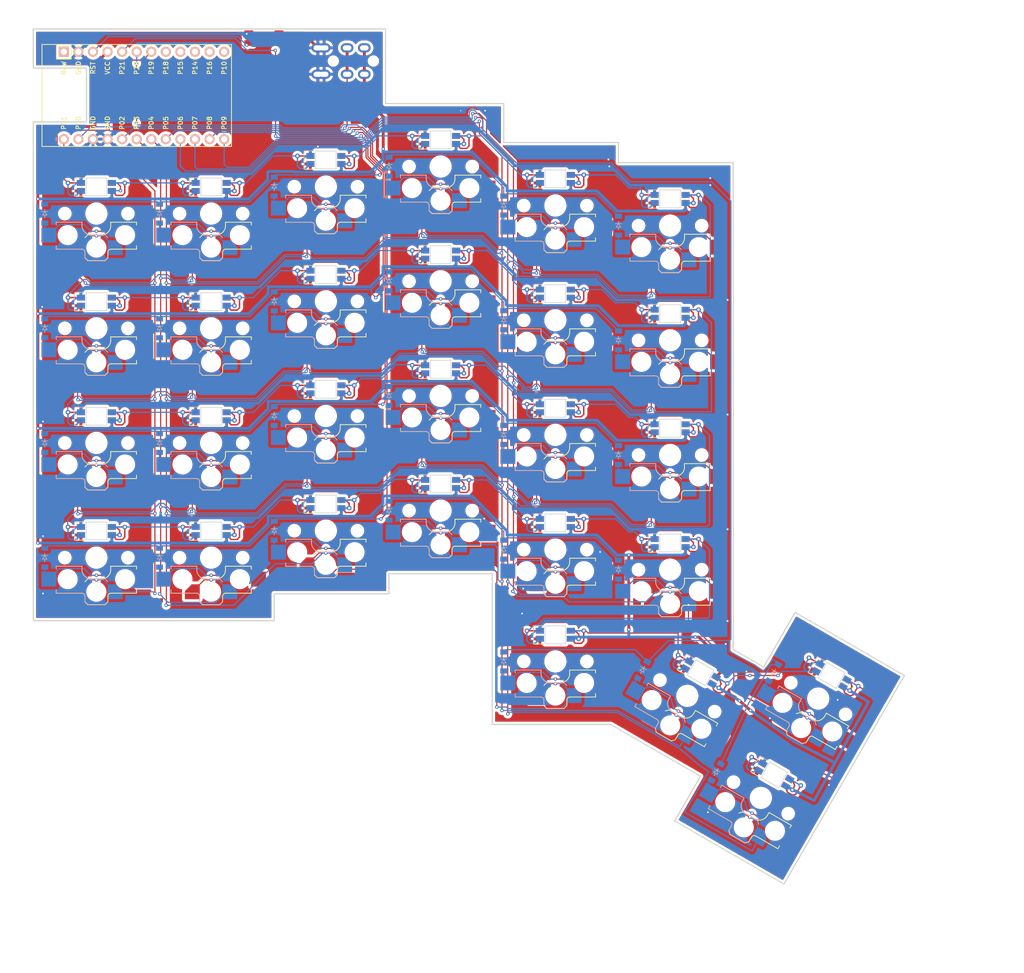
<source format=kicad_pcb>
(kicad_pcb (version 20240108) (generator "pcbnew") (generator_version "8.0")
  (title_block (title "southerly") (date "2024-12-20") (rev "v1.0.0") (company "Unknown"))
  (layers (0 "F.Cu" signal) (31 "B.Cu" signal) (34 "B.Paste" user) (35 "F.Paste" user) (36 "B.SilkS" user "B.Silkscreen") (37 "F.SilkS" user "F.Silkscreen") (38 "B.Mask" user) (39 "F.Mask" user) (44 "Edge.Cuts" user))
  (net 0 "")
  (net 1 "P1")
  (net 2 "outer_bottom")
  (net 3 "GND")
  (net 4 "outer_home")
  (net 5 "outer_top")
  (net 6 "outer_num")
  (net 7 "P3")
  (net 8 "pinkey_bottom")
  (net 9 "pinkey_home")
  (net 10 "pinkey_top")
  (net 11 "pinkey_num")
  (net 12 "P4")
  (net 13 "ring_bottom")
  (net 14 "ring_home")
  (net 15 "ring_top")
  (net 16 "ring_num")
  (net 17 "P6")
  (net 18 "middle_bottom")
  (net 19 "middle_home")
  (net 20 "middle_top")
  (net 21 "middle_num")
  (net 22 "P7")
  (net 23 "index_bottom")
  (net 24 "index_home")
  (net 25 "index_top")
  (net 26 "index_num")
  (net 27 "P9")
  (net 28 "inner_bottom")
  (net 29 "inner_home")
  (net 30 "inner_top")
  (net 31 "inner_num")
  (net 32 "thumb_left_key")
  (net 33 "thumb_middle_key")
  (net 34 "thumb_right_key")
  (net 35 "thumb_top_key")
  (net 36 "P2")
  (net 37 "P5")
  (net 38 "P8")
  (net 39 "P21")
  (net 40 "P20")
  (net 41 "VCC")
  (net 42 "di_outer_bottom")
  (net 43 "di_outer_home")
  (net 44 "di_outer_top")
  (net 45 "do_outer_num")
  (net 46 "di_pinkey_bottom")
  (net 47 "di_pinkey_home")
  (net 48 "di_pinkey_top")
  (net 49 "di_ring_bottom")
  (net 50 "di_ring_home")
  (net 51 "di_ring_top")
  (net 52 "di_ring_num")
  (net 53 "di_middle_bottom")
  (net 54 "di_middle_home")
  (net 55 "di_middle_top")
  (net 56 "di_middle_num")
  (net 57 "di_index_bottom")
  (net 58 "di_index_home")
  (net 59 "di_index_top")
  (net 60 "di_index_num")
  (net 61 "di_inner_bottom")
  (net 62 "di_inner_home")
  (net 63 "di_inner_top")
  (net 64 "di_inner_num")
  (net 65 "di_thumb_left_key")
  (net 66 "do_thumb_middle_key")
  (net 67 "di_thumb_middle_key")
  (net 68 "do_thumb_right_key")
  (net 69 "do_thumb_top_key")
  (net 70 "RST")
  (net 71 "P0")
  (net 72 "RAW")
  (net 73 "P19")
  (net 74 "P18")
  (net 75 "P15")
  (net 76 "P14")
  (net 77 "P16")
  (net 78 "P10")
  (footprint "ceoloide:reset_switch_smd_side" (layer "F.Cu") (at 58 18.15)
    (property "Reference" "RST1" (hide yes))
    (property "Value" "")
  )
  (footprint "ProMicro" (layer "F.Cu") (at 37.1 28.15)
    (property "Reference" "MCU1" (hide yes))
    (property "Value" "" (hide yes))
  )
  (footprint "TRRS-PJ-320A-dual" (layer "F.Cu") (at 78.7 24.45 -90)
    (property "Reference" "TRRS1")
    (property "Value" "TRRS-PJ-320A-dual")
  )
  (footprint "ceoloide:switch_choc_v1_v2" (layer "B.Cu") (at 128.8 110.85 180)
    (property "Reference" "S21" (hide yes))
    (property "Value" "")
  )
  (footprint "ceoloide:switch_choc_v1_v2" (layer "B.Cu") (at 68.8 44.05 180)
    (property "Reference" "S12" (hide yes))
    (property "Value" "")
  )
  (footprint "ceoloide:led_SK6812mini-e (per-key, reversible)" (layer "B.Cu") (at 48.8 84.1)
    (property "Reference" "LED6" (hide yes))
    (property "Value" "")
    (fp_rect (start -1.8 -1.55) (end 1.8 1.55) (stroke (width 0.12)) (fill none) (layer "Edge.Cuts"))
  )
  (footprint "ceoloide:diode_tht_sod123" (layer "B.Cu") (at 19.8 68.75 -90)
    (property "Reference" "D3" (hide yes))
    (property "Value" "")
  )
  (footprint "ceoloide:led_SK6812mini-e (per-key, reversible)" (layer "B.Cu") (at 146.945508 146.617211 -30)
    (property "Reference" "LED27" (hide yes))
    (property "Value" "")
    (fp_poly (pts (xy -1.8 -1.55) (xy 1.8 -1.55) (xy 1.8 1.55) (xy -1.8 1.55)) (stroke (width 0.12)) (fill none) (layer "Edge.Cuts"))
  )
  (footprint "ceoloide:led_SK6812mini-e (per-key, reversible)" (layer "B.Cu") (at 108.8 62.7)
    (property "Reference" "LED19" (hide yes))
    (property "Value" "")
    (fp_rect (start -1.8 -1.55) (end 1.8 1.55) (stroke (width 0.12)) (fill none) (layer "Edge.Cuts"))
  )
  (footprint "ceoloide:diode_tht_sod123" (layer "B.Cu") (at 19.8 108.75 -90)
    (property "Reference" "D1" (hide yes))
    (property "Value" "")
  )
  (footprint "ceoloide:diode_tht_sod123" (layer "B.Cu") (at 59.8 84.05 -90)
    (property "Reference" "D10" (hide yes))
    (property "Value" "")
  )
  (footprint "ceoloide:diode_tht_sod123" (layer "B.Cu") (at 59.8 64.05 -90)
    (property "Reference" "D11" (hide yes))
    (property "Value" "")
  )
  (footprint "ceoloide:switch_choc_v1_v2" (layer "B.Cu") (at 28.8 48.75 180)
    (property "Reference" "S4" (hide yes))
    (property "Value" "")
  )
  (footprint "ceoloide:led_SK6812mini-e (per-key, reversible)" (layer "B.Cu") (at 134.125 128.822982 -30)
    (property "Reference" "LED26" (hide yes))
    (property "Value" "")
    (fp_poly (pts (xy -1.8 -1.55) (xy 1.8 -1.55) (xy 1.8 1.55) (xy -1.8 1.55)) (stroke (width 0.12)) (fill none) (layer "Edge.Cuts"))
  )
  (footprint "ceoloide:diode_tht_sod123" (layer "B.Cu") (at 99.8 67.35 -90)
    (property "Reference" "D19" (hide yes))
    (property "Value" "")
  )
  (footprint "ceoloide:switch_choc_v1_v2" (layer "B.Cu") (at 68.8 84.05 180)
    (property "Reference" "S10" (hide yes))
    (property "Value" "")
  )
  (footprint "ceoloide:led_SK6812mini-e (per-key, reversible)" (layer "B.Cu") (at 128.8 106.2)
    (property "Reference" "LED21" (hide yes))
    (property "Value" "")
    (fp_rect (start -1.8 -1.55) (end 1.8 1.55) (stroke (width 0.12)) (fill none) (layer "Edge.Cuts"))
  )
  (footprint "ceoloide:switch_choc_v1_v2" (layer "B.Cu") (at 128.8 50.85 180)
    (property "Reference" "S24" (hide yes))
    (property "Value" "")
  )
  (footprint "ceoloide:led_SK6812mini-e (per-key, reversible)" (layer "B.Cu") (at 88.8 35.9)
    (property "Reference" "LED16" (hide yes))
    (property "Value" "")
    (fp_rect (start -1.8 -1.55) (end 1.8 1.55) (stroke (width 0.12)) (fill none) (layer "Edge.Cuts"))
  )
  (footprint "ceoloide:diode_tht_sod123" (layer "B.Cu") (at 136.82628 146.144229 -120)
    (property "Reference" "D27" (hide yes))
    (property "Value" "")
  )
  (footprint "ceoloide:led_SK6812mini-e (per-key, reversible)" (layer "B.Cu") (at 48.8 104.1)
    (property "Reference" "LED5" (hide yes))
    (property "Value" "")
    (fp_rect (start -1.8 -1.55) (end 1.8 1.55) (stroke (width 0.12)) (fill none) (layer "Edge.Cuts"))
  )
  (footprint "ceoloide:led_SK6812mini-e (per-key, reversible)" (layer "B.Cu") (at 108.8 82.7)
    (property "Reference" "LED18" (hide yes))
    (property "Value" "")
    (fp_rect (start -1.8 -1.55) (end 1.8 1.55) (stroke (width 0.12)) (fill none) (layer "Edge.Cuts"))
  )
  (footprint "ceoloide:led_SK6812mini-e (per-key, reversible)" (layer "B.Cu") (at 28.8 84.1)
    (property "Reference" "LED2" (hide yes))
    (property "Value" "")
    (fp_rect (start -1.8 -1.55) (end 1.8 1.55) (stroke (width 0.12)) (fill none) (layer "Edge.Cuts"))
  )
  (footprint "ceoloide:diode_tht_sod123" (layer "B.Cu") (at 146.82628 128.823721 -120)
    (property "Reference" "D28" (hide yes))
    (property "Value" "")
  )
  (footprint "ceoloide:switch_choc_v1_v2" (layer "B.Cu") (at 88.8 100.55 180)
    (property "Reference" "S13" (hide yes))
    (property "Value" "")
  )
  (footprint "ceoloide:led_SK6812mini-e (per-key, reversible)" (layer "B.Cu") (at 68.8 79.4)
    (property "Reference" "LED10" (hide yes))
    (property "Value" "")
    (fp_rect (start -1.8 -1.55) (end 1.8 1.55) (stroke (width 0.12)) (fill none) (layer "Edge.Cuts"))
  )
  (footprint "ceoloide:diode_tht_sod123" (layer "B.Cu") (at 119.8 90.85 -90)
    (property "Reference" "D22" (hide yes))
    (property "Value" "")
  )
  (footprint "ceoloide:led_SK6812mini-e (per-key, reversible)" (layer "B.Cu") (at 128.8 46.2)
    (property "Reference" "LED24" (hide yes))
    (property "Value" "")
    (fp_rect (start -1.8 -1.55) (end 1.8 1.55) (stroke (width 0.12)) (fill none) (layer "Edge.Cuts"))
  )
  (footprint "ceoloide:switch_choc_v1_v2" (layer "B.Cu") (at 68.8 64.05 180)
    (property "Reference" "S11" (hide yes))
    (property "Value" "")
  )
  (footprint "ceoloide:led_SK6812mini-e (per-key, reversible)" (layer "B.Cu") (at 68.8 39.4)
    (property "Reference" "LED12" (hide yes))
    (property "Value" "")
    (fp_rect (start -1.8 -1.55) (end 1.8 1.55) (stroke (width 0.12)) (fill none) (layer "Edge.Cuts"))
  )
  (footprint "ceoloide:diode_tht_sod123" (layer "B.Cu") (at 124.005771 128.35 -120)
    (property "Reference" "D26" (hide yes))
    (property "Value" "")
  )
  (footprint "ceoloide:diode_tht_sod123" (layer "B.Cu") (at 39.8 48.75 -90)
    (property "Reference" "D8" (hide yes))
    (property "Value" "")
  )
  (footprint "ceoloide:switch_choc_v1_v2" (layer "B.Cu") (at 128.8 90.85 180)
    (property "Reference" "S22" (hide yes))
    (property "Value" "")
  )
  (footprint "ceoloide:switch_choc_v1_v2" (layer "B.Cu") (at 28.8 88.75 180)
    (property "Reference" "S2" (hide yes))
    (property "Value" "")
  )
  (footprint "ceoloide:switch_choc_v1_v2" (layer "B.Cu") (at 131.8 132.85 150)
    (property "Reference" "S26" (hide yes))
    (property "Value" "")
  )
  (footprint "ceoloide:led_SK6812mini-e (per-key, reversible)" (layer "B.Cu") (at 108.8 122.2)
    (property "Reference" "LED25" (hide yes))
    (property "Value" "")
    (fp_rect (start -1.8 -1.55) (end 1.8 1.55) (stroke (width 0.12)) (fill none) (layer "Edge.Cuts"))
  )
  (footprint "ceoloide:switch_choc_v1_v2" (layer "B.Cu") (at 108.8 67.35 180)
    (property "Reference" "S19" (hide yes))
    (property "Value" "")
  )
  (footprint "ceoloide:diode_tht_sod123" (layer "B.Cu") (at 19.8 48.75 -90)
    (property "Reference" "D4" (hide yes))
    (property "Value" "")
  )
  (footprint "ceoloide:diode_tht_sod123" (layer "B.Cu") (at 39.8 68.75 -90)
    (property "Reference" "D7" (hide yes))
    (property "Value" "")
  )
  (footprint "ceoloide:switch_choc_v1_v2" (layer "B.Cu") (at 144.620508 150.644229 150)
    (property "Reference" "S27" (hide yes))
    (property "Value" "")
  )
  (footprint "ceoloide:led_SK6812mini-e (per-key, reversible)" (layer "B.Cu") (at 68.8 59.4)
    (property "Reference" "LED11" (hide yes))
    (property "Value" "")
    (fp_rect (start -1.8 -1.55) (end 1.8 1.55) (stroke (width 0.12)) (fill none) (layer "Edge.Cuts"))
  )
  (footprint "ceoloide:switch_choc_v1_v2" (layer "B.Cu") (at 48.8 88.75 180)
    (property "Reference" "S6" (hide yes))
    (property "Value" "")
  )
  (footprint "ceoloide:diode_tht_sod123" (layer "B.Cu") (at 99.8 126.85 -90)
    (property "Reference" "D25" (hide yes))
    (property "Value" "")
  )
  (footprint "ceoloide:diode_tht_sod123" (layer "B.Cu") (at 79.8 100.55 -90)
    (property "Reference" "D13" (hide yes))
    (property "Value" "")
  )
  (footprint "ceoloide:led_SK6812mini-e (per-key, reversible)" (layer "B.Cu") (at 88.8 55.9)
    (property "Reference" "LED15" (hide yes))
    (property "Value" "")
    (fp_rect (start -1.8 -1.55) (end 1.8 1.55) (stroke (width 0.12)) (fill none) (layer "Edge.Cuts"))
  )
  (footprint "ceoloide:diode_tht_sod123" (layer "B.Cu") (at 39.8 88.75 -90)
    (property "Reference" "D6" (hide yes))
    (property "Value" "")
  )
  (footprint "ceoloide:switch_choc_v1_v2" (layer "B.Cu") (at 154.620508 133.323721 150)
    (property "Reference" "S28" (hide yes))
    (property "Value" "")
  )
  (footprint "ceoloide:switch_choc_v1_v2" (layer "B.Cu") (at 88.8 80.55 180)
    (property "Reference" "S14" (hide yes))
    (property "Value" "")
  )
  (footprint "ceoloide:switch_choc_v1_v2" (layer "B.Cu") (at 28.8 108.75 180)
    (property "Reference" "S1" (hide yes))
    (property "Value" "")
  )
  (footprint "ceoloide:led_SK6812mini-e (per-key, reversible)" (layer "B.Cu") (at 28.8 44.1)
    (property "Reference" "LED4" (hide yes))
    (property "Value" "")
    (fp_rect (start -1.8 -1.55) (end 1.8 1.55) (stroke (width 0.12)) (fill none) (layer "Edge.Cuts"))
  )
  (footprint "ceoloide:led_SK6812mini-e (per-key, reversible)" (layer "B.Cu") (at 128.8 86.2)
    (property "Reference" "LED22" (hide yes))
    (property "Value" "")
    (fp_rect (start -1.8 -1.55) (end 1.8 1.55) (stroke (width 0.12)) (fill none) (layer "Edge.Cuts"))
  )
  (footprint "ceoloide:led_SK6812mini-e (per-key, reversible)" (layer "B.Cu") (at 48.8 44.1)
    (property "Reference" "LED8" (hide yes))
    (property "Value" "")
    (fp_rect (start -1.8 -1.55) (end 1.8 1.55) (stroke (width 0.12)) (fill none) (layer "Edge.Cuts"))
  )
  (footprint "ceoloide:diode_tht_sod123" (layer "B.Cu") (at 79.8 80.55 -90)
    (property "Reference" "D14" (hide yes))
    (property "Value" "")
  )
  (footprint "ceoloide:switch_choc_v1_v2" (layer "B.Cu") (at 108.8 87.35 180)
    (property "Reference" "S18" (hide yes))
    (property "Value" "")
  )
  (footprint "ceoloide:switch_choc_v1_v2" (layer "B.Cu") (at 108.8 107.35 180)
    (property "Reference" "S17" (hide yes))
    (property "Value" "")
  )
  (footprint "ceoloide:led_SK6812mini-e (per-key, reversible)" (layer "B.Cu") (at 88.8 95.9)
    (property "Reference" "LED13" (hide yes))
    (property "Value" "")
    (fp_rect (start -1.8 -1.55) (end 1.8 1.55) (stroke (width 0.12)) (fill none) (layer "Edge.Cuts"))
  )
  (footprint "ceoloide:diode_tht_sod123" (layer "B.Cu") (at 19.8 88.75 -90)
    (property "Reference" "D2" (hide yes))
    (property "Value" "")
  )
  (footprint "ceoloide:switch_choc_v1_v2" (layer "B.Cu") (at 48.8 48.75 180)
    (property "Reference" "S8" (hide yes))
    (property "Value" "")
  )
  (footprint "ceoloide:switch_choc_v1_v2" (layer "B.Cu") (at 128.8 70.85 180)
    (property "Reference" "S23" (hide yes))
    (property "Value" "")
  )
  (footprint "ceoloide:switch_choc_v1_v2" (layer "B.Cu") (at 68.8 104.05 180)
    (property "Reference" "S9" (hide yes))
    (property "Value" "")
  )
  (footprint "ceoloide:diode_tht_sod123" (layer "B.Cu") (at 119.8 70.85 -90)
    (property "Reference" "D23" (hide yes))
    (property "Value" "")
  )
  (footprint "ceoloide:diode_tht_sod123" (layer "B.Cu") (at 99.8 47.35 -90)
    (property "Reference" "D20" (hide yes))
    (property "Value" "")
  )
  (footprint "ceoloide:led_SK6812mini-e (per-key, reversible)" (layer "B.Cu") (at 28.8 64.1)
    (property "Reference" "LED3" (hide yes))
    (property "Value" "")
    (fp_rect (start -1.8 -1.55) (end 1.8 1.55) (stroke (width 0.12)) (fill none) (layer "Edge.Cuts"))
  )
  (footprint "ceoloide:switch_choc_v1_v2" (layer "B.Cu") (at 108.8 126.85 180)
    (property "Reference" "S25" (hide yes))
    (property "Value" "")
  )
  (footprint "ceoloide:switch_choc_v1_v2" (layer "B.Cu") (at 88.8 40.55 180)
    (property "Reference" "S16" (hide yes))
    (property "Value" "")
  )
  (footprint "ceoloide:led_SK6812mini-e (per-key, reversible)" (layer "B.Cu") (at 28.8 104.1)
    (property "Reference" "LED1" (hide yes))
    (property "Value" "")
    (fp_rect (start -1.8 -1.55) (end 1.8 1.55) (stroke (width 0.12)) (fill none) (layer "Edge.Cuts"))
  )
  (footprint "ceoloide:switch_choc_v1_v2" (layer "B.Cu") (at 88.8 60.55 180)
    (property "Reference" "S15" (hide yes))
    (property "Value" "")
  )
  (footprint "ceoloide:led_SK6812mini-e (per-key, reversible)" (layer "B.Cu") (at 48.8 64.1)
    (property "Reference" "LED7" (hide yes))
    (property "Value" "")
    (fp_rect (start -1.8 -1.55) (end 1.8 1.55) (stroke (width 0.12)) (fill none) (layer "Edge.Cuts"))
  )
  (footprint "ceoloide:switch_choc_v1_v2" (layer "B.Cu") (at 48.8 108.75 180)
    (property "Reference" "S5" (hide yes))
    (property "Value" "")
  )
  (footprint "ceoloide:led_SK6812mini-e (per-key, reversible)" (layer "B.Cu") (at 88.8 75.9)
    (property "Reference" "LED14" (hide yes))
    (property "Value" "")
    (fp_rect (start -1.8 -1.55) (end 1.8 1.55) (stroke (width 0.12)) (fill none) (layer "Edge.Cuts"))
  )
  (footprint "ceoloide:diode_tht_sod123" (layer "B.Cu") (at 79.8 60.55 -90)
    (property "Reference" "D15" (hide yes))
    (property "Value" "")
  )
  (footprint "ceoloide:led_SK6812mini-e (per-key, reversible)" (layer "B.Cu") (at 108.8 102.7)
    (property "Reference" "LED17" (hide yes))
    (property "Value" "")
    (fp_rect (start -1.8 -1.55) (end 1.8 1.55) (stroke (width 0.12)) (fill none) (layer "Edge.Cuts"))
  )
  (footprint "ceoloide:diode_tht_sod123" (layer "B.Cu") (at 119.8 110.85 -90)
    (property "Reference" "D21" (hide yes))
    (property "Value" "")
  )
  (footprint "ceoloide:switch_choc_v1_v2" (layer "B.Cu") (at 48.8 68.75 180)
    (property "Reference" "S7" (hide yes))
    (property "Value" "")
  )
  (footprint "ceoloide:diode_tht_sod123" (layer "B.Cu") (at 79.8 40.55 -90)
    (property "Reference" "D16" (hide yes))
    (property "Value" "")
  )
  (footprint "ceoloide:diode_tht_sod123" (layer "B.Cu") (at 59.8 104.05 -90)
    (property "Reference" "D9" (hide yes))
    (property "Value" "")
  )
  (footprint "ceoloide:switch_choc_v1_v2" (layer "B.Cu") (at 108.8 47.35 180)
    (property "Reference" "S20" (hide yes))
    (property "Value" "")
  )
  (footprint "ceoloide:diode_tht_sod123" (layer "B.Cu") (at 59.8 44.05 -90)
    (property "Reference" "D12" (hide yes))
    (property "Value" "")
  )
  (footprint "ceoloide:diode_tht_sod123" (layer "B.Cu") (at 99.8 87.35 -90)
    (property "Reference" "D18" (hide yes))
    (property "Value" "")
  )
  (footprint "ceoloide:diode_tht_sod123" (layer "B.Cu") (at 99.8 107.35 -90)
    (property "Reference" "D17" (hide yes))
    (property "Value" "")
  )
  (footprint "ceoloide:led_SK6812mini-e (per-key, reversible)" (layer "B.Cu") (at 128.8 66.2)
    (property "Reference" "LED23" (hide yes))
    (property "Value" "")
    (fp_rect (start -1.8 -1.55) (end 1.8 1.55) (stroke (width 0.12)) (fill none) (layer "Edge.Cuts"))
  )
  (footprint "ceoloide:led_SK6812mini-e (per-key, reversible)" (layer "B.Cu") (at 108.8 42.7)
    (property "Reference" "LED20" (hide yes))
    (property "Value" "")
    (fp_rect (start -1.8 -1.55) (end 1.8 1.55) (stroke (width 0.12)) (fill none) (layer "Edge.Cuts"))
  )
  (footprint "ceoloide:diode_tht_sod123" (layer "B.Cu") (at 119.8 50.85 -90)
    (property "Reference" "D24" (hide yes))
    (property "Value" "")
  )
  (footprint "ceoloide:diode_tht_sod123" (layer "B.Cu") (at 39.8 108.75 -90)
    (property "Reference" "D5" (hide yes))
    (property "Value" "")
  )
  (footprint "ceoloide:switch_choc_v1_v2" (layer "B.Cu") (at 28.8 68.75 180)
    (property "Reference" "S3" (hide yes))
    (property "Value" "")
  )
  (footprint "ceoloide:led_SK6812mini-e (per-key, reversible)" (layer "B.Cu") (at 68.8 99.4)
    (property "Reference" "LED9" (hide yes))
    (property "Value" "")
    (fp_rect (start -1.8 -1.55) (end 1.8 1.55) (stroke (width 0.12)) (fill none) (layer "Edge.Cuts"))
  )
  (footprint "ceoloide:led_SK6812mini-e (per-key, reversible)" (layer "B.Cu") (at 156.945508 129.296703 -30)
    (property "Reference" "LED28" (hide yes))
    (property "Value" "")
    (fp_poly (pts (xy -1.8 -1.55) (xy 1.8 -1.55) (xy 1.8 1.55) (xy -1.8 1.55)) (stroke (width 0.12)) (fill none) (layer "Edge.Cuts"))
  )
  (gr_line (start 99.800001 36.349999) (end 99.800001 29.549999) (stroke (width 0.2)) (layer "Edge.Cuts"))
  (gr_line (start 17.800001 32.75) (end 17.800001 119.749999) (stroke (width 0.2)) (layer "Edge.Cuts"))
  (gr_line (start 97.8 137.85) (end 118.460254 137.85) (stroke (width 0.2)) (layer "Edge.Cuts"))
  (gr_line (start 148.646789 165.670508) (end 169.646789 129.297441) (stroke (width 0.2)) (layer "Edge.Cuts"))
  (gr_line (start 139.8 124.767096) (end 139.8 39.849999) (stroke (width 0.2)) (layer "Edge.Cuts"))
  (gr_line (start 27.05 32.75) (end 17.8 32.75) (stroke (width 0.2)) (layer "Edge.Cuts"))
  (gr_line (start 17.8125 23.375) (end 27.0875 23.375) (stroke (width 0.2)) (layer "Edge.Cuts"))
  (gr_line (start 97.800001 111.549999) (end 97.8 137.85) (stroke (width 0.2)) (layer "Edge.Cuts"))
  (gr_line (start 59.8 119.75) (end 59.8 115.05) (stroke (width 0.2)) (layer "Edge.Cuts"))
  (gr_line (start 79.2 16.549999) (end 17.8 16.55) (stroke (width 0.2)) (layer "Edge.Cuts"))
  (gr_line (start 139.8 39.849999) (end 119.8 39.85) (stroke (width 0.2)) (layer "Edge.Cuts"))
  (gr_line (start 99.800001 29.549999) (end 79.200002 29.549999) (stroke (width 0.2)) (layer "Edge.Cuts"))
  (gr_line (start 169.646789 129.297441) (end 150.594229 118.29744) (stroke (width 0.2)) (layer "Edge.Cuts"))
  (gr_line (start 27.078304 23.375) (end 27.078304 32.725) (stroke (width 0.2)) (layer "Edge.Cuts"))
  (gr_line (start 119.8 36.349999) (end 99.800001 36.349999) (stroke (width 0.2)) (layer "Edge.Cuts"))
  (gr_line (start 145.09423 127.82372) (end 139.8 124.767096) (stroke (width 0.2)) (layer "Edge.Cuts"))
  (gr_line (start 134.09423 146.876279) (end 129.594229 154.670507) (stroke (width 0.2)) (layer "Edge.Cuts"))
  (gr_line (start 129.594229 154.670507) (end 148.646789 165.670508) (stroke (width 0.2)) (layer "Edge.Cuts"))
  (gr_line (start 59.8 115.05) (end 79.8 115.049999) (stroke (width 0.2)) (layer "Edge.Cuts"))
  (gr_line (start 17.800001 119.749999) (end 59.8 119.75) (stroke (width 0.2)) (layer "Edge.Cuts"))
  (gr_line (start 17.8 16.55) (end 17.8 23.375) (stroke (width 0.2)) (layer "Edge.Cuts"))
  (gr_line (start 79.800001 111.549999) (end 97.800001 111.549999) (stroke (width 0.2)) (layer "Edge.Cuts"))
  (gr_line (start 118.460254 137.85) (end 134.09423 146.876279) (stroke (width 0.2)) (layer "Edge.Cuts"))
  (gr_line (start 119.8 39.85) (end 119.8 36.349999) (stroke (width 0.2)) (layer "Edge.Cuts"))
  (gr_line (start 79.8 115.049999) (end 79.800001 111.549999) (stroke (width 0.2)) (layer "Edge.Cuts"))
  (gr_line (start 150.594229 118.29744) (end 145.09423 127.82372) (stroke (width 0.2)) (layer "Edge.Cuts"))
  (gr_line (start 79.200002 29.549999) (end 79.2 16.549999) (stroke (width 0.2)) (layer "Edge.Cuts"))
  (segment (start 27.6 112.625) (end 28.8 112.625) (width 0.2) (layer "F.Cu") (net 1))
  (segment (start 25.525 74.7) (end 25.525 81.125) (width 0.2) (layer "F.Cu") (net 1))
  (segment (start 25.525 114.7) (end 27.6 112.625) (width 0.2) (layer "F.Cu") (net 1))
  (segment (start 36 41.8) (end 23.2 41.8) (width 0.2) (layer "F.Cu") (net 1))
  (segment (start 39 115) (end 39 44.8) (width 0.2) (layer "F.Cu") (net 1))
  (segment (start 25.525 94.7) (end 27.6 92.625) (width 0.2) (layer "F.Cu") (net 1))
  (segment (start 23.13 41.73) (end 23.13 35.77) (width 0.2) (layer "F.Cu") (net 1))
  (segment (start 23.2 41.8) (end 23.13 41.73) (width 0.2) (layer "F.Cu") (net 1))
  (segment (start 25.525 94.7) (end 25.525 101.025) (width 0.2) (layer "F.Cu") (net 1))
  (segment (start 25.525 54.7) (end 27.6 52.625) (width 0.2) (layer "F.Cu") (net 1))
  (segment (start 39 44.8) (end 36 41.8) (width 0.2) (layer "F.Cu") (net 1))
  (segment (start 27.6 72.625) (end 28.8 72.625) (width 0.2) (layer "F.Cu") (net 1))
  (segment (start 25.525 59.475) (end 26.9 60.85) (width 0.2) (layer "F.Cu") (net 1))
  (segment (start 27.6 92.625) (end 28.8 92.625) (width 0.2) (layer "F.Cu") (net 1))
  (segment (start 25.525 54.7) (end 25.525 59.475) (width 0.2) (layer "F.Cu") (net 1))
  (segment (start 25.525 101.025) (end 25.6 101.1) (width 0.2) (layer "F.Cu") (net 1))
  (segment (start 25.525 81.125) (end 25.6 81.2) (width 0.2) (layer "F.Cu") (net 1))
  (segment (start 25.525 74.7) (end 27.6 72.625) (width 0.2) (layer "F.Cu") (net 1))
  (segment (start 27.6 52.625) (end 28.8 52.625) (width 0.2) (layer "F.Cu") (net 1))
  (via (at 28.8 72.625) (size 0.6) (drill 0.3) (layers "F.Cu" "B.Cu") (net 1))
  (via (at 26.9 60.85) (size 0.6) (drill 0.3) (layers "F.Cu" "B.Cu") (net 1))
  (via (at 25.6 101.1) (size 0.6) (drill 0.3) (layers "F.Cu" "B.Cu") (net 1))
  (via (at 28.8 92.625) (size 0.6) (drill 0.3) (layers "F.Cu" "B.Cu") (net 1))
  (via (at 28.8 52.625) (size 0.6) (drill 0.3) (layers "F.Cu" "B.Cu") (net 1))
  (via (at 25.6 81.2) (size 0.6) (drill 0.3) (layers "F.Cu" "B.Cu") (net 1))
  (via (at 39 115) (size 0.6) (drill 0.3) (layers "F.Cu" "B.Cu") (net 1))
  (via (at 39 81.05) (size 0.6) (drill 0.3) (layers "F.Cu" "B.Cu") (net 1))
  (via (at 39 101.05) (size 0.6) (drill 0.3) (layers "F.Cu" "B.Cu") (net 1))
  (via (at 28.8 112.625) (size 0.6) (drill 0.3) (layers "F.Cu" "B.Cu") (net 1))
  (via (at 39 60.85) (size 0.6) (drill 0.3) (layers "F.Cu" "B.Cu") (net 1))
  (segment (start 32.075 74.7) (end 30 72.625) (width 0.2) (layer "B.Cu") (net 1))
  (segment (start 26.9 60.85) (end 27.173 61.123) (width 0.2) (layer "B.Cu") (net 1))
  (segment (start 32.075 54.7) (end 30 52.625) (width 0.2) (layer "B.Cu") (net 1))
  (segment (start 32.075 114.7) (end 38.7 114.7) (width 0.2) (layer "B.Cu") (net 1))
  (segment (start 32.075 114.7) (end 30 112.625) (width 0.2) (layer "B.Cu") (net 1))
  (segment (start 27.173 61.123) (end 38.727 61.123) (width 0.2) (layer "B.Cu") (net 1))
  (segment (start 38.95 101.1) (end 39 101.05) (width 0.2) (layer "B.Cu") (net 1))
  (segment (start 25.723 81.323) (end 38.727 81.323) (width 0.2) (layer "B.Cu") (net 1))
  (segment (start 32.075 94.7) (end 30 92.625) (width 0.2) (layer "B.Cu") (net 1))
  (segment (start 38.727 61.123) (end 39 60.85) (width 0.2) (layer "B.Cu") (net 1))
  (segment (start 25.6 101.1) (end 38.95 101.1) (width 0.2) (layer "B.Cu") (net 1))
  (segment (start 38.7 114.7) (end 39 115) (width 0.2) (layer "B.Cu") (net 1))
  (segment (start 30 52.625) (end 28.8 52.625) (width 0.2) (layer "B.Cu") (net 1))
  (segment (start 25.6 81.2) (end 25.723 81.323) (width 0.2) (layer "B.Cu") (net 1))
  (segment (start 38.727 81.323) (end 39 81.05) (width 0.2) (layer "B.Cu") (net 1))
  (segment (start 30 112.625) (end 28.8 112.625) (width 0.2) (layer "B.Cu") (net 1))
  (segment (start 30 92.625) (end 28.8 92.625) (width 0.2) (layer "B.Cu") (net 1))
  (segment (start 30 72.625) (end 28.8 72.625) (width 0.2) (layer "B.Cu") (net 1))
  (segment (start 29.775 111.825) (end 28.8 111.825) (width 0.2) (layer "F.Cu") (net 2))
  (segment (start 37.075 112.5) (end 35.221 110.646) (width 0.2) (layer "F.Cu") (net 2))
  (segment (start 30.954 110.646) (end 29.775 111.825) (width 0.2) (layer "F.Cu") (net 2))
  (segment (start 35.221 110.646) (end 30.954 110.646) (width 0.2) (layer "F.Cu") (net 2))
  (via (at 28.8 111.825) (size 0.6) (drill 0.3) (layers "F.Cu" "B.Cu") (net 2))
  (segment (start 20.525 112.5) (end 22.379 110.646) (width 0.2) (layer "B.Cu") (net 2))
  (segment (start 22.379 110.646) (end 26.659834 110.646) (width 0.2) (layer "B.Cu") (net 2))
  (segment (start 19.8 111.775) (end 20.525 112.5) (width 0.2) (layer "B.Cu") (net 2))
  (segment (start 19.8 110.4) (end 19.8 111.775) (width 0.2) (layer "B.Cu") (net 2))
  (segment (start 27.838834 111.825) (end 28.8 111.825) (width 0.2) (layer "B.Cu") (net 2))
  (segment (start 26.659834 110.646) (end 27.838834 111.825) (width 0.2) (layer "B.Cu") (net 2))
  (segment (start 126.1 46.9) (end 124.74 46.9) (width 0.25) (layer "F.Cu") (net 3))
  (segment (start 24.74 64.8) (end 19.55 64.8) (width 0.5) (layer "F.Cu") (net 3))
  (segment (start 67.4 19.85) (end 64.85 17.3) (width 0.5) (layer "F.Cu") (net 3))
  (segment (start 135.8 43.8) (end 138.825 46.825) (width 0.5) (layer "F.Cu") (net 3))
  (segment (start 24.74 84.8) (end 19.7 84.8) (width 0.5) (layer "F.Cu") (net 3))
  (segment (start 106.1 83.4) (end 104.74 83.4) (width 0.25) (layer "F.Cu") (net 3))
  (segment (start 143.3 147.3) (end 150.2 151) (width 0.5) (layer "F.Cu") (net 3))
  (segment (start 26.1 84.8) (end 24.74 84.8) (width 0.25) (layer "F.Cu") (net 3))
  (segment (start 126.1 66.9) (end 124.74 66.9) (width 0.25) (layer "F.Cu") (net 3))
  (segment (start 46.1 84.8) (end 44.74 84.8) (width 0.25) (layer "F.Cu") (net 3))
  (segment (start 46.1 64.8) (end 44.74 64.8) (width 0.25) (layer "F.Cu") (net 3))
  (segment (start 55.1 17.3) (end 55 17.4) (width 0.5) (layer "F.Cu") (net 3))
  (segment (start 66.1 80.1) (end 64.74 80.1) (width 0.25) (layer "F.Cu") (net 3))
  (segment (start 26.1 104.8) (end 24.74 104.8) (width 0.25) (layer "F.Cu") (net 3))
  (segment (start 118.213025 39.463025) (end 118.05 39.3) (width 0.2) (layer "F.Cu") (net 3))
  (segment (start 144.257239 145.873429) (end 143.891213 146.239455) (width 0.5) (layer "F.Cu") (net 3))
  (segment (start 104.74 122.9) (end 104.047918 122.9) (width 0.5) (layer "F.Cu") (net 3))
  (segment (start 118.213025 40.523) (end 118.213025 39.463025) (width 0.2) (layer "F.Cu") (net 3))
  (segment (start 55.375 17.3) (end 60.625 17.3) (width 0.5) (layer "F.Cu") (net 3))
  (segment (start 126.1 86.9) (end 124.74 86.9) (width 0.25) (layer "F.Cu") (net 3))
  (segment (start 138.8 123.5) (end 138.5 123.8) (width 0.5) (layer "F.Cu") (net 3))
  (segment (start 106.1 103.4) (end 104.74 103.4) (width 0.25) (layer "F.Cu") (net 3))
  (segment (start 66.1 60.1) (end 64.74 60.1) (width 0.25) (layer "F.Cu") (net 3))
  (segment (start 19.7 104.8) (end 19.5 105) (width 0.5) (layer "F.Cu") (net 3))
  (segment (start 150.2 151) (end 153.9 151) (width 0.5) (layer "F.Cu") (net 3))
  (segment (start 143.891213 146.239455) (end 143.3 147.3) (width 0.5) (layer "F.Cu") (net 3))
  (segment (start 19.7 84.8) (end 19.5 85) (width 0.5) (layer "F.Cu") (net 3))
  (segment (start 24.74 104.8) (end 19.7 104.8) (width 0.5) (layer "F.Cu") (net 3))
  (segment (start 26.1 64.8) (end 24.74 64.8) (width 0.25) (layer "F.Cu") (net 3))
  (segment (start 126.1 106.9) (end 124.74 106.9) (width 0.25) (layer "F.Cu") (net 3))
  (segment (start 66.1 40.1) (end 64.74 40.1) (width 0.25) (layer "F.Cu") (net 3))
  (segment (start 67.4 19.85) (end 67.4 24.45) (width 0.5) (layer "F.Cu") (net 3))
  (segment (start 55.375 17.3) (end 55.1 17.3) (width 0.5) (layer "F.Cu") (net 3))
  (segment (start 46.1 104.8) (end 44.74 104.8) (width 0.25) (layer "F.Cu") (net 3))
  (segment (start 106.1 122.9) (end 104.74 122.9) (width 0.25) (layer "F.Cu") (net 3))
  (segment (start 86.1 56.6) (end 84.74 56.6) (width 0.25) (layer "F.Cu") (net 3))
  (segment (start 86.1 76.6) (end 84.74 76.6) (width 0.25) (layer "F.Cu") (net 3))
  (segment (start 154.25724 128.55292) (end 153.079445 127.87292) (width 0.25) (layer "F.Cu") (net 3))
  (segment (start 86.1 36.6) (end 84.74 36.6) (width 0.25) (layer "F.Cu") (net 3))
  (segment (start 153.9 151) (end 156.5 148.4) (width 0.5) (layer "F.Cu") (net 3))
  (segment (start 142.1 128.6) (end 142.147079 128.552921) (width 0.5) (layer "F.Cu") (net 3))
  (segment (start 67.4 37.05) (end 67.4 24.45) (width 0.5) (layer "F.Cu") (net 3))
  (segment (start 144.25724 145.873428) (end 143.079445 145.193428) (width 0.25) (layer "F.Cu") (net 3))
  (segment (start 104.047918 122.9) (end 103 121.852082) (width 0.5) (layer "F.Cu") (net 3))
  (segment (start 138.825 119.775) (end 138.8 119.8) (width 0.5) (layer "F.Cu") (net 3))
  (segment (start 19.5 105) (end 19.5 115) (width 0.5) (layer "F.Cu") (net 3))
  (segment (start 138.8 119.8) (end 138.8 123.5) (width 0.5) (layer "F.Cu") (net 3))
  (segment (start 64.85 17.3) (end 60.625 17.3) (width 0.5) (layer "F.Cu") (net 3))
  (segment (start 106.1 63.4) (end 104.74 63.4) (width 0.25) (layer "F.Cu") (net 3))
  (segment (start 131.436731 128.0792) (end 130.258937 127.3992) (width 0.25) (layer "F.Cu") (net 3))
  (segment (start 46.1 44.8) (end 44.74 44.8) (width 0.25) (layer "F.Cu") (net 3))
  (segment (start 135.8 43.8) (end 135.8 42.55) (width 0.2) (layer "F.Cu") (net 3))
  (segment (start 86.1 96.6) (end 84.74 96.6) (width 0.25) (layer "F.Cu") (net 3))
  (segment (start 103 121.852082) (end 103 118.5) (width 0.5) (layer "F.Cu") (net 3))
  (segment (start 26.1 44.8) (end 24.74 44.8) (width 0.25) (layer "F.Cu") (net 3))
  (segment (start 106.1 43.4) (end 104.74 43.4) (width 0.25) (layer "F.Cu") (net 3))
  (segment (start 19.55 64.8) (end 19.35 65) (width 0.5) (layer "F.Cu") (net 3))
  (segment (start 66.1 100.1) (end 64.74 100.1) (width 0.25) (layer "F.Cu") (net 3))
  (segment (start 142.147079 128.552921) (end 154.257239 128.552921) (width 0.5) (layer "F.Cu") (net 3))
  (segment (start 138.825 46.825) (end 138.825 119.775) (width 0.5) (layer "F.Cu") (net 3))
  (via (at 64.74 60.1) (size 0.8) (drill 0.4) (layers "F.Cu" "B.Cu") (net 3))
  (via (at 118.05 39.3) (size 0.6) (drill 0.3) (layers "F.Cu" "B.Cu") (net 3))
  (via (at 84.74 76.6) (size 0.8) (drill 0.4) (layers "F.Cu" "B.Cu") (net 3))
  (via (at 19.35 65) (size 0.6) (drill 0.3) (layers "F.Cu" "B.Cu") (net 3))
  (via (at 19.5 115) (size 0.6) (drill 0.3) (layers "F.Cu" "B.Cu") (net 3))
  (via (at 118.213025 40.523) (size 0.6) (drill 0.3) (layers "F.Cu" "B.Cu") (net 3))
  (via (at 138.8 119.8) (size 0.6) (drill 0.3) (layers "F.Cu" "B.Cu") (net 3))
  (via (at 19.5 105) (size 0.6) (drill 0.3) (layers "F.Cu" "B.Cu") (net 3))
  (via (at 44.74 84.8) (size 0.8) (drill 0.4) (layers "F.Cu" "B.Cu") (net 3))
  (via (at 104.74 63.4) (size 0.8) (drill 0.4) (layers "F.Cu" "B.Cu") (net 3))
  (via (at 96.4 101.95) (size 0.6) (drill 0.3) (layers "F.Cu" "B.Cu") (net 3))
  (via (at 138.8 83.8) (size 0.6) (drill 0.3) (layers "F.Cu" "B.Cu") (net 3))
  (via (at 84.74 96.6) (size 0.8) (drill 0.4) (layers "F.Cu" "B.Cu") (net 3))
  (via (at 44.74 64.8) (size 0.8) (drill 0.4) (layers "F.Cu" "B.Cu") (net 3))
  (via (at 135.4 153.15) (size 0.6) (drill 0.3) (layers "F.Cu" "B.Cu") (net 3))
  (via (at 24.74 104.8) (size 0.8) (drill 0.4) (layers "F.Cu" "B.Cu") (net 3))
  (via (at 146.2 136.75) (size 0.6) (drill 0.3) (layers "F.Cu" "B.Cu") (net 3))
  (via (at 104.74 122.9) (size 0.8) (drill 0.4) (layers "F.Cu" "B.Cu") (net 3))
  (via (at 135.8 43.8) (size 0.6) (drill 0.3) (layers "F.Cu" "B.Cu") (net 3))
  (via (at 64.74 80.1) (size 0.8) (drill 0.4) (layers "F.Cu" "B.Cu") (net 3))
  (via (at 143.079445 145.193428) (size 0.8) (drill 0.4) (layers "F.Cu" "B.Cu") (net 3))
  (via (at 124.74 66.9) (size 0.8) (drill 0.4) (layers "F.Cu" "B.Cu") (net 3))
  (via (at 44.74 44.8) (size 0.8) (drill 0.4) (layers "F.Cu" "B.Cu") (net 3))
  (via (at 84.74 36.6) (size 0.8) (drill 0.4) (layers "F.Cu" "B.Cu") (net 3))
  (via (at 135.8 42.55) (size 0.6) (drill 0.3) (layers "F.Cu" "B.Cu") (net 3))
  (via (at 104.74 103.4) (size 0.8) (drill 0.4) (layers "F.Cu" "B.Cu") (net 3))
  (via (at 104.74 83.4) (size 0.8) (drill 0.4) (layers "F.Cu" "B.Cu") (net 3))
  (via (at 84.74 56.6) (size 0.8) (drill 0.4) (layers "F.Cu" "B.Cu") (net 3))
  (via (at 156.5 148.4) (size 0.6) (drill 0.3) (layers "F.Cu" "B.Cu") (net 3))
  (via (at 44.74 104.8) (size 0.8) (drill 0.4) (layers "F.Cu" "B.Cu") (net 3))
  (via (at 124.74 46.9) (size 0.8) (drill 0.4) (layers "F.Cu" "B.Cu") (net 3))
  (via (at 153.079445 127.87292) (size 0.8) (drill 0.4) (layers "F.Cu" "B.Cu") (net 3))
  (via (at 104.74 43.4) (size 0.8) (drill 0.4) (layers "F.Cu" "B.Cu") (net 3))
  (via (at 138.8 63.8) (size 0.6) (drill 0.3) (layers "F.Cu" "B.Cu") (net 3))
  (via (at 24.74 64.8) (size 0.8) (drill 0.4) (layers "F.Cu" "B.Cu") (net 3))
  (via (at 64.74 100.1) (size 0.8) (drill 0.4) (layers "F.Cu" "B.Cu") (net 3))
  (via (at 19.5 85) (size 0.6) (drill 0.3) (layers "F.Cu" "B.Cu") (net 3))
  (via (at 158 133.55) (size 0.6) (drill 0.3) (layers "F.Cu" "B.Cu") (net 3))
  (via (at 64.74 40.1) (size 0.8) (drill 0.4) (layers "F.Cu" "B.Cu") (net 3))
  (via (at 124.74 86.9) (size 0.8) (drill 0.4) (layers "F.Cu" "B.Cu") (net 3))
  (via (at 24.74 44.8) (size 0.8) (drill 0.4) (layers "F.Cu" "B.Cu") (net 3))
  (via (at 130.258937 127.3992) (size 0.8) (drill 0.4) (layers "F.Cu" "B.Cu") (net 3))
  (via (at 67.4 37.05) (size 0.6) (drill 0.3) (layers "F.Cu" "B.Cu") (net 3))
  (via (at 24.74 84.8) (size 0.8) (drill 0.4) (layers "F.Cu" "B.Cu") (net 3))
  (via (at 138.8 103.8) (size 0.6) (drill 0.3) (layers "F.Cu" "B.Cu") (net 3))
  (via (at 116.6 107.75) (size 0.6) (drill 0.3) (layers "F.Cu" "B.Cu") (net 3))
  (via (at 92.3 30.8) (size 0.5) (drill 0.2) (layers "F.Cu" "B.Cu") (net 3))
  (via (at 103 118.5) (size 0.6) (drill 0.3) (layers "F.Cu" "B.Cu") (net 3))
  (via (at 142.1 128.6) (size 0.6) (drill 0.3) (layers "F.Cu" "B.Cu") (net 3))
  (via (at 103.2 114.15) (size 0.6) (drill 0.3) (layers "F.Cu" "B.Cu") (net 3))
  (via (at 124.74 106.9) (size 0.8) (drill 0.4) (layers "F.Cu" "B.Cu") (net 3))
  (via (at 138.5 123.8) (size 0.6) (drill 0.3) (layers "F.Cu" "B.Cu") (net 3))
  (via (at 55 17.4) (size 0.6) (drill 0.3) (layers "F.Cu" "B.Cu") (net 3))
  (via (at 96.55 30.8) (size 0.6) (drill 0.3) (layers "F.Cu" "B.Cu") (net 3))
  (segment (start 85.4 95.2) (end 84.74 95.794084) (width 0.25) (layer "B.Cu") (net 3))
  (segment (start 101.8 59.4) (end 101.8 60.2) (width 0.5) (layer "B.Cu") (net 3))
  (segment (start 115.8 60.2) (end 119.4 63.8) (width 0.5) (layer "B.Cu") (net 3))
  (segment (start 101.8 40.4) (end 118.4 40.4) (width 0.5) (layer "B.Cu") (net 3))
  (segment (start 81.8 93.4) (end 95.8 93.4) (width 0.5) (layer "B.Cu") (net 3))
  (segment (start 86.1 75.2) (end 86.1 73.7) (width 0.5) (layer "B.Cu") (net 3))
  (segment (start 79.2 33.4) (end 94.8 33.4) (width 0.5) (layer "B.Cu") (net 3))
  (segment (start 65.4 58.7) (end 64.74 59.294084) (width 0.25) (layer "B.Cu") (net 3))
  (segment (start 121.8 83.8) (end 138.8 83.8) (width 0.5) (layer "B.Cu") (net 3))
  (segment (start 81.8 73.6) (end 95.8 73.6) (width 0.5) (layer "B.Cu") (net 3))
  (segment (start 64.74 39.294084) (end 64.74 40.1) (width 0.25) (layer "B.Cu") (net 3))
  (segment (start 104.74 122.094084) (end 104.74 122.9) (width 0.25) (layer "B.Cu") (net 3))
  (segment (start 126.1 105.5) (end 126.1 103.9) (width 0.5) (layer "B.Cu") (net 3))
  (segment (start 166.5 130.2) (end 156.4 124.5) (width 0.5) (layer "B.Cu") (net 3))
  (segment (start 26.9 61.6) (end 57.2 61.6) (width 0.5) (layer "B.Cu") (net 3))
  (segment (start 84.74 55.794084) (end 84.74 56.6) (width 0.25) (layer "B.Cu") (net 3))
  (segment (start 28.21 35.77) (end 28.21 41.79) (width 0.5) (layer "B.Cu") (net 3))
  (segment (start 65.4 78.7) (end 64.74 79.294084) (width 0.25) (layer "B.Cu") (net 3))
  (segment (start 101.8 99.4) (end 101.8 100.2) (width 0.5) (layer "B.Cu") (net 3))
  (segment (start 126.1 63.9) (end 126 63.8) (width 0.5) (layer "B.Cu") (net 3))
  (segment (start 26.1 63.4) (end 26.1 62.4) (width 0.5) (layer "B.Cu") (net 3))
  (segment (start 26.972183 41.8) (end 55.8 41.8) (width 0.5) (layer "B.Cu") (net 3))
  (segment (start 118.277 40.523) (end 118.213025 40.523) (width 0.2) (layer "B.Cu") (net 3))
  (segment (start 126.1 65.5) (end 125.4 65.5) (width 0.25) (layer "B.Cu") (net 3))
  (segment (start 44.74 43.994084) (end 44.74 44.8) (width 0.25) (layer "B.Cu") (net 3))
  (segment (start 24.74 43.994084) (end 24.74 44.8) (width 0.25) (layer "B.Cu") (net 3))
  (segment (start 86.1 35.2) (end 86.1 33.5) (width 0.5) (layer "B.Cu") (net 3))
  (segment (start 84.74 35.794084) (end 84.74 36.6) (width 0.25) (layer "B.Cu") (net 3))
  (segment (start 118.4 40.4) (end 118.277 40.523) (width 0.2) (layer "B.Cu") (net 3))
  (segment (start 118.4 40.4) (end 121.8 43.8) (width 0.5) (layer "B.Cu") (net 3))
  (segment (start 55.8 41.8) (end 60.6 37) (width 0.5) (layer "B.Cu") (net 3))
  (segment (start 125.4 45.5) (end 124.74 46.094084) (width 0.25) (layer "B.Cu") (net 3))
  (segment (start 138.4 119.8) (end 138.8 119.8) (width 0.5) (layer "B.Cu") (net 3))
  (segment (start 106.1 120.772183) (end 107.072183 119.8) (width 0.5) (layer "B.Cu") (net 3))
  (segment (start 26.1 83.4) (end 25.4 83.4) (width 0.25) (layer "B.Cu") (net 3))
  (segment (start 26.1 103.4) (end 25.4 103.4) (width 0.25) (layer "B.Cu") (net 3))
  (segment (start 26.972183 81.8) (end 57 81.8) (width 0.5) (layer "B.Cu") (net 3))
  (segment (start 24.74 103.994084) (end 24.74 104.8) (width 0.25) (layer "B.Cu") (net 3))
  (segment (start 106.1 100.3) (end 106 100.2) (width 0.5) (layer "B.Cu") (net 3))
  (segment (start 92.727 30.373) (end 96.123 30.373) (width 0.2) (layer "B.Cu") (net 3))
  (segment (start 64.74 79.294084) (end 64.74 80.1) (width 0.25) (layer "B.Cu") (net 3))
  (segment (start 106.1 42) (end 105.4 42) (width 0.25) (layer "B.Cu") (net 3))
  (segment (start 104.74 82.594084) (end 104.74 83.4) (width 0.25) (layer "B.Cu") (net 3))
  (segment (start 142.1 128.6) (end 140.2 128.6) (width 0.5) (layer "B.Cu") (net 3))
  (segment (start 44.74 63.994084) (end 44.74 64.8) (width 0.25) (layer "B.Cu") (net 3))
  (segment (start 84.74 95.794084) (end 84.74 96.6) (width 0.25) (layer "B.Cu") (net 3))
  (segment (start 46.1 63.4) (end 45.4 63.4) (width 0.25) (layer "B.Cu") (net 3))
  (segment (start 126.1 45.5) (end 126.1 43.9) (width 0.5) (layer "B.Cu") (net 3))
  (segment (start 66.1 98.7) (end 65.4 98.7) (width 0.25) (layer "B.Cu") (net 3))
  (segment (start 126.1 43.9) (end 126 43.8) (width 0.5) (layer "B.Cu") (net 3))
  (segment (start 105.4 62) (end 104.74 62.594084) (width 0.25) (layer "B.Cu") (net 3))
  (segment (start 126.1 65.5) (end 126.1 63.9) (width 0.5) (layer "B.Cu") (net 3))
  (segment (start 95.8 93.4) (end 101.8 99.4) (width 0.5) (layer "B.Cu") (net 3))
  (segment (start 106.1 102) (end 106.1 100.3) (width 0.5) (layer "B.Cu") (net 3))
  (segment (start 57 81.8) (end 61.8 77) (width 0.5) (layer "B.Cu") (net 3))
  (segment (start 144.95724 144.660993) (end 144.351022 144.310993) (width 0.25) (layer "B.Cu") (net 3))
  (segment (start 45.4 43.4) (end 44.74 43.994084) (width 0.25) (layer "B.Cu") (net 3))
  (segment (start 60.6 37) (end 75.6 37) (width 0.5) (layer "B.Cu") (net 3))
  (segment (start 119.4 63.8) (end 138.8 63.8) (width 0.5) (layer "B.Cu") (net 3))
  (segment (start 105.4 102) (end 104.74 102.594084) (width 0.25) (layer "B.Cu") (net 3))
  (segment (start 92.3 30.8) (end 92.727 30.373) (width 0.2) (layer "B.Cu") (net 3))
  (segment (start 27.4 101.8) (end 35.8 101.8) (width 0.5) (layer "B.Cu") (net 3))
  (segment (start 104.74 102.594084) (end 104.74 103.4) (width 0.25) (layer "B.Cu") (net 3))
  (segment (start 61.8 97) (end 78.2 97) (width 0.5) (layer "B.Cu") (net 3))
  (segment (start 84.74 75.794084) (end 84.74 76.6) (width 0.25) (layer "B.Cu") (net 3))
  (segment (start 101.8 60.2) (end 115.8 60.2) (width 0.5) (layer "B.Cu") (net 3))
  (segment (start 46.1 101.9) (end 46 101.8) (width 0.5) (layer "B.Cu") (net 3))
  (segment (start 66.1 58.7) (end 66.1 57.1) (width 0.5) (layer "B.Cu") (net 3))
  (segment (start 118.2 80.2) (end 121.8 83.8) (width 0.5) (layer "B.Cu") (net 3))
  (segment (start 126.1 85.5) (end 126.1 83.9) (width 0.5) (layer "B.Cu") (net 3))
  (segment (start 94.8 33.4) (end 101.8 40.4) (width 0.5) (layer "B.Cu") (net 3))
  (segment (start 121.8 43.8) (end 135.8 43.8) (width 0.5) (layer "B.Cu") (net 3))
  (segment (start 26.1 83.4) (end 26.1 82.672183) (width 0.5) (layer "B.Cu") (net 3))
  (segment (start 26.1 62.4) (end 26.9 61.6) (width 0.5) (layer "B.Cu") (net 3))
  (segment (start 55 17.4) (end 28.8 17.4) (width 0.5) (layer "B.Cu") (net 3))
  (segment (start 26.972183 41.8) (end 21.8 41.8) (width 0.5) (layer "B.Cu") (net 3))
  (segment (start 153.482403 127.174977) (end 153.079445 127.87292) (width 0.25) (layer "B.Cu") (net 3))
  (segment (start 28.21 41.79) (end 28.2 41.8) (width 0.5) (layer "B.Cu") (net 3))
  (segment (start 86.1 73.7) (end 86 73.6) (width 0.5) (layer "B.Cu") (net 3))
  (segment (start 61.8 57) (end 75.8 57) (width 0.5) (layer "B.Cu") (net 3))
  (segment (start 86.1 55.2) (end 85.4 55.2) (width 0.25) (layer "B.Cu") (net 3))
  (segment (start 104.74 62.594084) (end 104.74 63.4) (width 0.25) (layer "B.Cu") (net 3))
  (segment (start 107.072183 119.8) (end 138.4 119.8) (width 0.5) (layer "B.Cu") (net 3))
  (segment (start 156.4 124.5) (end 154.957239 127.340485) (width 0.5) (layer "B.Cu") (net 3))
  (segment (start 136.9 125.4) (end 138.5 125.4) (width 0.5) (layer "B.Cu") (net 3))
  (segment (start 86.1 53.5) (end 86 53.4) (width 0.5) (layer "B.Cu") (net 3))
  (segment (start 126.1 105.5) (end 125.4 105.5) (width 0.25) (layer "B.Cu") (net 3))
  (segment (start 46.1 43.4) (end 46.1 41.9) (width 0.5) (layer "B.Cu") (net 3))
  (segment (start 132.136731 126.866764) (end 132.9 125.4) (width 0.5) (layer "B.Cu") (net 3))
  (segment (start 64.74 59.294084) (end 64.74 60.1) (width 0.25) (layer "B.Cu") (net 3))
  (segment (start 143.482403 144.495485) (end 143.079445 145.193428) (width 0.25) (layer "B.Cu") (net 3))
  (segment (start 126.1 83.9) (end 126 83.8) (width 0.5) (layer "B.Cu") (net 3))
  (segment (start 61.8 77) (end 78.4 77) (width 0.5) (layer "B.Cu") (net 3))
  (segment (start 46.1 83.4) (end 45.4 83.4) (width 0.25) (layer "B.Cu") (net 3))
  (segment (start 86.1 33.5) (end 86 33.4) (width 0.5) (layer "B.Cu") (net 3))
  (segment (start 121.8 103.8) (end 135.8 103.8) (width 0.5) (layer "B.Cu") (net 3))
  (segment (start 106.1 80.3) (end 106 80.2) (width 0.5) (layer "B.Cu") (net 3))
  (segment (start 26.7 101.8) (end 27.5 101.8) (width 0.5) (layer "B.Cu") (net 3))
  (segment (start 66.1 98.7) (end 66.1 97.1) (width 0.5) (layer "B.Cu") (net 3))
  (segment (start 78.4 77) (end 81.8 73.6) (width 0.5) (layer "B.Cu") (net 3))
  (segment (start 24.74 63.994084) (end 24.74 64.8) (width 0.25) (layer "B.Cu") (net 3))
  (segment (start 44.74 83.994084) (end 44.74 84.8) (width 0.25) (layer "B.Cu") (net 3))
  (segment (start 26.1 42.672183) (end 26.972183 41.8) (width 0.5) (layer "B.Cu") (net 3))
  (segment (start 66.1 77.1) (end 66 77) (width 0.5) (layer "B.Cu") (net 3))
  (segment (start 156.5 148.4) (end 166.5 130.2) (width 0.5) (layer "B.Cu") (net 3))
  (segment (start 26.1 102.4) (end 26.7 101.8) (width 0.5) (layer "B.Cu") (net 3))
  (segment (start 46.1 81.9) (end 46 81.8) (width 0.5) (layer "B.Cu") (net 3))
  (segment (start 46.1 83.4) (end 46.1 81.9) (width 0.5) (layer "B.Cu") (net 3))
  (segment (start 96.123 30.373) (end 96.55 30.8) (width 0.2) (layer "B.Cu") (net 3))
  (segment (start 124.74 106.094084) (end 124.74 106.9) (width 0.25) (layer "B.Cu") (net 3))
  (segment (start 106.1 121.5) (end 105.4 121.5) (width 0.25) (layer "B.Cu") (net 3))
  (segment (start 66.1 38.7) (end 66.1 37.1) (width 0.5) (layer "B.Cu") (net 3))
  (segment (start 106.1 60.3) (end 106 60.2) (width 0.5) (layer "B.Cu") (net 3))
  (segment (start 46.1 103.4) (end 46.1 101.9) (width 0.5) (layer "B.Cu") (net 3))
  (segment (start 95.8 53.4) (end 101.8 59.4) (width 0.5) (layer "B.Cu") (net 3))
  (segment (start 35.8 101.8) (end 57 101.8) (width 0.5) (layer "B.Cu") (net 3))
  (segment (start 85.4 35.2) (end 84.74 35.794084) (width 0.25) (layer "B.Cu") (net 3))
  (segment (start 106.1 102) (end 105.4 102) (width 0.25) (layer "B.Cu") (net 3))
  (segment (start 135.8 103.8) (end 138.8 103.8) (width 0.5) (layer "B.Cu") (net 3))
  (segment (start 126.1 103.9) (end 126 103.8) (width 0.5) (layer "B.Cu") (net 3))
  (segment (start 75.8 57) (end 79.4 53.4) (width 0.5) (layer "B.Cu") (net 3))
  (segment (start 136.9 125.4) (end 132.9 125.4) (width 0.5) (layer "B.Cu") (net 3))
  (segment (start 26.1 63.4) (end 25.4 63.4) (width 0.25) (layer "B.Cu") (net 3))
  (segment (start 45.4 83.4) (end 44.74 83.994084) (width 0.25) (layer "B.Cu") (net 3))
  (segment (start 131.530514 126.516764) (end 130.661895 126.701256) (width 0.25) (layer "B.Cu") (net 3))
  (segment (start 26.1 43.4) (end 25.4 43.4) (width 0.25) (layer "B.Cu") (net 3))
  (segment (start 86.1 75.2) (end 85.4 75.2) (width 0.25) (layer "B.Cu") (net 3))
  (segment (start 132.136731 126.866764) (end 131.530514 126.516764) (width 0.25) (layer "B.Cu") (net 3))
  (segment (start 101.8 80.2) (end 118.2 80.2) (width 0.5) (layer "B.Cu") (net 3))
  (segment (start 106.1 121.5) (end 106.1 120.772183) (width 0.5) (layer "B.Cu") (net 3))
  (segment (start 138.5 123.8) (end 138.5 126.9) (width 0.5) (layer "B.Cu") (net 3))
  (segment (start 24.74 83.994084) (end 24.74 84.8) (width 0.25) (layer "B.Cu") (net 3))
  (segment (start 30.75 35.77) (end 28.21 35.77) (width 0.5) (layer "B.Cu") (net 3))
  (segment (start 106.1 82) (end 106.1 80.3) (width 0.5) (layer "B.Cu") (net 3))
  (segment (start 46.1 63.4) (end 46.1 61.7) (width 0.5) (layer "B.Cu") (net 3))
  (segment (start 65.4 98.7) (end 64.74 99.294084) (width 0.25) (layer "B.Cu") (net 3))
  (segment (start 126.1 45.5) (end 125.4 45.5) (width 0.25) (layer "B.Cu") (net 3))
  (segment (start 106.1 82) (end 105.4 82) (width 0.25) (layer "B.Cu") (net 3))
  (segment (start 125.4 85.5) (end 124.74 86.094084) (width 0.25) (layer "B.Cu") (net 3))
  (segment (start 25.4 43.4) (end 24.74 43.994084) (width 0.25) (layer "B.Cu") (net 3))
  (segment (start 125.4 105.5) (end 124.74 106.094084) (width 0.25) (layer "B.Cu") (net 3))
  (segment (start 46.1 41.9) (end 46 41.8) (width 0.5) (layer "B.Cu") (net 3))
  (segment (start 45.4 63.4) (end 44.74 63.994084) (width 0.25) (layer "B.Cu") (net 3))
  (segment (start 46.1 103.4) (end 45.4 103.4) (width 0.25) (layer "B.Cu") (net 3))
  (segment (start 26.1 103.4) (end 26.1 102.4) (width 0.5) (layer "B.Cu") (net 3))
  (segment (start 105.4 42) (end 104.74 42.594084) (width 0.25) (layer "B.Cu") (net 3))
  (segment (start 85.4 75.2) (end 84.74 75.794084) (width 0.25) (layer "B.Cu") (net 3))
  (segment (start 101.8 100.2) (end 118.2 100.2) (width 0.5) (layer "B.Cu") (net 3))
  (segment (start 86.1 95.2) (end 86.1 93.5) (width 0.5) (layer "B.Cu") (net 3))
  (segment (start 79.4 53.4) (end 95.8 53.4) (width 0.5) (layer "B.Cu") (net 3))
  (segment (start 95.8 73.6) (end 101.8 79.6) (width 0.5) (layer "B.Cu") (net 3))
  (segment (start 106.1 62) (end 105.4 62) (width 0.25) (layer "B.Cu") (net 3))
  (segment (start 130.661895 126.701256) (end 130.258937 127.3992) (width 0.25) (layer "B.Cu") (net 3))
  (segment (start 85.4 55.2) (end 84.74 55.794084) (width 0.25) (layer "B.Cu") (net 3))
  (segment (start 124.74 46.094084) (end 124.74 46.9) (width 0.25) (layer "B.Cu") (net 3))
  (segment (start 25.4 103.4) (end 24.74 103.994084) (width 0.25) (layer "B.Cu") (net 3))
  (segment (start 57.2 61.6) (end 61.8 57) (width 0.5) (layer "B.Cu") (net 3))
  (segment (start 57 101.8) (end 61.8 97) (width 0.5) (layer "B.Cu") (net 3))
  (segment (start 25.4 63.4) (end 24.74 63.994084) (width 0.25) (layer "B.Cu") (net 3))
  (segment (start 101.8 79.6) (end 101.8 80.2) (width 0.5) (layer "B.Cu") (net 3))
  (segment (start 118.2 100.2) (end 121.8 103.8) (width 0.5) (layer "B.Cu") (net 3))
  (segment (start 105.4 82) (end 104.74 82.594084) (width 0.25) (layer "B.Cu") (net 3))
  (segment (start 154.95724 127.340485) (end 154.351022 126.990485) (width 0.25) (layer "B.Cu") (net 3))
  (segment (start 26.1 82.672183) (end 26.972183 81.8) (width 0.5) (layer "B.Cu") (net 3))
  (segment (start 86.1 95.2) (end 85.4 95.2) (width 0.25) (layer "B.Cu") (net 3))
  (segment (start 144.351022 144.310993) (end 143.482403 144.495485) (width 0.25) (layer "B.Cu") (net 3))
  (segment (start 28.8 17.4) (end 25.67 20.53) (width 0.5) (layer "B.Cu") (net 3))
  (segment (start 124.74 66.094084) (end 124.74 66.9) (width 0.25) (layer "B.Cu") (net 3))
  (segment (start 66.1 78.7) (end 66.1 77.1) (width 0.5) (layer "B.Cu") (net 3))
  (segment (start 66.1 78.7) (end 65.4 78.7) (width 0.25) (layer "B.Cu") (net 3))
  (segment (start 44.74 103.994084) (end 44.74 104.8) (width 0.25) (layer "B.Cu") (net 3))
  (segment (start 125.4 65.5) (end 124.74 66.094084) (width 0.25) (layer "B.Cu") (net 3))
  (segment (start 126.1 85.5) (end 125.4 85.5) (width 0.25) (layer "B.Cu") (net 3))
  (segment (start 66.1 57.1) (end 66 57) (width 0.5) (layer "B.Cu") (net 3))
  (segment (start 106.1 42) (end 106.1 40.5) (width 0.5) (layer "B.Cu") (net 3))
  (segment (start 65.4 38.7) (end 64.74 39.294084) (width 0.25) (layer "B.Cu") (net 3))
  (segment (start 86.1 55.2) (end 86.1 53.5) (width 0.5) (layer "B.Cu") (net 3))
  (segment (start 86.1 93.5) (end 86 93.4) (width 0.5) (layer "B.Cu") (net 3))
  (segment (start 86.1 35.2) (end 85.4 35.2) (width 0.25) (layer "B.Cu") (net 3))
  (segment (start 66.1 97.1) (end 66 97) (width 0.5) (layer "B.Cu") (net 3))
  (segment (start 25.4 83.4) (end 24.74 83.994084) (width 0.25) (layer "B.Cu") (net 3))
  (segment (start 46.1 43.4) (end 45.4 43.4) (width 0.25) (layer "B.Cu") (net 3))
  (segment (start 105.4 121.5) (end 104.74 122.094084) (width 0.25) (layer "B.Cu") (net 3))
  (segment (start 46.1 61.7) (end 46 61.6) (width 0.5) (layer "B.Cu") (net 3))
  (segment (start 66.1 58.7) (end 65.4 58.7) (width 0.25) (layer "B.Cu") (net 3))
  (segment (start 124.74 86.094084) (end 124.74 86.9) (width 0.25) (layer "B.Cu") (net 3))
  (segment (start 26.1 43.4) (end 26.1 42.672183) (width 0.5) (layer "B.Cu") (net 3))
  (segment (start 66.1 38.7) (end 65.4 38.7) (width 0.25) (layer "B.Cu") (net 3))
  (segment (start 106.1 62) (end 106.1 60.3) (width 0.5) (layer "B.Cu") (net 3))
  (segment (start 104.74 42.594084) (end 104.74 43.4) (width 0.25) (layer "B.Cu") (net 3))
  (segment (start 106.1 40.5) (end 106 40.4) (width 0.5) (layer "B.Cu") (net 3))
  (segment (start 138.5 126.9) (end 140.2 128.6) (width 0.5) (layer "B.Cu") (net 3))
  (segment (start 78.2 97) (end 81.8 93.4) (width 0.5) (layer "B.Cu") (net 3))
  (segment (start 64.74 99.294084) (end 64.74 100.1) (width 0.25) (layer "B.Cu") (net 3))
  (segment (start 154.351022 126.990485) (end 153.482403 127.174977) (width 0.25) (layer "B.Cu") (net 3))
  (segment (start 45.4 103.4) (end 44.74 103.994084) (width 0.25) (layer "B.Cu") (net 3))
  (segment (start 75.6 37) (end 79.2 33.4) (width 0.5) (layer "B.Cu") (net 3))
  (segment (start 66.1 37.1) (end 66 37) (width 0.5) (layer "B.Cu") (net 3))
  (segment (start 37.075 92.5) (end 35.221 90.646) (width 0.2) (layer "F.Cu") (net 4))
  (segment (start 30.954 90.646) (end 29.775 91.825) (width 0.2) (layer "F.Cu") (net 4))
  (segment (start 35.221 90.646) (end 30.954 90.646) (width 0.2) (layer "F.Cu") (net 4))
  (segment (start 29.775 91.825) (end 28.8 91.825) (width 0.2) (layer "F.Cu") (net 4))
  (via (at 28.8 91.825) (size 0.6) (drill 0.3) (layers "F.Cu" "B.Cu") (net 4))
  (segment (start 27.838834 91.825) (end 28.8 91.825) (width 0.2) (layer "B.Cu") (net 4))
  (segment (start 20.525 92.5) (end 22.379 90.646) (width 0.2) (layer "B.Cu") (net 4))
  (segment (start 19.8 91.775) (end 20.525 92.5) (width 0.2) (layer "B.Cu") (net 4))
  (segment (start 19.8 90.4) (end 19.8 91.775) (width 0.2) (layer "B.Cu") (net 4))
  (segment (start 22.379 90.646) (end 26.659834 90.646) (width 0.2) (layer "B.Cu") (net 4))
  (segment (start 26.659834 90.646) (end 27.838834 91.825) (width 0.2) (layer "B.Cu") (net 4))
  (segment (start 30.954 70.646) (end 29.775 71.825) (width 0.2) (layer "F.Cu") (net 5))
  (segment (start 29.775 71.825) (end 28.8 71.825) (width 0.2) (layer "F.Cu") (net 5))
  (segment (start 37.075 72.5) (end 35.221 70.646) (width 0.2) (layer "F.Cu") (net 5))
  (segment (start 35.221 70.646) (end 30.954 70.646) (width 0.2) (layer "F.Cu") (net 5))
  (via (at 28.8 71.825) (size 0.6) (drill 0.3) (layers "F.Cu" "B.Cu") (net 5))
  (segment (start 27.838834 71.825) (end 28.8 71.825) (width 0.2) (layer "B.Cu") (net 5))
  (segment (start 26.659834 70.646) (end 27.838834 71.825) (width 0.2) (layer "B.Cu") (net 5))
  (segment (start 22.379 70.646) (end 26.659834 70.646) (width 0.2) (layer "B.Cu") (net 5))
  (segment (start 20.525 72.5) (end 22.379 70.646) (width 0.2) (layer "B.Cu") (net 5))
  (segment (start 19.8 70.4) (end 19.8 71.775) (width 0.2) (layer "B.Cu") (net 5))
  (segment (start 19.8 71.775) (end 20.525 72.5) (width 0.2) (layer "B.Cu") (net 5))
  (segment (start 30.954 50.646) (end 29.775 51.825) (width 0.2) (layer "F.Cu") (net 6))
  (segment (start 35.221 50.646) (end 30.954 50.646) (width 0.2) (layer "F.Cu") (net 6))
  (segment (start 37.075 52.5) (end 35.221 50.646) (width 0.2) (layer "F.Cu") (net 6))
  (segment (start 29.775 51.825) (end 28.8 51.825) (width 0.2) (layer "F.Cu") (net 6))
  (via (at 28.8 51.825) (size 0.6) (drill 0.3) (layers "F.Cu" "B.Cu") (net 6))
  (segment (start 27.838834 51.825) (end 28.8 51.825) (width 0.2) (layer "B.Cu") (net 6))
  (segment (start 19.8 50.4) (end 19.8 51.775) (width 0.2) (layer "B.Cu") (net 6))
  (segment (start 26.659834 50.646) (end 27.838834 51.825) (width 0.2) (layer "B.Cu") (net 6))
  (segment (start 22.379 50.646) (end 26.659834 50.646) (width 0.2) (layer "B.Cu") (net 6))
  (segment (start 20.525 52.5) (end 22.379 50.646) (width 0.2) (layer "B.Cu") (net 6))
  (segment (start 19.8 51.775) (end 20.525 52.5) (width 0.2) (layer "B.Cu") (net 6))
  (segment (start 45.4 100.7) (end 45.525 100.575) (width 0.2) (layer "F.Cu") (net 7))
  (segment (start 45.525 80.598) (end 45.4 80.723) (width 0.2) (layer "F.Cu") (net 7))
  (segment (start 47.6 92.625) (end 48.8 92.625) (width 0.2) (layer "F.Cu") (net 7))
  (segment (start 45.525 114.7) (end 47.6 112.625) (width 0.2) (layer "F.Cu") (net 7))
  (segment (start 47.6 72.625) (end 48.8 72.625) (width 0.2) (layer "F.Cu") (net 7))
  (segment (start 45.525 74.7) (end 47.6 72.625) (width 0.2) (layer "F.Cu") (net 7))
  (segment (start 40 39.94) (end 35.83 35.77) (width 0.2) (layer "F.Cu") (net 7))
  (segment (start 47.6 112.625) (end 48.8 112.625) (width 0.2) (layer "F.Cu") (net 7))
  (segment (start 45.525 100.575) (end 45.525 94.7) (width 0.2) (layer "F.Cu") (net 7))
  (segment (start 47.6 52.625) (end 48.8 52.625) (width 0.2) (layer "F.Cu") (net 7))
  (segment (start 45.525 54.7) (end 45.525 60.275) (width 0.2) (layer "F.Cu") (net 7))
  (segment (start 45.525 54.7) (end 47.6 52.625) (width 0.2) (layer "F.Cu") (net 7))
  (segment (start 45.525 94.7) (end 47.6 92.625) (width 0.2) (layer "F.Cu") (net 7))
  (segment (start 45.525 60.275) (end 45.4 60.4) (width 0.2) (layer "F.Cu") (net 7))
  (segment (start 45.525 74.7) (end 45.525 80.598) (width 0.2) (layer "F.Cu") (net 7))
  (segment (start 40 39.94) (end 40 115) (width 0.2) (layer "F.Cu") (net 7))
  (via (at 45.4 100.7) (size 0.6) (drill 0.3) (layers "F.Cu" "B.Cu") (net 7))
  (via (at 48.8 112.625) (size 0.6) (drill 0.3) (layers "F.Cu" "B.Cu") (net 7))
  (via (at 48.8 92.625) (size 0.6) (drill 0.3) (layers "F.Cu" "B.Cu") (net 7))
  (via (at 48.8 72.625) (size 0.6) (drill 0.3) (layers "F.Cu" "B.Cu") (net 7))
  (via (at 39.821105 115.070803) (size 0.6) (drill 0.3) (layers "F.Cu" "B.Cu") (net 7))
  (via (at 45.4 60.4) (size 0.6) (drill 0.3) (layers "F.Cu" "B.Cu") (net 7))
  (via (at 40 80.4) (size 0.6) (drill 0.3) (layers "F.Cu" "B.Cu") (net 7))
  (via (at 40 99.9) (size 0.6) (drill 0.3) (layers "F.Cu" "B.Cu") (net 7))
  (via (at 40 60) (size 0.6) (drill 0.3) (layers "F.Cu" "B.Cu") (net 7))
  (via (at 48.8 52.625) (size 0.6) (drill 0.3) (layers "F.Cu" "B.Cu") (net 7))
  (via (at 45.4 80.723) (size 0.6) (drill 0.3) (layers "F.Cu" "B.Cu") (net 7))
  (segment (start 52.075 74.7) (end 50 72.625) (width 0.2) (layer "B.Cu") (net 7))
  (segment (start 49.567952 116.554) (end 41.304302 116.554) (width 0.2) (layer "B.Cu") (net 7))
  (segment (start 45.127 80.996) (end 41.8 80.996) (width 0.2) (layer "B.Cu") (net 7))
  (segment (start 41.771529 100.973) (end 40.698529 99.9) (width 0.2) (layer "B.Cu") (net 7))
  (segment (start 50 52.625) (end 48.8 52.625) (width 0.2) (layer "B.Cu") (net 7))
  (segment (start 41.8 80.996) (end 41.204 80.4) (width 0.2) (layer "B.Cu") (net 7))
  (segment (start 45.4 100.7) (end 45.127 100.973) (width 0.2) (layer "B.Cu") (net 7))
  (segment (start 52.075 94.7) (end 50 92.625) (width 0.2) (layer "B.Cu") (net 7))
  (segment (start 50 112.625) (end 48.8 112.625) (width 0.2) (layer "B.Cu") (net 7))
  (segment (start 41.204 80.4) (end 40 80.4) (width 0.2) (layer "B.Cu") (net 7))
  (segment (start 45.4 60.4) (end 45.127 60.673) (width 0.2) (layer "B.Cu") (net 7))
  (segment (start 41.304302 116.554) (end 39.821105 115.070803) (width 0.2) (layer "B.Cu") (net 7))
  (segment (start 41.327 60) (end 40 60) (width 0.2) (layer "B.Cu") (net 7))
  (segment (start 51.421952 114.7) (end 49.567952 116.554) (width 0.2) (layer "B.Cu") (net 7))
  (segment (start 45.4 80.723) (end 45.127 80.996) (width 0.2) (layer "B.Cu") (net 7))
  (segment (start 40.698529 99.9) (end 40 99.9) (width 0.2) (layer "B.Cu") (net 7))
  (segment (start 52.075 114.7) (end 51.421952 114.7) (width 0.2) (layer "B.Cu") (net 7))
  (segment (start 45.127 100.973) (end 41.771529 100.973) (width 0.2) (layer "B.Cu") (net 7))
  (segment (start 50 72.625) (end 48.8 72.625) (width 0.2) (layer "B.Cu") (net 7))
  (segment (start 42 60.673) (end 41.327 60) (width 0.2) (layer "B.Cu") (net 7))
  (segment (start 45.127 60.673) (end 42 60.673) (width 0.2) (layer "B.Cu") (net 7))
  (segment (start 50 92.625) (end 48.8 92.625) (width 0.2) (layer "B.Cu") (net 7))
  (segment (start 52.075 54.7) (end 50 52.625) (width 0.2) (layer "B.Cu") (net 7))
  (segment (start 52.075 114.7) (end 50 112.625) (width 0.2) (layer "B.Cu") (net 7))
  (segment (start 55.221 110.646) (end 50.954 110.646) (width 0.2) (layer "F.Cu") (net 8))
  (segment (start 49.775 111.825) (end 48.8 111.825) (width 0.2) (layer "F.Cu") (net 8))
  (segment (start 57.075 112.5) (end 55.221 110.646) (width 0.2) (layer "F.Cu") (net 8))
  (segment (start 50.954 110.646) (end 49.775 111.825) (width 0.2) (layer "F.Cu") (net 8))
  (via (at 48.8 111.825) (size 0.6) (drill 0.3) (layers "F.Cu" "B.Cu") (net 8))
  (segment (start 39.8 111.775) (end 40.525 112.5) (width 0.2) (layer "B.Cu") (net 8))
  (segment (start 42.379 110.646) (end 46.659834 110.646) (width 0.2) (layer "B.Cu") (net 8))
  (segment (start 39.8 110.4) (end 39.8 111.775) (width 0.2) (layer "B.Cu") (net 8))
  (segment (start 47.838834 111.825) (end 48.8 111.825) (width 0.2) (layer "B.Cu") (net 8))
  (segment (start 40.525 112.5) (end 42.379 110.646) (width 0.2) (layer "B.Cu") (net 8))
  (segment (start 46.659834 110.646) (end 47.838834 111.825) (width 0.2) (layer "B.Cu") (net 8))
  (segment (start 50.954 90.646) (end 49.775 91.825) (width 0.2) (layer "F.Cu") (net 9))
  (segment (start 55.221 90.646) (end 50.954 90.646) (width 0.2) (layer "F.Cu") (net 9))
  (segment (start 57.075 92.5) (end 55.221 90.646) (width 0.2) (layer "F.Cu") (net 9))
  (segment (start 49.775 91.825) (end 48.8 91.825) (width 0.2) (layer "F.Cu") (net 9))
  (via (at 48.8 91.825) (size 0.6) (drill 0.3) (layers "F.Cu" "B.Cu") (net 9))
  (segment (start 46.659834 90.646) (end 47.838834 91.825) (width 0.2) (layer "B.Cu") (net 9))
  (segment (start 39.8 90.4) (end 39.8 91.775) (width 0.2) (layer "B.Cu") (net 9))
  (segment (start 40.525 92.5) (end 42.379 90.646) (width 0.2) (layer "B.Cu") (net 9))
  (segment (start 42.379 90.646) (end 46.659834 90.646) (width 0.2) (layer "B.Cu") (net 9))
  (segment (start 39.8 91.775) (end 40.525 92.5) (width 0.2) (layer "B.Cu") (net 9))
  (segment (start 47.838834 91.825) (end 48.8 91.825) (width 0.2) (layer "B.Cu") (net 9))
  (segment (start 50.954 70.646) (end 49.775 71.825) (width 0.2) (layer "F.Cu") (net 10))
  (segment (start 55.221 70.646) (end 50.954 70.646) (width 0.2) (layer "F.Cu") (net 10))
  (segment (start 49.775 71.825) (end 48.8 71.825) (width 0.2) (layer "F.Cu") (net 10))
  (segment (start 57.075 72.5) (end 55.221 70.646) (width 0.2) (layer "F.Cu") (net 10))
  (via (at 48.8 71.825) (size 0.6) (drill 0.3) (layers "F.Cu" "B.Cu") (net 10))
  (segment (start 40.525 72.5) (end 42.379 70.646) (width 0.2) (layer "B.Cu") (net 10))
  (segment (start 39.8 70.4) (end 39.8 71.775) (width 0.2) (layer "B.Cu") (net 10))
  (segment (start 47.838834 71.825) (end 48.8 71.825) (width 0.2) (layer "B.Cu") (net 10))
  (segment (start 39.8 71.775) (end 40.525 72.5) (width 0.2) (layer "B.Cu") (net 10))
  (segment (start 42.379 70.646) (end 46.659834 70.646) (width 0.2) (layer "B.Cu") (net 10))
  (segment (start 46.659834 70.646) (end 47.838834 71.825) (width 0.2) (layer "B.Cu") (net 10))
  (segment (start 57.075 52.5) (end 55.221 50.646) (width 0.2) (layer "F.Cu") (net 11))
  (segment (start 50.954 50.646) (end 49.775 51.825) (width 0.2) (layer "F.Cu") (net 11))
  (segment (start 49.775 51.825) (end 48.8 51.825) (width 0.2) (layer "F.Cu") (net 11))
  (segment (start 55.221 50.646) (end 50.954 50.646) (width 0.2) (layer "F.Cu") (net 11))
  (via (at 48.8 51.825) (size 0.6) (drill 0.3) (layers "F.Cu" "B.Cu") (net 11))
  (segment (start 40.525 52.5) (end 42.379 50.646) (width 0.2) (layer "B.Cu") (net 11))
  (segment (start 47.838834 51.825) (end 48.8 51.825) (width 0.2) (layer "B.Cu") (net 11))
  (segment (start 39.8 51.775) (end 40.525 52.5) (width 0.2) (layer "B.Cu") (net 11))
  (segment (start 42.379 50.646) (end 46.659834 50.646) (width 0.2) (layer "B.Cu") (net 11))
  (segment (start 46.659834 50.646) (end 47.838834 51.825) (width 0.2) (layer "B.Cu") (net 11))
  (segment (start 39.8 50.4) (end 39.8 51.775) (width 0.2) (layer "B.Cu") (net 11))
  (segment (start 70.654 110.767952) (end 69.567952 111.854) (width 0.2) (layer "F.Cu") (net 12))
  (segment (start 41 38.4) (end 41 117) (width 0.2) (layer "F.Cu") (net 12))
  (segment (start 98.05 110.767952) (end 70.654 110.767952) (width 0.2) (layer "F.Cu") (net 12))
  (segment (start 98.6 134.8) (end 98.6 111.317952) (width 0.2) (layer "F.Cu") (net 12))
  (segment (start 65.525 90) (end 67.6 87.925) (width 0.2) (layer "F.Cu") (net 12))
  (segment (start 107.6 130.725) (end 108.8 130.725) (width 0.2) (layer "F.Cu") (net 12))
  (segment (start 65.525 56.139348) (end 65.414348 56.25) (width 0.2) (layer "F.Cu") (net 12))
  (segment (start 65.525 96.194669) (end 65.469669 96.25) (width 0.2) (layer "F.Cu") (net 12))
  (segment (start 65.525 70) (end 65.525 76.125) (width 0.2) (layer "F.Cu") (net 12))
  (segment (start 65.525 50) (end 65.525 56.139348) (width 0.2) (layer "F.Cu") (net 12))
  (segment (start 65.525 90) (end 65.525 96.194669) (width 0.2) (layer "F.Cu") (net 12))
  (segment (start 105.525 132.8) (end 107.6 130.725) (width 0.2) (layer "F.Cu") (net 12))
  (segment (start 69.567952 111.854) (end 67.379 111.854) (width 0.2) (layer "F.Cu") (net 12))
  (segment (start 67.6 67.925) (end 68.8 67.925) (width 0.2) (layer "F.Cu") (net 12))
  (segment (start 67.379 111.854) (end 65.525 110) (width 0.2) (layer "F.Cu") (net 12))
  (segment (start 65.525 70) (end 67.6 67.925) (width 0.2) (layer "F.Cu") (net 12))
  (segment (start 65.525 76.125) (end 65.4 76.25) (width 0.2) (layer "F.Cu") (net 12))
  (segment (start 67.6 87.925) (end 68.8 87.925) (width 0.2) (layer "F.Cu") (net 12))
  (segment (start 65.525 50) (end 67.6 47.925) (width 0.2) (layer "F.Cu") (net 12))
  (segment (start 65.525 110) (end 67.6 107.925) (width 0.2) (layer "F.Cu") (net 12))
  (segment (start 67.6 107.925) (end 68.8 107.925) (width 0.2) (layer "F.Cu") (net 12))
  (segment (start 98.6 111.317952) (end 98.05 110.767952) (width 0.2) (layer "F.Cu") (net 12))
  (segment (start 67.6 47.925) (end 68.8 47.925) (width 0.2) (layer "F.Cu") (net 12))
  (segment (start 41 38.4) (end 38.37 35.77) (width 0.2) (layer "F.Cu") (net 12))
  (via (at 65.414348 56.25) (size 0.6) (drill 0.3) (layers "F.Cu" "B.Cu") (net 12))
  (via (at 41 60.85) (size 0.6) (drill 0.3) (layers "F.Cu" "B.Cu") (net 12))
  (via (at 68.8 47.925) (size 0.6) (drill 0.3) (layers "F.Cu" "B.Cu") (net 12))
  (via (at 98.6 134.8) (size 0.6) (drill 0.3) (layers "F.Cu" "B.Cu") (net 12))
  (via (at 108.8 130.725) (size 0.6) (drill 0.3) (layers "F.Cu" "B.Cu") (net 12))
  (via (at 41 81.05) (size 0.6) (drill 0.3) (layers "F.Cu" "B.Cu") (net 12))
  (via (at 68.8 107.925) (size 0.6) (drill 0.3) (layers "F.Cu" "B.Cu") (net 12))
  (via (at 40.966139 117.049628) (size 0.6) (drill 0.3) (layers "F.Cu" "B.Cu") (net 12))
  (via (at 65.4 76.25) (size 0.6) (drill 0.3) (layers "F.Cu" "B.Cu") (net 12))
  (via (at 41 101.05) (size 0.6) (drill 0.3) (layers "F.Cu" "B.Cu") (net 12))
  (via (at 65.469669 96.25) (size 0.6) (drill 0.3) (layers "F.Cu" "B.Cu") (net 12))
  (via (at 68.8 67.925) (size 0.6) (drill 0.3) (layers "F.Cu" "B.Cu") (net 12))
  (via (at 68.8 87.925) (size 0.6) (drill 0.3) (layers "F.Cu" "B.Cu") (net 12))
  (segment (start 52.749636 117.049628) (end 40.966139 117.049628) (width 0.2) (layer "B.Cu") (net 12))
  (segment (start 61.60242 76.523) (end 65.177 76.523) (width 0.2) (layer "B.Cu") (net 12))
  (segment (start 41.25 101.3) (end 41 101.05) (width 0.2) (layer "B.Cu") (net 12))
  (segment (start 56.80242 81.323) (end 41.273 81.323) (width 0.2) (layer "B.Cu") (net 12))
  (segment (start 100.227 134.8) (end 98.6 134.8) (width 0.2) (layer "B.Cu") (net 12))
  (segment (start 72.075 50) (end 70 47.925) (width 0.2) (layer "B.Cu") (net 12))
  (segment (start 41.273 81.323) (end 41 81.05) (width 0.2) (layer "B.Cu") (net 12))
  (segment (start 41.15 61) (end 41 60.85) (width 0.2) (layer "B.Cu") (net 12))
  (segment (start 72.075 70) (end 70 67.925) (width 0.2) (layer "B.Cu") (net 12))
  (segment (start 59.999264 109.8) (end 52.749636 117.049628) (width 0.2) (layer "B.Cu") (net 12))
  (segment (start 100.5 135.073) (end 100.227 134.8) (width 0.2) (layer "B.Cu") (net 12))
  (segment (start 61.60242 76.523) (end 56.80242 81.323) (width 0.2) (layer "B.Cu") (net 12))
  (segment (start 110 130.725) (end 108.8 130.725) (width 0.2) (layer "B.Cu") (net 12))
  (segment (start 70 87.925) (end 72.075 90) (width 0.2) (layer "B.Cu") (net 12))
  (segment (start 70 47.925) (end 68.8 47.925) (width 0.2) (layer "B.Cu") (net 12))
  (segment (start 68.255197 107.922851) (end 66.378048 109.8) (width 0.2) (layer "B.Cu") (net 12))
  (segment (start 65.177 76.523) (end 65.4 76.3) (width 0.2) (layer "B.Cu") (net 12))
  (segment (start 112.075 132.8) (end 109.802 135.073) (width 0.2) (layer "B.Cu") (net 12))
  (segment (start 57 61) (end 61.75 56.25) (width 0.2) (layer "B.Cu") (net 12))
  (segment (start 69.997851 107.922851) (end 68.255197 107.922851) (width 0.2) (layer "B.Cu") (net 12))
  (segment (start 65.414348 56.25) (end 61.75 56.25) (width 0.2) (layer "B.Cu") (net 12))
  (segment (start 65.469669 96.25) (end 61.85 96.25) (width 0.2) (layer "B.Cu") (net 12))
  (segment (start 41.25 101.3) (end 56.8 101.3) (width 0.2) (layer "B.Cu") (net 12))
  (segment (start 57 61) (end 41.15 61) (width 0.2) (layer "B.Cu") (net 12))
  (segment (start 112.075 132.8) (end 110 130.725) (width 0.2) (layer "B.Cu") (net 12))
  (segment (start 70 107.925) (end 68.8 107.925) (width 0.2) (layer "B.Cu") (net 12))
  (segment (start 70 67.925) (end 68.8 67.925) (width 0.2) (layer "B.Cu") (net 12))
  (segment (start 56.8 101.3) (end 61.85 96.25) (width 0.2) (layer "B.Cu") (net 12))
  (segment (start 109.802 135.073) (end 100.5 135.073) (width 0.2) (layer "B.Cu") (net 12))
  (segment (start 72.075 110) (end 70 107.925) (width 0.2) (layer "B.Cu") (net 12))
  (segment (start 70 87.925) (end 68.8 87.925) (width 0.2) (layer "B.Cu") (net 12))
  (segment (start 66.378048 109.8) (end 59.999264 109.8) (width 0.2) (layer "B.Cu") (net 12))
  (segment (start 72.075 110) (end 69.997851 107.922851) (width 0.2) (layer "B.Cu") (net 12))
  (segment (start 77.075 107.8) (end 75.221 105.946) (width 0.2) (layer "F.Cu") (net 13))
  (segment (start 75.221 105.946) (end 70.954 105.946) (width 0.2) (layer "F.Cu") (net 13))
  (segment (start 70.954 105.946) (end 69.775 107.125) (width 0.2) (layer "F.Cu") (net 13))
  (segment (start 69.775 107.125) (end 68.8 107.125) (width 0.2) (layer "F.Cu") (net 13))
  (via (at 68.8 107.125) (size 0.6) (drill 0.3) (layers "F.Cu" "B.Cu") (net 13))
  (segment (start 60.525 107.8) (end 62.379 105.946) (width 0.2) (layer "B.Cu") (net 13))
  (segment (start 59.8 107.075) (end 60.525 107.8) (width 0.2) (layer "B.Cu") (net 13))
  (segment (start 66.659834 105.946) (end 67.838834 107.125) (width 0.2) (layer "B.Cu") (net 13))
  (segment (start 62.379 105.946) (end 66.659834 105.946) (width 0.2) (layer "B.Cu") (net 13))
  (segment (start 67.838834 107.125) (end 68.8 107.125) (width 0.2) (layer "B.Cu") (net 13))
  (segment (start 59.8 105.7) (end 59.8 107.075) (width 0.2) (layer "B.Cu") (net 13))
  (segment (start 69.775 87.125) (end 68.8 87.125) (width 0.2) (layer "F.Cu") (net 14))
  (segment (start 77.075 87.8) (end 75.221 85.946) (width 0.2) (layer "F.Cu") (net 14))
  (segment (start 70.954 85.946) (end 69.775 87.125) (width 0.2) (layer "F.Cu") (net 14))
  (segment (start 75.221 85.946) (end 70.954 85.946) (width 0.2) (layer "F.Cu") (net 14))
  (via (at 68.8 87.125) (size 0.6) (drill 0.3) (layers "F.Cu" "B.Cu") (net 14))
  (segment (start 66.659834 85.946) (end 67.838834 87.125) (width 0.2) (layer "B.Cu") (net 14))
  (segment (start 62.379 85.946) (end 66.659834 85.946) (width 0.2) (layer "B.Cu") (net 14))
  (segment (start 67.838834 87.125) (end 68.8 87.125) (width 0.2) (layer "B.Cu") (net 14))
  (segment (start 59.8 85.7) (end 59.8 87.075) (width 0.2) (layer "B.Cu") (net 14))
  (segment (start 60.525 87.8) (end 62.379 85.946) (width 0.2) (layer "B.Cu") (net 14))
  (segment (start 59.8 87.075) (end 60.525 87.8) (width 0.2) (layer "B.Cu") (net 14))
  (segment (start 69.775 67.125) (end 68.8 67.125) (width 0.2) (layer "F.Cu") (net 15))
  (segment (start 70.954 65.946) (end 69.775 67.125) (width 0.2) (layer "F.Cu") (net 15))
  (segment (start 75.221 65.946) (end 70.954 65.946) (width 0.2) (layer "F.Cu") (net 15))
  (segment (start 77.075 67.8) (end 75.221 65.946) (width 0.2) (layer "F.Cu") (net 15))
  (via (at 68.8 67.125) (size 0.6) (drill 0.3) (layers "F.Cu" "B.Cu") (net 15))
  (segment (start 62.379 65.946) (end 66.659834 65.946) (width 0.2) (layer "B.Cu") (net 15))
  (segment (start 59.8 67.075) (end 60.525 67.8) (width 0.2) (layer "B.Cu") (net 15))
  (segment (start 67.838834 67.125) (end 68.8 67.125) (width 0.2) (layer "B.Cu") (net 15))
  (segment (start 59.8 65.7) (end 59.8 67.075) (width 0.2) (layer "B.Cu") (net 15))
  (segment (start 60.525 67.8) (end 62.379 65.946) (width 0.2) (layer "B.Cu") (net 15))
  (segment (start 66.659834 65.946) (end 67.838834 67.125) (width 0.2) (layer "B.Cu") (net 15))
  (segment (start 77.075 47.8) (end 75.221 45.946) (width 0.2) (layer "F.Cu") (net 16))
  (segment (start 75.221 45.946) (end 70.954 45.946) (width 0.2) (layer "F.Cu") (net 16))
  (segment (start 70.954 45.946) (end 69.775 47.125) (width 0.2) (layer "F.Cu") (net 16))
  (segment (start 69.775 47.125) (end 68.8 47.125) (width 0.2) (layer "F.Cu") (net 16))
  (via (at 68.8 47.125) (size 0.6) (drill 0.3) (layers "F.Cu" "B.Cu") (net 16))
  (segment (start 59.8 45.7) (end 59.8 47.075) (width 0.2) (layer "B.Cu") (net 16))
  (segment (start 62.379 45.946) (end 66.659834 45.946) (width 0.2) (layer "B.Cu") (net 16))
  (segment (start 66.659834 45.946) (end 67.838834 47.125) (width 0.2) (layer "B.Cu") (net 16))
  (segment (start 67.838834 47.125) (end 68.8 47.125) (width 0.2) (layer "B.Cu") (net 16))
  (segment (start 60.525 47.8) (end 62.379 45.946) (width 0.2) (layer "B.Cu") (net 16))
  (segment (start 59.8 47.075) (end 60.525 47.8) (width 0.2) (layer "B.Cu") (net 16))
  (segment (start 85.525 72.775) (end 85.6 72.85) (width 0.2) (layer "F.Cu") (net 17))
  (segment (start 95.562829 34.812829) (end 95.562829 32.65) (width 0.2) (layer "F.Cu") (net 17))
  (segment (start 87.6 44.425) (end 88.8 44.425) (width 0.2) (layer "F.Cu") (net 17))
  (segment (start 99.5 135.4) (end 99.5 38.75) (width 0.2) (layer "F.Cu") (net 17))
  (segment (start 85.525 106.5) (end 87.6 104.425) (width 0.2) (layer "F.Cu") (net 17))
  (segment (start 125.988767 136.365351) (end 128.82327 135.605848) (width 0.2) (layer "F.Cu") (net 17))
  (segment (start 85.525 86.5) (end 87.6 84.425) (width 0.2) (layer "F.Cu") (net 17))
  (segment (start 87.6 84.425) (end 88.8 84.425) (width 0.2) (layer "F.Cu") (net 17))
  (segment (start 85.525 66.5) (end 85.525 72.775) (width 0.2) (layer "F.Cu") (net 17))
  (segment (start 99.5 38.75) (end 95.562829 34.812829) (width 0.2) (layer "F.Cu") (net 17))
  (segment (start 85.525 46.5) (end 87.6 44.425) (width 0.2) (layer "F.Cu") (net 17))
  (segment (start 85.525 86.5) (end 85.525 92.575) (width 0.2) (layer "F.Cu") (net 17))
  (segment (start 85.525 46.5) (end 85.525 52.475) (width 0.2) (layer "F.Cu") (net 17))
  (segment (start 85.525 66.5) (end 87.6 64.425) (width 0.2) (layer "F.Cu") (net 17))
  (segment (start 128.82327 135.605848) (end 129.8625 136.205848) (width 0.2) (layer "F.Cu") (net 17))
  (segment (start 85.525 52.475) (end 85.7 52.65) (width 0.2) (layer "F.Cu") (net 17))
  (segment (start 85.525 92.575) (end 85.6 92.65) (width 0.2) (layer "F.Cu") (net 17))
  (segment (start 87.6 104.425) (end 88.8 104.425) (width 0.2) (layer "F.Cu") (net 17))
  (segment (start 87.6 64.425) (end 88.8 64.425) (width 0.2) (layer "F.Cu") (net 17))
  (via (at 99.5 135.4) (size 0.6) (drill 0.3) (layers "F.Cu" "B.Cu") (net 17))
  (via (at 85.7 52.65) (size 0.6) (drill 0.3) (layers "F.Cu" "B.Cu") (net 17))
  (via (at 99.5 76.2) (size 0.6) (drill 0.3) (layers "F.Cu" "B.Cu") (net 17))
  (via (at 85.6 92.65) (size 0.6) (drill 0.3) (layers "F.Cu" "B.Cu") (net 17))
  (via (at 88.8 64.425) (size 0.6) (drill 0.3) (layers "F.Cu" "B.Cu") (net 17))
  (via (at 99.530331 96.069669) (size 0.6) (drill 0.3) (layers "F.Cu" "B.Cu") (net 17))
  (via (at 129.8625 136.205848) (size 0.6) (drill 0.3) (layers "F.Cu" "B.Cu") (net 17))
  (via (at 99.5 112.9) (size 0.6) (drill 0.3) (layers "F.Cu" "B.Cu") (net 17))
  (via (at 85.6 72.85) (size 0.6) (drill 0.3) (layers "F.Cu" "B.Cu") (net 17))
  (via (at 95.562829 32.65) (size 0.6) (drill 0.3) (layers "F.Cu" "B.Cu") (net 17))
  (via (at 88.8 84.425) (size 0.6) (drill 0.3) (layers "F.Cu" "B.Cu") (net 17))
  (via (at 88.8 44.425) (size 0.6) (drill 0.3) (layers "F.Cu" "B.Cu") (net 17))
  (via (at 88.8 104.425) (size 0.6) (drill 0.3) (layers "F.Cu" "B.Cu") (net 17))
  (via (at 99.4 55.6) (size 0.6) (drill 0.3) (layers "F.Cu" "B.Cu") (net 17))
  (segment (start 79.00242 32.923) (end 75.460923 36.464497) (width 0.2) (layer "B.Cu") (net 17))
  (segment (start 92.075 66.5) (end 90 64.425) (width 0.2) (layer "B.Cu") (net 17))
  (segment (start 90 64.425) (end 88.8 64.425) (width 0.2) (layer "B.Cu") (net 17))
  (segment (start 99.125 112.9) (end 99.5 112.9) (width 0.2) (layer "B.Cu") (net 17))
  (segment (start 85.723 52.923) (end 95.99758 52.923) (width 0.2) (layer "B.Cu") (net 17))
  (segment (start 131.661233 139.640351) (end 130.5 141.7) (width 0.2) (layer "B.Cu") (net 17))
  (segment (start 44.3 41.3) (end 44.4 41.3) (width 0.2) (layer "B.Cu") (net 17))
  (segment (start 92.075 106.5) (end 90 104.425) (width 0.2) (layer "B.Cu") (net 17))
  (segment (start 43.45 35.77) (end 43.45 40.45) (width 0.2) (layer "B.Cu") (net 17))
  (segment (start 96.023 92.923) (end 99.169669 96.069669) (width 0.2) (layer "B.Cu") (net 17))
  (segment (start 119.6 135.4) (end 99.5 135.4) (width 0.2) (layer "B.Cu") (net 17))
  (segment (start 90 44.425) (end 88.8 44.425) (width 0.2) (layer "B.Cu") (net 17))
  (segment (start 96.023 73.123) (end 98.4 75.5) (width 0.2) (layer "B.Cu") (net 17))
  (segment (start 92.075 86.5) (end 90 84.425) (width 0.2) (layer "B.Cu") (net 17))
  (segment (start 131.661233 139.640351) (end 130.901731 136.805848) (width 0.2) (layer "B.Cu") (net 17))
  (segment (start 95.99758 52.923) (end 98.76229 55.68771) (width 0.2) (layer "B.Cu") (net 17))
  (segment (start 98.25 106.5) (end 98.8 107.05) (width 0.2) (layer "B.Cu") (net 17))
  (segment (start 85.7 52.65) (end 85.7 52.9) (width 0.2) (layer "B.Cu") (net 17))
  (segment (start 44.4 41.3) (end 44.423 41.323) (width 0.2) (layer "B.Cu") (net 17))
  (segment (start 92.075 106.5) (end 98.25 106.5) (width 0.2) (layer "B.Cu") (net 17))
  (segment (start 90 104.425) (end 88.8 104.425) (width 0.2) (layer "B.Cu") (net 17))
  (segment (start 95.562829 32.65) (end 95.289829 32.923) (width 0.2) (layer "B.Cu") (net 17))
  (segment (start 44.423 41.323) (end 55.6 41.323) (width 0.2) (layer "B.Cu") (net 17))
  (segment (start 60.47542 36.45) (end 55.60242 41.323) (width 0.2) (layer "B.Cu") (net 17))
  (segment (start 99.169669 96.069669) (end 99.530331 96.069669) (width 0.2) (layer "B.Cu") (net 17))
  (segment (start 98.4 75.52542) (end 99.07458 76.2) (width 0.2) (layer "B.Cu") (net 17))
  (segment (start 98.4 75.5) (end 98.4 75.52542) (width 0.2) (layer "B.Cu") (net 17))
  (segment (start 43.45 40.45) (end 44.3 41.3) (width 0.2) (layer "B.Cu") (net 17))
  (segment (start 130.5 141.7) (end 119.6 135.4) (width 0.2) (layer "B.Cu") (net 17))
  (segment (start 98.8 112.575) (end 99.125 112.9) (width 0.2) (layer "B.Cu") (net 17))
  (segment (start 92.075 46.5) (end 90 44.425) (width 0.2) (layer "B.Cu") (net 17))
  (segment (start 99.31229 55.68771) (end 99.4 55.6) (width 0.2) (layer "B.Cu") (net 17))
  (segment (start 90 84.425) (end 88.8 84.425) (width 0.2) (layer "B.Cu") (net 17))
  (segment (start 85.873 92.923) (end 96.023 92.923) (width 0.2) (layer "B.Cu") (net 17))
  (segment (start 74.422072 36.464497) (end 74.407575 36.45) (width 0.2) (layer "B.Cu") (net 17))
  (segment (start 85.6 92.65) (end 85.873 92.923) (width 0.2) (layer "B.Cu") (net 17))
  (segment (start 99.07458 76.2) (end 99.5 76.2) (width 0.2) (layer "B.Cu") (net 17))
  (segment (start 85.6 73.1) (end 85.623 73.123) (width 0.2) (layer "B.Cu") (net 17))
  (segment (start 85.6 72.85) (end 85.6 73.1) (width 0.2) (layer "B.Cu") (net 17))
  (segment (start 130.901731 136.805848) (end 129.8625 136.205848) (width 0.2) (layer "B.Cu") (net 17))
  (segment (start 85.7 52.9) (end 85.723 52.923) (width 0.2) (layer "B.Cu") (net 17))
  (segment (start 74.407575 36.45) (end 60.47542 36.45) (width 0.2) (layer "B.Cu") (net 17))
  (segment (start 95.289829 32.923) (end 79.00242 32.923) (width 0.2) (layer "B.Cu") (net 17))
  (segment (start 98.76229 55.68771) (end 99.31229 55.68771) (width 0.2) (layer "B.Cu") (net 17))
  (segment (start 75.460923 36.464497) (end 74.422072 36.464497) (width 0.2) (layer "B.Cu") (net 17))
  (segment (start 85.623 73.123) (end 96.023 73.123) (width 0.2) (layer "B.Cu") (net 17))
  (segment (start 98.8 107.05) (end 98.8 112.575) (width 0.2) (layer "B.Cu") (net 17))
  (segment (start 90.954 102.446) (end 89.775 103.625) (width 0.2) (layer "F.Cu") (net 18))
  (segment (start 97.075 104.3) (end 95.221 102.446) (width 0.2) (layer "F.Cu") (net 18))
  (segment (start 89.775 103.625) (end 88.8 103.625) (width 0.2) (layer "F.Cu") (net 18))
  (segment (start 95.221 102.446) (end 90.954 102.446) (width 0.2) (layer "F.Cu") (net 18))
  (via (at 88.8 103.625) (size 0.6) (drill 0.3) (layers "F.Cu" "B.Cu") (net 18))
  (segment (start 87.838834 103.625) (end 88.8 103.625) (width 0.2) (layer "B.Cu") (net 18))
  (segment (start 79.8 102.2) (end 79.8 103.575) (width 0.2) (layer "B.Cu") (net 18))
  (segment (start 86.659834 102.446) (end 87.838834 103.625) (width 0.2) (layer "B.Cu") (net 18))
  (segment (start 80.525 104.3) (end 82.379 102.446) (width 0.2) (layer "B.Cu") (net 18))
  (segment (start 79.8 103.575) (end 80.525 104.3) (width 0.2) (layer "B.Cu") (net 18))
  (segment (start 82.379 102.446) (end 86.659834 102.446) (width 0.2) (layer "B.Cu") (net 18))
  (segment (start 90.954 82.446) (end 89.775 83.625) (width 0.2) (layer "F.Cu") (net 19))
  (segment (start 95.221 82.446) (end 90.954 82.446) (width 0.2) (layer "F.Cu") (net 19))
  (segment (start 97.075 84.3) (end 95.221 82.446) (width 0.2) (layer "F.Cu") (net 19))
  (segment (start 89.775 83.625) (end 88.8 83.625) (width 0.2) (layer "F.Cu") (net 19))
  (via (at 88.8 83.625) (size 0.6) (drill 0.3) (layers "F.Cu" "B.Cu") (net 19))
  (segment (start 80.525 84.3) (end 82.379 82.446) (width 0.2) (layer "B.Cu") (net 19))
  (segment (start 79.8 82.2) (end 79.8 83.575) (width 0.2) (layer "B.Cu") (net 19))
  (segment (start 79.8 83.575) (end 80.525 84.3) (width 0.2) (layer "B.Cu") (net 19))
  (segment (start 86.659834 82.446) (end 87.838834 83.625) (width 0.2) (layer "B.Cu") (net 19))
  (segment (start 82.379 82.446) (end 86.659834 82.446) (width 0.2) (layer "B.Cu") (net 19))
  (segment (start 87.838834 83.625) (end 88.8 83.625) (width 0.2) (layer "B.Cu") (net 19))
  (segment (start 89.775 63.625) (end 88.8 63.625) (width 0.2) (layer "F.Cu") (net 20))
  (segment (start 90.954 62.446) (end 89.775 63.625) (width 0.2) (layer "F.Cu") (net 20))
  (segment (start 97.075 64.3) (end 95.221 62.446) (width 0.2) (layer "F.Cu") (net 20))
  (segment (start 95.221 62.446) (end 90.954 62.446) (width 0.2) (layer "F.Cu") (net 20))
  (via (at 88.8 63.625) (size 0.6) (drill 0.3) (layers "F.Cu" "B.Cu") (net 20))
  (segment (start 79.8 63.575) (end 80.525 64.3) (width 0.2) (layer "B.Cu") (net 20))
  (segment (start 80.525 64.3) (end 82.379 62.446) (width 0.2) (layer "B.Cu") (net 20))
  (segment (start 79.8 62.2) (end 79.8 63.575) (width 0.2) (layer "B.Cu") (net 20))
  (segment (start 87.838834 63.625) (end 88.8 63.625) (width 0.2) (layer "B.Cu") (net 20))
  (segment (start 86.659834 62.446) (end 87.838834 63.625) (width 0.2) (layer "B.Cu") (net 20))
  (segment (start 82.379 62.446) (end 86.659834 62.446) (width 0.2) (layer "B.Cu") (net 20))
  (segment (start 89.775 43.625) (end 88.8 43.625) (width 0.2) (layer "F.Cu") (net 21))
  (segment (start 97.075 44.3) (end 95.221 42.446) (width 0.2) (layer "F.Cu") (net 21))
  (segment (start 90.954 42.446) (end 89.775 43.625) (width 0.2) (layer "F.Cu") (net 21))
  (segment (start 95.221 42.446) (end 90.954 42.446) (width 0.2) (layer "F.Cu") (net 21))
  (via (at 88.8 43.625) (size 0.6) (drill 0.3) (layers "F.Cu" "B.Cu") (net 21))
  (segment (start 86.659834 42.446) (end 87.838834 43.625) (width 0.2) (layer "B.Cu") (net 21))
  (segment (start 80.525 44.3) (end 82.379 42.446) (width 0.2) (layer "B.Cu") (net 21))
  (segment (start 87.838834 43.625) (end 88.8 43.625) (width 0.2) (layer "B.Cu") (net 21))
  (segment (start 79.8 42.2) (end 79.8 43.575) (width 0.2) (layer "B.Cu") (net 21))
  (segment (start 79.8 43.575) (end 80.525 44.3) (width 0.2) (layer "B.Cu") (net 21))
  (segment (start 82.379 42.446) (end 86.659834 42.446) (width 0.2) (layer "B.Cu") (net 21))
  (segment (start 107.6 111.225) (end 108.8 111.225) (width 0.2) (layer "F.Cu") (net 22))
  (segment (start 100.5 136) (end 100.5 39.25) (width 0.2) (layer "F.Cu") (net 22))
  (segment (start 96.162829 34.912829) (end 96.162829 32.401471) (width 0.2) (layer "F.Cu") (net 22))
  (segment (start 105.525 113.3) (end 107.6 111.225) (width 0.2) (layer "F.Cu") (net 22))
  (segment (start 138.809275 154.15958) (end 141.643778 153.400077) (width 0.2) (layer "F.Cu") (net 22))
  (segment (start 107.6 71.225) (end 108.8 71.225) (width 0.2) (layer "F.Cu") (net 22))
  (segment (start 96.162829 32.401471) (end 95.761358 32) (width 0.2) (layer "F.Cu") (net 22))
  (segment (start 107.6 91.225) (end 108.8 91.225) (width 0.2) (layer "F.Cu") (net 22))
  (segment (start 105.525 93.3) (end 107.6 91.225) (width 0.2) (layer "F.Cu") (net 22))
  (segment (start 105.525 73.3) (end 105.525 79.075) (width 0.2) (layer "F.Cu") (net 22))
  (segment (start 100.5 39.25) (end 96.162829 34.912829) (width 0.2) (layer "F.Cu") (net 22))
  (segment (start 105.525 59.075) (end 105.5 59.1) (width 0.2) (layer "F.Cu") (net 22))
  (segment (start 105.525 53.3) (end 105.525 59.075) (width 0.2) (layer "F.Cu") (net 22))
  (segment (start 105.525 98.998) (end 105.4 99.123) (width 0.2) (layer "F.Cu") (net 22))
  (segment (start 95.761358 32) (end 94.9 32) (width 0.2) (layer "F.Cu") (net 22))
  (segment (start 105.525 93.3) (end 105.525 98.998) (width 0.2) (layer "F.Cu") (net 22))
  (segment (start 105.525 53.3) (end 107.6 51.225) (width 0.2) (layer "F.Cu") (net 22))
  (segment (start 105.525 79.075) (end 105.5 79.1) (width 0.2) (layer "F.Cu") (net 22))
  (segment (start 107.6 51.225) (end 108.8 51.225) (width 0.2) (layer "F.Cu") (net 22))
  (segment (start 105.525 73.3) (end 107.6 71.225) (width 0.2) (layer "F.Cu") (net 22))
  (segment (start 141.643778 153.400077) (end 142.683008 154.000077) (width 0.2) (layer "F.Cu") (net 22))
  (via (at 105.5 79.1) (size 0.6) (drill 0.3) (layers "F.Cu" "B.Cu") (net 22))
  (via (at 108.8 51.225) (size 0.6) (drill 0.3) (layers "F.Cu" "B.Cu") (net 22))
  (via (at 100.5 136) (size 0.6) (drill 0.3) (layers "F.Cu" "B.Cu") (net 22))
  (via (at 105.5 59.1) (size 0.6) (drill 0.3) (layers "F.Cu" "B.Cu") (net 22))
  (via (at 108.8 111.225) (size 0.6) (drill 0.3) (layers "F.Cu" "B.Cu") (net 22))
  (via (at 108.8 91.225) (size 0.6) (drill 0.3) (layers "F.Cu" "B.Cu") (net 22))
  (via (at 105.4 99.123) (size 0.6) (drill 0.3) (layers "F.Cu" "B.Cu") (net 22))
  (via (at 142.683008 154.000077) (size 0.6) (drill 0.3) (layers "F.Cu" "B.Cu") (net 22))
  (via (at 100.5 96.8) (size 0.6) (drill 0.3) (layers "F.Cu" "B.Cu") (net 22))
  (via (at 100.6 57.1) (size 0.6) (drill 0.3) (layers "F.Cu" "B.Cu") (net 22))
  (via (at 100.5 77.1) (size 0.6) (drill 0.3) (layers "F.Cu" "B.Cu") (net 22))
  (via (at 108.8 71.225) (size 0.6) (drill 0.3) (layers "F.Cu" "B.Cu") (net 22))
  (via (at 94.9 32) (size 0.6) (drill 0.3) (layers "F.Cu" "B.Cu") (net 22))
  (via (at 100.5 112.9) (size 0.6) (drill 0.3) (layers "F.Cu" "B.Cu") (net 22))
  (segment (start 110 71.225) (end 108.8 71.225) (width 0.2) (layer "B.Cu") (net 22))
  (segment (start 101.109191 96.8) (end 100.5 96.8) (width 0.2) (layer "B.Cu") (net 22))
  (segment (start 101.209191 77.1) (end 100.5 77.1) (width 0.2) (layer "B.Cu") (net 22))
  (segment (start 144.481741 157.43458) (end 143.1 159.9) (width 0.2) (layer "B.Cu") (net 22))
  (segment (start 112.075 53.3) (end 110 51.225) (width 0.2) (layer "B.Cu") (net 22))
  (segment (start 103 79.373) (end 103 78.890809) (width 0.2) (layer "B.Cu") (net 22))
  (segment (start 105.5 59.1) (end 103.1 59.1) (width 0.2) (layer "B.Cu") (net 22))
  (segment (start 103.1 59.1) (end 103.1 58.790809) (width 0.2) (layer "B.Cu") (net 22))
  (segment (start 45.99 40.59) (end 46.396 40.996) (width 0.2) (layer "B.Cu") (net 22))
  (segment (start 103 78.890809) (end 101.209191 77.1) (width 0.2) (layer "B.Cu") (net 22))
  (segment (start 101.409191 57.1) (end 100.6 57.1) (width 0.2) (layer "B.Cu") (net 22))
  (segment (start 94.9 32.3) (end 94.604 32.596) (width 0.2) (layer "B.Cu") (net 22))
  (segment (start 94.9 32) (end 94.9 32.3) (width 0.2) (layer "B.Cu") (net 22))
  (segment (start 75.325475 36.137497) (end 74.55752 36.137497) (width 0.2) (layer "B.Cu") (net 22))
  (segment (start 119.512299 135.727) (end 120.5 136.3) (width 0.2) (layer "B.Cu") (net 22))
  (segment (start 112.075 113.3) (end 110.221 115.154) (width 0.2) (layer "B.Cu") (net 22))
  (segment (start 103.1 58.790809) (end 101.409191 57.1) (width 0.2) (layer "B.Cu") (net 22))
  (segment (start 110 91.225) (end 108.8 91.225) (width 0.2) (layer "B.Cu") (net 22))
  (segment (start 112.075 93.3) (end 110 91.225) (width 0.2) (layer "B.Cu") (net 22))
  (segment (start 105.5 79.1) (end 105.5 79.3) (width 0.2) (layer "B.Cu") (net 22))
  (segment (start 110.221 115.154) (end 102.754 115.154) (width 0.2) (layer "B.Cu") (net 22))
  (segment (start 110 51.225) (end 108.8 51.225) (width 0.2) (layer "B.Cu") (net 22))
  (segment (start 100.4 136) (end 100.673 135.727) (width 0.2) (layer "B.Cu") (net 22))
  (segment (start 130.453635 142.050893) (end 120.395449 136.237445) (width 0.2) (layer "B.Cu") (net 22))
  (segment (start 144.481741 157.43458) (end 143.722239 154.600077) (width 0.2) (layer "B.Cu") (net 22))
  (segment (start 130.9 142.4) (end 130.453635 142.050893) (width 0.2) (layer "B.Cu") (net 22))
  (segment (start 45.99 35.77) (end 45.99 40.59) (width 0.2) (layer "B.Cu") (net 22))
  (segment (start 103.696 99.396) (end 103.5 99.2) (width 0.2) (layer "B.Cu") (net 22))
  (segment (start 60.339972 36.123) (end 55.466972 40.996) (width 0.2) (layer "B.Cu") (net 22))
  (segment (start 103.5 99.190809) (end 101.109191 96.8) (width 0.2) (layer "B.Cu") (net 22))
  (segment (start 131.335366 153.135366) (end 135.55 146.05) (width 0.2) (layer "B.Cu") (net 22))
  (segment (start 112.075 73.3) (end 110 71.225) (width 0.2) (layer "B.Cu") (net 22))
  (segment (start 94.604 32.596) (end 78.866972 32.596) (width 0.2) (layer "B.Cu") (net 22))
  (segment (start 100.673 135.727) (end 119.512299 135.727) (width 0.2) (layer "B.Cu") (net 22))
  (segment (start 143.722239 154.600077) (end 142.683008 154.000077) (width 0.2) (layer "B.Cu") (net 22))
  (segment (start 105.304 99.396) (end 103.696 99.396) (width 0.2) (layer "B.Cu") (net 22))
  (segment (start 105.4 99.123) (end 105.4 99.3) (width 0.2) (layer "B.Cu") (net 22))
  (segment (start 55.466972 40.996) (end 46.396 40.996) (width 0.2) (layer "B.Cu") (net 22))
  (segment (start 74.55752 36.137497) (end 74.543023 36.123) (width 0.2) (layer "B.Cu") (net 22))
  (segment (start 74.543023 36.123) (end 60.339972 36.123) (width 0.2) (layer "B.Cu") (net 22))
  (segment (start 102.754 115.154) (end 100.5 112.9) (width 0.2) (layer "B.Cu") (net 22))
  (segment (start 105.5 79.3) (end 105.427 79.373) (width 0.2) (layer "B.Cu") (net 22))
  (segment (start 78.866972 32.596) (end 75.325475 36.137497) (width 0.2) (layer "B.Cu") (net 22))
  (segment (start 134.2 145.2) (end 130.9 142.4) (width 0.2) (layer "B.Cu") (net 22))
  (segment (start 135.55 146.05) (end 134.2 145.2) (width 0.2) (layer "B.Cu") (net 22))
  (segment (start 143.1 159.9) (end 131.335366 153.135366) (width 0.2) (layer "B.Cu") (net 22))
  (segment (start 105.4 99.3) (end 105.304 99.396) (width 0.2) (layer "B.Cu") (net 22))
  (segment (start 105.427 79.373) (end 103 79.373) (width 0.2) (layer "B.Cu") (net 22))
  (segment (start 112.075 113.3) (end 110 111.225) (width 0.2) (layer "B.Cu") (net 22))
  (segment (start 110 111.225) (end 108.8 111.225) (width 0.2) (layer "B.Cu") (net 22))
  (segment (start 115.221 109.246) (end 110.954 109.246) (width 0.2) (layer "F.Cu") (net 23))
  (segment (start 117.075 111.1) (end 115.221 109.246) (width 0.2) (layer "F.Cu") (net 23))
  (segment (start 110.954 109.246) (end 109.775 110.425) (width 0.2) (layer "F.Cu") (net 23))
  (segment (start 109.775 110.425) (end 108.8 110.425) (width 0.2) (layer "F.Cu") (net 23))
  (via (at 108.8 110.425) (size 0.6) (drill 0.3) (layers "F.Cu" "B.Cu") (net 23))
  (segment (start 106.659834 109.246) (end 107.838834 110.425) (width 0.2) (layer "B.Cu") (net 23))
  (segment (start 100.525 111.1) (end 102.379 109.246) (width 0.2) (layer "B.Cu") (net 23))
  (segment (start 99.8 110.375) (end 100.525 111.1) (width 0.2) (layer "B.Cu") (net 23))
  (segment (start 99.8 109) (end 99.8 110.375) (width 0.2) (layer "B.Cu") (net 23))
  (segment (start 107.838834 110.425) (end 108.8 110.425) (width 0.2) (layer "B.Cu") (net 23))
  (segment (start 102.379 109.246) (end 106.659834 109.246) (width 0.2) (layer "B.Cu") (net 23))
  (segment (start 109.775 90.425) (end 108.8 90.425) (width 0.2) (layer "F.Cu") (net 24))
  (segment (start 110.954 89.246) (end 109.775 90.425) (width 0.2) (layer "F.Cu") (net 24))
  (segment (start 115.221 89.246) (end 110.954 89.246) (width 0.2) (layer "F.Cu") (net 24))
  (segment (start 117.075 91.1) (end 115.221 89.246) (width 0.2) (layer "F.Cu") (net 24))
  (via (at 108.8 90.425) (size 0.6) (drill 0.3) (layers "F.Cu" "B.Cu") (net 24))
  (segment (start 99.8 89) (end 99.8 90.375) (width 0.2) (layer "B.Cu") (net 24))
  (segment (start 102.379 89.246) (end 106.659834 89.246) (width 0.2) (layer "B.Cu") (net 24))
  (segment (start 100.525 91.1) (end 102.379 89.246) (width 0.2) (layer "B.Cu") (net 24))
  (segment (start 107.838834 90.425) (end 108.8 90.425) (width 0.2) (layer "B.Cu") (net 24))
  (segment (start 99.8 90.375) (end 100.525 91.1) (width 0.2) (layer "B.Cu") (net 24))
  (segment (start 106.659834 89.246) (end 107.838834 90.425) (width 0.2) (layer "B.Cu") (net 24))
  (segment (start 110.954 69.246) (end 109.775 70.425) (width 0.2) (layer "F.Cu") (net 25))
  (segment (start 115.221 69.246) (end 110.954 69.246) (width 0.2) (layer "F.Cu") (net 25))
  (segment (start 117.075 71.1) (end 115.221 69.246) (width 0.2) (layer "F.Cu") (net 25))
  (segment (start 109.775 70.425) (end 108.8 70.425) (width 0.2) (layer "F.Cu") (net 25))
  (via (at 108.8 70.425) (size 0.6) (drill 0.3) (layers "F.Cu" "B.Cu") (net 25))
  (segment (start 99.8 69) (end 99.8 70.375) (width 0.2) (layer "B.Cu") (net 25))
  (segment (start 102.379 69.246) (end 106.659834 69.246) (width 0.2) (layer "B.Cu") (net 25))
  (segment (start 106.659834 69.246) (end 107.838834 70.425) (width 0.2) (layer "B.Cu") (net 25))
  (segment (start 100.525 71.1) (end 102.379 69.246) (width 0.2) (layer "B.Cu") (net 25))
  (segment (start 99.8 70.375) (end 100.525 71.1) (width 0.2) (layer "B.Cu") (net 25))
  (segment (start 107.838834 70.425) (end 108.8 70.425) (width 0.2) (layer "B.Cu") (net 25))
  (segment (start 110.954 49.246) (end 109.775 50.425) (width 0.2) (layer "F.Cu") (net 26))
  (segment (start 117.075 51.1) (end 115.221 49.246) (width 0.2) (layer "F.Cu") (net 26))
  (segment (start 115.221 49.246) (end 110.954 49.246) (width 0.2) (layer "F.Cu") (net 26))
  (segment (start 109.775 50.425) (end 108.8 50.425) (width 0.2) (layer "F.Cu") (net 26))
  (via (at 108.8 50.425) (size 0.6) (drill 0.3) (layers "F.Cu" "B.Cu") (net 26))
  (segment (start 99.8 50.375) (end 100.525 51.1) (width 0.2) (layer "B.Cu") (net 26))
  (segment (start 106.659834 49.246) (end 107.838834 50.425) (width 0.2) (layer "B.Cu") (net 26))
  (segment (start 99.8 49) (end 99.8 50.375) (width 0.2) (layer "B.Cu") (net 26))
  (segment (start 107.838834 50.425) (end 108.8 50.425) (width 0.2) (layer "B.Cu") (net 26))
  (segment (start 102.379 49.246) (end 106.659834 49.246) (width 0.2) (layer "B.Cu") (net 26))
  (segment (start 100.525 51.1) (end 102.379 49.246) (width 0.2) (layer "B.Cu") (net 26))
  (segment (start 101.3 114.55) (end 101.5 114.35) (width 0.2) (layer "F.Cu") (net 27))
  (segment (start 101.5 39.75) (end 96.8 35.05) (width 0.2) (layer "F.Cu") (net 27))
  (segment (start 132 119.9) (end 132 117) (width 0.2) (layer "F.Cu") (net 27))
  (segment (start 125.402538 83.05) (end 125.525 82.927538) (width 0.2) (layer "F.Cu") (net 27))
  (segment (start 96.8 32.576194) (end 95.523806 31.3) (width 0.2) (layer "F.Cu") (net 27))
  (segment (start 127.6 74.725) (end 128.8 74.725) (width 0.2) (layer "F.Cu") (net 27))
  (segment (start 148.809275 136.839072) (end 143.2 133.7) (width 0.2) (layer "F.Cu") (net 27))
  (segment (start 148.809275 136.839072) (end 151.643778 136.079569) (width 0.2) (layer "F.Cu") (net 27))
  (segment (start 127.6 54.725) (end 128.8 54.725) (width 0.2) (layer "F.Cu") (net 27))
  (segment (start 95.523806 31.3) (end 94.4 31.3) (width 0.2) (layer "F.Cu") (net 27))
  (segment (start 127.6 114.725) (end 128.8 114.725) (width 0.2) (layer "F.Cu") (net 27))
  (segment (start 125.525 56.8) (end 125.525 63.043522) (width 0.2) (layer "F.Cu") (net 27))
  (segment (start 125.525 102.900962) (end 125.375962 103.05) (width 0.2) (layer "F.Cu") (net 27))
  (segment (start 125.525 63.043522) (end 125.531478 63.05) (width 0.2) (layer "F.Cu") (net 27))
  (segment (start 125.525 96.8) (end 125.525 102.900962) (width 0.2) (layer "F.Cu") (net 27))
  (segment (start 125.525 76.8) (end 127.6 74.725) (width 0.2) (layer "F.Cu") (net 27))
  (segment (start 101.5 114.35) (end 101.5 39.75) (width 0.2) (layer "F.Cu") (net 27))
  (segment (start 127.6 94.725) (end 128.8 94.725) (width 0.2) (layer "F.Cu") (net 27))
  (segment (start 139.9 127.8) (end 132 119.9) (width 0.2) (layer "F.Cu") (net 27))
  (segment (start 125.525 96.8) (end 127.6 94.725) (width 0.2) (layer "F.Cu") (net 27))
  (segment (start 125.525 56.8) (end 127.6 54.725) (width 0.2) (layer "F.Cu") (net 27))
  (segment (start 125.525 82.927538) (end 125.525 76.8) (width 0.2) (layer "F.Cu") (net 27))
  (segment (start 151.643778 136.079569) (end 152.683008 136.679569) (width 0.2) (layer "F.Cu") (net 27))
  (segment (start 143.2 133.7) (end 139.9 132) (width 0.2) (layer "F.Cu") (net 27))
  (segment (start 125.525 116.8) (end 127.6 114.725) (width 0.2) (layer "F.Cu") (net 27))
  (segment (start 139.9 132) (end 139.9 127.8) (width 0.2) (layer "F.Cu") (net 27))
  (segment (start 96.8 35.05) (end 96.8 32.576194) (width 0.2) (layer "F.Cu") (net 27))
  (via (at 101.530331 98.069669) (size 0.6) (drill 0.3) (layers "F.Cu" "B.Cu") (net 27))
  (via (at 152.683008 136.679569) (size 0.6) (drill 0.3) (layers "F.Cu" "B.Cu") (net 27))
  (via (at 128.8 94.725) (size 0.6) (drill 0.3) (layers "F.Cu" "B.Cu") (net 27))
  (via (at 125.531478 63.05) (size 0.6) (drill 0.3) (layers "F.Cu" "B.Cu") (net 27))
  (via (at 101.530331 58.069669) (size 0.6) (drill 0.3) (layers "F.Cu" "B.Cu") (net 27))
  (via (at 128.8 74.725) (size 0.6) (drill 0.3) (layers "F.Cu" "B.Cu") (net 27))
  (via (at 132 117) (size 0.6) (drill 0.3) (layers "F.Cu" "B.Cu") (net 27))
  (via (at 125.402538 83.05) (size 0.6) (drill 0.3) (layers "F.Cu" "B.Cu") (net 27))
  (via (at 125.375962 103.05) (size 0.6) (drill 0.3) (layers "F.Cu" "B.Cu") (net 27))
  (via (at 101.530331 78.269669) (size 0.6) (drill 0.3) (layers "F.Cu" "B.Cu") (net 27))
  (via (at 128.8 54.725) (size 0.6) (drill 0.3) (layers "F.Cu" "B.Cu") (net 27))
  (via (at 101.375735 114.624265) (size 0.6) (drill 0.3) (layers "F.Cu" "B.Cu") (net 27))
  (via (at 128.8 114.725) (size 0.6) (drill 0.3) (layers "F.Cu" "B.Cu") (net 27))
  (via (at 94.4 31.3) (size 0.6) (drill 0.3) (layers "F.Cu" "B.Cu") (net 27))
  (segment (start 132.075 96.8) (end 130 94.725) (width 0.2) (layer "B.Cu") (net 27))
  (segment (start 102.79758 99.723) (end 118.39758 99.723) (width 0.2) (layer "B.Cu") (net 27))
  (segment (start 94.3 32.248529) (end 94.279529 32.269) (width 0.2) (layer "B.Cu") (net 27))
  (segment (start 125.277 63.323) (end 125.5 63.1) (width 0.2) (layer "B.Cu") (net 27))
  (segment (start 130 114.725) (end 128.8 114.725) (width 0.2) (layer "B.Cu") (net 27))
  (segment (start 75.190027 35.810497) (end 74.692968 35.810497) (width 0.2) (layer "B.Cu") (net 27))
  (segment (start 102.277 59.7) (end 102.277 58.816338) (width 0.2) (layer "B.Cu") (net 27))
  (segment (start 122.1 83.323) (end 125.177 83.323) (width 0.2) (layer "B.Cu") (net 27))
  (segment (start 115.97458 59.7) (end 102.277 59.7) (width 0.2) (layer "B.Cu") (net 27))
  (segment (start 122.0385 83.2615) (end 118.477 79.7) (width 0.2) (layer "B.Cu") (net 27))
  (segment (start 102.57458 79.7) (end 118.477 79.7) (width 0.2) (layer "B.Cu") (net 27))
  (segment (start 115.97458 59.7) (end 119.59758 63.323) (width 0.2) (layer "B.Cu") (net 27))
  (segment (start 118.39758 99.723) (end 121.99758 103.323) (width 0.2) (layer "B.Cu") (net 27))
  (segment (start 110.2 115.481) (end 102.23247 115.481) (width 0.2) (layer "B.Cu") (net 27))
  (segment (start 51.07 40.17) (end 51.07 35.77) (width 0.2) (layer "B.Cu") (net 27))
  (segment (start 132.075 116.8) (end 130 114.725) (width 0.2) (layer "B.Cu") (net 27))
  (segment (start 60.204524 35.796) (end 55.331524 40.669) (width 0.2) (layer "B.Cu") (net 27))
  (segment (start 101.530331 78.655751) (end 102.57458 79.7) (width 0.2) (layer "B.Cu") (net 27))
  (segment (start 101.530331 98.455751) (end 101.530331 98.069669) (width 0.2) (layer "B.Cu") (net 27))
  (segment (start 154.481741 140.114072) (end 153.722239 137.279569) (width 0.2) (layer "B.Cu") (net 27))
  (segment (start 94.4 31.3) (end 94.3 31.4) (width 0.2) (layer "B.Cu") (net 27))
  (segment (start 125.102962 103.323) (end 122 103.323) (width 0.2) (layer "B.Cu") (net 27))
  (segment (start 102.23247 115.481) (end 101.375735 114.624265) (width 0.2) (layer "B.Cu") (net 27))
  (segment (start 51.569 40.669) (end 51.07 40.17) (width 0.2) (layer "B.Cu") (net 27))
  (segment (start 74.692968 35.810497) (end 74.678471 35.796) (width 0.2) (layer "B.Cu") (net 27))
  (segment (start 130 94.725) (end 128.8 94.725) (width 0.2) (layer "B.Cu") (net 27))
  (segment (start 128.8 114.725) (end 126.296952 114.725) (width 0.2) (layer "B.Cu") (net 27))
  (segment (start 111.173 116.454) (end 110.2 115.481) (width 0.2) (layer "B.Cu") (net 27))
  (segment (start 55.331524 40.669) (end 51.569 40.669) (width 0.2) (layer "B.Cu") (net 27))
  (segment (start 102.277 58.816338) (end 101.530331 58.069669) (width 0.2) (layer "B.Cu") (net 27))
  (segment (start 130 74.725) (end 128.8 74.725) (width 0.2) (layer "B.Cu") (net 27))
  (segment (start 153.722239 137.279569) (end 152.683008 136.679569) (width 0.2) (layer "B.Cu") (net 27))
  (segment (start 94.279529 32.269) (end 78.731524 32.269) (width 0.2) (layer "B.Cu") (net 27))
  (segment (start 119.59758 63.323) (end 125.277 63.323) (width 0.2) (layer "B.Cu") (net 27))
  (segment (start 122.1 83.323) (end 122.0385 83.2615) (width 0.2) (layer "B.Cu") (net 27))
  (segment (start 101.530331 78.655751) (end 101.530331 78.269669) (width 0.2) (layer "B.Cu") (net 27))
  (segment (start 102.79758 99.723) (end 101.530331 98.455751) (width 0.2) (layer "B.Cu") (net 27))
  (segment (start 74.678471 35.796) (end 60.204524 35.796) (width 0.2) (layer "B.Cu") (net 27))
  (segment (start 125.177 83.323) (end 125.4 83.1) (width 0.2) (layer "B.Cu") (net 27))
  (segment (start 132.075 76.8) (end 130 74.725) (width 0.2) (layer "B.Cu") (net 27))
  (segment (start 124.567952 116.454) (end 111.173 116.454) (width 0.2) (layer "B.Cu") (net 27))
  (segment (start 94.3 31.4) (end 94.3 32.248529) (width 0.2) (layer "B.Cu") (net 27))
  (segment (start 126.296952 114.725) (end 124.567952 116.454) (width 0.2) (layer "B.Cu") (net 27))
  (segment (start 78.731524 32.269) (end 75.190027 35.810497) (width 0.2) (layer "B.Cu") (net 27))
  (segment (start 125.375962 103.05) (end 125.102962 103.323) (width 0.2) (layer "B.Cu") (net 27))
  (segment (start 130 54.725) (end 128.8 54.725) (width 0.2) (layer "B.Cu") (net 27))
  (segment (start 132.075 56.8) (end 130 54.725) (width 0.2) (layer "B.Cu") (net 27))
  (segment (start 129.775 113.925) (end 128.8 113.925) (width 0.2) (layer "F.Cu") (net 28))
  (segment (start 137.075 114.6) (end 135.221 112.746) (width 0.2) (layer "F.Cu") (net 28))
  (segment (start 130.954 112.746) (end 129.775 113.925) (width 0.2) (layer "F.Cu") (net 28))
  (segment (start 135.221 112.746) (end 130.954 112.746) (width 0.2) (layer "F.Cu") (net 28))
  (via (at 128.8 113.925) (size 0.6) (drill 0.3) (layers "F.Cu" "B.Cu") (net 28))
  (segment (start 126.659834 112.746) (end 127.838834 113.925) (width 0.2) (layer "B.Cu") (net 28))
  (segment (start 122.379 112.746) (end 126.659834 112.746) (width 0.2) (layer "B.Cu") (net 28))
  (segment (start 127.838834 113.925) (end 128.8 113.925) (width 0.2) (layer "B.Cu") (net 28))
  (segment (start 119.8 112.5) (end 119.8 113.875) (width 0.2) (layer "B.Cu") (net 28))
  (segment (start 120.525 114.6) (end 122.379 112.746) (width 0.2) (layer "B.Cu") (net 28))
  (segment (start 119.8 113.875) (end 120.525 114.6) (width 0.2) (layer "B.Cu") (net 28))
  (segment (start 130.954 92.746) (end 129.775 93.925) (width 0.2) (layer "F.Cu") (net 29))
  (segment (start 135.221 92.746) (end 130.954 92.746) (width 0.2) (layer "F.Cu") (net 29))
  (segment (start 137.075 94.6) (end 135.221 92.746) (width 0.2) (layer "F.Cu") (net 29))
  (segment (start 129.775 93.925) (end 128.8 93.925) (width 0.2) (layer "F.Cu") (net 29))
  (via (at 128.8 93.925) (size 0.6) (drill 0.3) (layers "F.Cu" "B.Cu") (net 29))
  (segment (start 119.8 92.5) (end 119.8 93.875) (width 0.2) (layer "B.Cu") (net 29))
  (segment (start 122.379 92.746) (end 126.659834 92.746) (width 0.2) (layer "B.Cu") (net 29))
  (segment (start 126.659834 92.746) (end 127.838834 93.925) (width 0.2) (layer "B.Cu") (net 29))
  (segment (start 120.525 94.6) (end 122.379 92.746) (width 0.2) (layer "B.Cu") (net 29))
  (segment (start 119.8 93.875) (end 120.525 94.6) (width 0.2) (layer "B.Cu") (net 29))
  (segment (start 127.838834 93.925) (end 128.8 93.925) (width 0.2) (layer "B.Cu") (net 29))
  (segment (start 129.775 73.925) (end 128.8 73.925) (width 0.2) (layer "F.Cu") (net 30))
  (segment (start 137.075 74.6) (end 135.221 72.746) (width 0.2) (layer "F.Cu") (net 30))
  (segment (start 130.954 72.746) (end 129.775 73.925) (width 0.2) (layer "F.Cu") (net 30))
  (segment (start 135.221 72.746) (end 130.954 72.746) (width 0.2) (layer "F.Cu") (net 30))
  (via (at 128.8 73.925) (size 0.6) (drill 0.3) (layers "F.Cu" "B.Cu") (net 30))
  (segment (start 122.379 72.746) (end 126.659834 72.746) (width 0.2) (layer "B.Cu") (net 30))
  (segment (start 119.8 73.875) (end 120.525 74.6) (width 0.2) (layer "B.Cu") (net 30))
  (segment (start 119.8 72.5) (end 119.8 73.875) (width 0.2) (layer "B.Cu") (net 30))
  (segment (start 127.838834 73.925) (end 128.8 73.925) (width 0.2) (layer "B.Cu") (net 30))
  (segment (start 120.525 74.6) (end 122.379 72.746) (width 0.2) (layer "B.Cu") (net 30))
  (segment (start 126.659834 72.746) (end 127.838834 73.925) (width 0.2) (layer "B.Cu") (net 30))
  (segment (start 137.075 54.6) (end 135.221 52.746) (width 0.2) (layer "F.Cu") (net 31))
  (segment (start 129.775 53.925) (end 128.8 53.925) (width 0.2) (layer "F.Cu") (net 31))
  (segment (start 135.221 52.746) (end 130.954 52.746) (width 0.2) (layer "F.Cu") (net 31))
  (segment (start 130.954 52.746) (end 129.775 53.925) (width 0.2) (layer "F.Cu") (net 31))
  (via (at 128.8 53.925) (size 0.6) (drill 0.3) (layers "F.Cu" "B.Cu") (net 31))
  (segment (start 119.8 53.875) (end 120.525 54.6) (width 0.2) (layer "B.Cu") (net 31))
  (segment (start 126.659834 52.746) (end 127.838834 53.925) (width 0.2) (layer "B.Cu") (net 31))
  (segment (start 127.838834 53.925) (end 128.8 53.925) (width 0.2) (layer "B.Cu") (net 31))
  (segment (start 120.525 54.6) (end 122.379 52.746) (width 0.2) (layer "B.Cu") (net 31))
  (segment (start 122.379 52.746) (end 126.659834 52.746) (width 0.2) (layer "B.Cu") (net 31))
  (segment (start 119.8 52.5) (end 119.8 53.875) (width 0.2) (layer "B.Cu") (net 31))
  (segment (start 115.221 128.746) (end 110.954 128.746) (width 0.2) (layer "F.Cu") (net 32))
  (segment (start 110.954 128.746) (end 109.775 129.925) (width 0.2) (layer "F.Cu") (net 32))
  (segment (start 109.775 129.925) (end 108.8 129.925) (width 0.2) (layer "F.Cu") (net 32))
  (segment (start 117.075 130.6) (end 115.221 128.746) (width 0.2) (layer "F.Cu") (net 32))
  (via (at 108.8 129.925) (size 0.6) (drill 0.3) (layers "F.Cu" "B.Cu") (net 32))
  (segment (start 107.838834 129.925) (end 108.8 129.925) (width 0.2) (layer "B.Cu") (net 32))
  (segment (start 102.379 128.746) (end 106.659834 128.746) (width 0.2) (layer "B.Cu") (net 32))
  (segment (start 99.8 129.875) (end 100.525 130.6) (width 0.2) (layer "B.Cu") (net 32))
  (segment (start 99.8 128.5) (end 99.8 129.875) (width 0.2) (layer "B.Cu") (net 32))
  (segment (start 100.525 130.6) (end 102.379 128.746) (width 0.2) (layer "B.Cu") (net 32))
  (segment (start 106.659834 128.746) (end 107.838834 129.925) (width 0.2) (layer "B.Cu") (net 32))
  (segment (start 131.106875 136.000528) (end 130.2625 135.513028) (width 0.2) (layer "F.Cu") (net 33))
  (segment (start 136.412749 137.702484) (end 132.717419 135.568984) (width 0.2) (layer "F.Cu") (net 33))
  (segment (start 132.717419 135.568984) (end 131.106875 136.000528) (width 0.2) (layer "F.Cu") (net 33))
  (segment (start 137.09136 140.235095) (end 136.412749 137.702484) (width 0.2) (layer "F.Cu") (net 33))
  (via (at 130.2625 135.513028) (size 0.6) (drill 0.3) (layers "F.Cu" "B.Cu") (net 33))
  (segment (start 122.75864 131.960095) (end 122.75864 130.201073) (width 0.2) (layer "B.Cu") (net 33))
  (segment (start 129.430106 135.032445) (end 130.2625 135.513028) (width 0.2) (layer "B.Cu") (net 33))
  (segment (start 128.998562 133.421901) (end 129.430106 135.032445) (width 0.2) (layer "B.Cu") (net 33))
  (segment (start 125.291251 131.281484) (end 128.998562 133.421901) (width 0.2) (layer "B.Cu") (net 33))
  (segment (start 122.75864 130.201073) (end 123.180771 129.778942) (width 0.2) (layer "B.Cu") (net 33))
  (segment (start 122.75864 131.960095) (end 125.291251 131.281484) (width 0.2) (layer "B.Cu") (net 33))
  (segment (start 149.911868 158.029324) (end 149.233257 155.496713) (width 0.2) (layer "F.Cu") (net 34))
  (segment (start 149.233257 155.496713) (end 145.537927 153.363213) (width 0.2) (layer "F.Cu") (net 34))
  (segment (start 145.537927 153.363213) (end 143.927383 153.794757) (width 0.2) (layer "F.Cu") (net 34))
  (segment (start 143.927383 153.794757) (end 143.083008 153.307257) (width 0.2) (layer "F.Cu") (net 34))
  (via (at 143.083008 153.307257) (size 0.6) (drill 0.3) (layers "F.Cu" "B.Cu") (net 34))
  (segment (start 135.579148 147.995303) (end 136.00128 147.573171) (width 0.2) (layer "B.Cu") (net 34))
  (segment (start 141.81907 151.21613) (end 142.250614 152.826674) (width 0.2) (layer "B.Cu") (net 34))
  (segment (start 138.111759 149.075713) (end 141.81907 151.21613) (width 0.2) (layer "B.Cu") (net 34))
  (segment (start 135.579148 149.754324) (end 138.111759 149.075713) (width 0.2) (layer "B.Cu") (net 34))
  (segment (start 142.250614 152.826674) (end 143.083008 153.307257) (width 0.2) (layer "B.Cu") (net 34))
  (segment (start 135.579148 149.754324) (end 135.579148 147.995303) (width 0.2) (layer "B.Cu") (net 34))
  (segment (start 159.911868 140.708816) (end 159.233257 138.176205) (width 0.2) (layer "F.Cu") (net 35))
  (segment (start 159.233257 138.176205) (end 155.537927 136.042705) (width 0.2) (layer "F.Cu") (net 35))
  (segment (start 155.537927 136.042705) (end 153.927383 136.474249) (width 0.2) (layer "F.Cu") (net 35))
  (segment (start 153.927383 136.474249) (end 153.083008 135.986749) (width 0.2) (layer "F.Cu") (net 35))
  (via (at 153.083008 135.986749) (size 0.6) (drill 0.3) (layers "F.Cu" "B.Cu") (net 35))
  (segment (start 145.579148 132.433816) (end 145.579148 130.674795) (width 0.2) (layer "B.Cu") (net 35))
  (segment (start 152.250614 135.506166) (end 153.083008 135.986749) (width 0.2) (layer "B.Cu") (net 35))
  (segment (start 145.579148 130.674795) (end 146.00128 130.252663) (width 0.2) (layer "B.Cu") (net 35))
  (segment (start 151.81907 133.895622) (end 152.250614 135.506166) (width 0.2) (layer "B.Cu") (net 35))
  (segment (start 148.111759 131.755205) (end 151.81907 133.895622) (width 0.2) (layer "B.Cu") (net 35))
  (segment (start 145.579148 132.433816) (end 148.111759 131.755205) (width 0.2) (layer "B.Cu") (net 35))
  (segment (start 79.454 100.946) (end 79.454 41.227) (width 0.2) (layer "F.Cu") (net 36))
  (segment (start 73.1 33.7) (end 72.9 33.9) (width 0.2) (layer "F.Cu") (net 36))
  (segment (start 76.927 35.422575) (end 75.204425 33.7) (width 0.2) (layer "F.Cu") (net 36))
  (segment (start 76.927 38.7) (end 76.927 35.422575) (width 0.2) (layer "F.Cu") (net 36))
  (segment (start 79.454 100.946) (end 78.4 102) (width 0.2) (layer "F.Cu") (net 36))
  (segment (start 75.204425 33.7) (end 73.1 33.7) (width 0.2) (layer "F.Cu") (net 36))
  (segment (start 79.454 41.227) (end 76.927 38.7) (width 0.2) (layer "F.Cu") (net 36))
  (via (at 72.9 33.9) (size 0.6) (drill 0.3) (layers "F.Cu" "B.Cu") (net 36))
  (via (at 78.4 102) (size 0.6) (drill 0.3) (layers "F.Cu" "B.Cu") (net 36))
  (segment (start 40.204 106.696) (end 55.504 106.696) (width 0.2) (layer "B.Cu") (net 36))
  (segment (start 60.204 101.996) (end 76.704 101.996) (width 0.2) (layer "B.Cu") (net 36))
  (segment (start 60.587148 33.9397) (end 35.1203 33.9397) (width 0.2) (layer "B.Cu") (net 36))
  (segment (start 115.896 105.296) (end 119.8 109.2) (width 0.2) (layer "B.Cu") (net 36))
  (segment (start 61.135448 34.488) (end 60.587148 33.9397) (width 0.2) (layer "B.Cu") (net 36))
  (segment (start 72.312 34.488) (end 61.135448 34.488) (width 0.2) (layer "B.Cu") (net 36))
  (segment (start 72.9 33.9) (end 72.312 34.488) (width 0.2) (layer "B.Cu") (net 36))
  (segment (start 79.8 98.9) (end 80.204 98.496) (width 0.2) (layer "B.Cu") (net 36))
  (segment (start 80.204 98.496) (end 94.096 98.496) (width 0.2) (layer "B.Cu") (net 36))
  (segment (start 78.396 101.996) (end 78.4 102) (width 0.2) (layer "B.Cu") (net 36))
  (segment (start 55.504 106.696) (end 59.8 102.4) (width 0.2) (layer "B.Cu") (net 36))
  (segment (start 99.8 104.2) (end 99.8 105.7) (width 0.2) (layer "B.Cu") (net 36))
  (segment (start 76.704 101.996) (end 79.8 98.9) (width 0.2) (layer "B.Cu") (net 36))
  (segment (start 100.204 105.296) (end 115.896 105.296) (width 0.2) (layer "B.Cu") (net 36))
  (segment (start 39.8 107.1) (end 40.204 106.696) (width 0.2) (layer "B.Cu") (net 36))
  (segment (start 59.8 102.4) (end 60.204 101.996) (width 0.2) (layer "B.Cu") (net 36))
  (segment (start 39.396 106.696) (end 39.8 107.1) (width 0.2) (layer "B.Cu") (net 36))
  (segment (start 94.096 98.496) (end 99.8 104.2) (width 0.2) (layer "B.Cu") (net 36))
  (segment (start 19.8 107.1) (end 20.204 106.696) (width 0.2) (layer "B.Cu") (net 36))
  (segment (start 35.1203 33.9397) (end 33.29 35.77) (width 0.2) (layer "B.Cu") (net 36))
  (segment (start 99.8 105.7) (end 100.204 105.296) (width 0.2) (layer "B.Cu") (net 36))
  (segment (start 20.204 106.696) (end 39.396 106.696) (width 0.2) (layer "B.Cu") (net 36))
  (segment (start 76.704 101.996) (end 78.396 101.996) (width 0.2) (layer "B.Cu") (net 36))
  (segment (start 73.8 34.1) (end 73.6 34.3) (width 0.2) (layer "F.Cu") (net 37))
  (segment (start 75.141977 34.1) (end 73.8 34.1) (width 0.2) (layer "F.Cu") (net 37))
  (segment (start 78.7 82) (end 79.127 81.573) (width 0.2) (layer "F.Cu") (net 37))
  (segment (start 79.127 41.362448) (end 76.6 38.835448) (width 0.2) (layer "F.Cu") (net 37))
  (segment (start 76.6 35.558023) (end 75.141977 34.1) (width 0.2) (layer "F.Cu") (net 37))
  (segment (start 76.6 38.835448) (end 76.6 35.558023) (width 0.2) (layer "F.Cu") (net 37))
  (segment (start 79.127 81.573) (end 79.127 41.362448) (width 0.2) (layer "F.Cu") (net 37))
  (via (at 73.6 34.3) (size 0.6) (drill 0.3) (layers "F.Cu" "B.Cu") (net 37))
  (via (at 78.7 82) (size 0.6) (drill 0.3) (layers "F.Cu" "B.Cu") (net 37))
  (segment (start 61 34.815) (end 60.4517 34.2667) (width 0.2) (layer "B.Cu") (net 37))
  (segment (start 76.704 81.996) (end 79.8 78.9) (width 0.2) (layer "B.Cu") (net 37))
  (segment (start 76.704 81.996) (end 78.696 81.996) (width 0.2) (layer "B.Cu") (net 37))
  (segment (start 39.396 86.696) (end 39.8 87.1) (width 0.2) (layer "B.Cu") (net 37))
  (segment (start 115.896 85.296) (end 119.8 89.2) (width 0.2) (layer "B.Cu") (net 37))
  (segment (start 94.096 78.496) (end 99.8 84.2) (width 0.2) (layer "B.Cu") (net 37))
  (segment (start 99.8 85.7) (end 100.204 85.296) (width 0.2) (layer "B.Cu") (net 37))
  (segment (start 100.204 85.296) (end 115.896 85.296) (width 0.2) (layer "B.Cu") (net 37))
  (segment (start 73.085 34.815) (end 61 34.815) (width 0.2) (layer "B.Cu") (net 37))
  (segment (start 39.8 87.1) (end 40.204 86.696) (width 0.2) (layer "B.Cu") (net 37))
  (segment (start 60.204 81.996) (end 76.704 81.996) (width 0.2) (layer "B.Cu") (net 37))
  (segment (start 80.204 78.496) (end 94.096 78.496) (width 0.2) (layer "B.Cu") (net 37))
  (segment (start 19.8 87.1) (end 20.204 86.696) (width 0.2) (layer "B.Cu") (net 37))
  (segment (start 60.4517 34.2667) (end 42.4133 34.2667) (width 0.2) (layer "B.Cu") (net 37))
  (segment (start 79.8 78.9) (end 80.204 78.496) (width 0.2) (layer "B.Cu") (net 37))
  (segment (start 40.204 86.696) (end 55.504 86.696) (width 0.2) (layer "B.Cu") (net 37))
  (segment (start 20.204 86.696) (end 39.396 86.696) (width 0.2) (layer "B.Cu") (net 37))
  (segment (start 55.504 86.696) (end 59.8 82.4) (width 0.2) (layer "B.Cu") (net 37))
  (segment (start 59.8 82.4) (end 60.204 81.996) (width 0.2) (layer "B.Cu") (net 37))
  (segment (start 99.8 84.2) (end 99.8 85.7) (width 0.2) (layer "B.Cu") (net 37))
  (segment (start 78.696 81.996) (end 78.7 82) (width 0.2) (layer "B.Cu") (net 37))
  (segment (start 42.4133 34.2667) (end 40.91 35.77) (width 0.2) (layer "B.Cu") (net 37))
  (segment (start 73.6 34.3) (end 73.085 34.815) (width 0.2) (layer "B.Cu") (net 37))
  (segment (start 78.8 41.497896) (end 76.127 38.824896) (width 0.2) (layer "F.Cu") (net 38))
  (segment (start 76.127 35.547471) (end 75.179529 34.6) (width 0.2) (layer "F.Cu") (net 38))
  (segment (start 76.127 38.824896) (end 76.127 35.547471) (width 0.2) (layer "F.Cu") (net 38))
  (segment (start 74.4 34.6) (end 74.3 34.7) (width 0.2) (layer "F.Cu") (net 38))
  (segment (start 74.435448 34.564552) (end 74.3 34.7) (width 0.2) (layer "F.Cu") (net 38))
  (segment (start 77.5 63.4) (end 78.8 62.1) (width 0.2) (layer "F.Cu") (net 38))
  (segment (start 75.179529 34.6) (end 74.4 34.6) (width 0.2) (layer "F.Cu") (net 38))
  (segment (start 78.8 62.1) (end 78.8 41.497896) (width 0.2) (layer "F.Cu") (net 38))
  (via (at 74.3 34.7) (size 0.6) (drill 0.3) (layers "F.Cu" "B.Cu") (net 38))
  (via (at 77.5 63.4) (size 0.6) (drill 0.3) (layers "F.Cu" "B.Cu") (net 38))
  (segment (start 115.896 65.296) (end 119.8 69.2) (width 0.2) (layer "B.Cu") (net 38))
  (segment (start 76.704 61.996) (end 79.8 58.9) (width 0.2) (layer "B.Cu") (net 38))
  (segment (start 19.8 67.1) (end 20.204 66.696) (width 0.2) (layer "B.Cu") (net 38))
  (segment (start 100.204 65.296) (end 115.896 65.296) (width 0.2) (layer "B.Cu") (net 38))
  (segment (start 94.090134 58.496) (end 99.8 64.205866) (width 0.2) (layer "B.Cu") (net 38))
  (segment (start 39.396 66.696) (end 39.8 67.1) (width 0.2) (layer "B.Cu") (net 38))
  (segment (start 99.8 64.205866) (end 99.8 65.7) (width 0.2) (layer "B.Cu") (net 38))
  (segment (start 79.8 58.9) (end 80.204 58.496) (width 0.2) (layer "B.Cu") (net 38))
  (segment (start 80.204 58.496) (end 94.090134 58.496) (width 0.2) (layer "B.Cu") (net 38))
  (segment (start 55.504 66.696) (end 59.8 62.4) (width 0.2) (layer "B.Cu") (net 38))
  (segment (start 49.7063 34.5937) (end 48.53 35.77) (width 0.2) (layer "B.Cu") (net 38))
  (segment (start 76.704 62.604) (end 77.5 63.4) (width 0.2) (layer "B.Cu") (net 38))
  (segment (start 74.3 34.7) (end 73.858 35.142) (width 0.2) (layer "B.Cu") (net 38))
  (segment (start 59.8 62.4) (end 60.204 61.996) (width 0.2) (layer "B.Cu") (net 38))
  (segment (start 20.204 66.696) (end 39.396 66.696) (width 0.2) (layer "B.Cu") (net 38))
  (segment (start 60.8 35.142) (end 60.2517 34.5937) (width 0.2) (layer "B.Cu") (net 38))
  (segment (start 60.2517 34.5937) (end 49.7063 34.5937) (width 0.2) (layer "B.Cu") (net 38))
  (segment (start 40.204 66.696) (end 55.504 66.696) (width 0.2) (layer "B.Cu") (net 38))
  (segment (start 73.858 35.142) (end 60.8 35.142) (width 0.2) (layer "B.Cu") (net 38))
  (segment (start 39.8 67.1) (end 40.204 66.696) (width 0.2) (layer "B.Cu") (net 38))
  (segment (start 99.8 65.7) (end 100.204 65.296) (width 0.2) (layer "B.Cu") (net 38))
  (segment (start 76.704 61.996) (end 76.704 62.604) (width 0.2) (layer "B.Cu") (net 38))
  (segment (start 60.204 61.996) (end 76.704 61.996) (width 0.2) (layer "B.Cu") (net 38))
  (segment (start 78.3 42.073) (end 78.473 41.9) (width 0.2) (layer "F.Cu") (net 39))
  (segment (start 78.2 42) (end 78.273 42.073) (width 0.2) (layer "F.Cu") (net 39))
  (segment (start 75.8 36.069) (end 75.8 38.960344) (width 0.2) (layer "F.Cu") (net 39))
  (segment (start 75.8 38.960344) (end 78.473 41.633344) (width 0.2) (layer "F.Cu") (net 39))
  (segment (start 74.941497 35.210497) (end 75.8 36.069) (width 0.2) (layer "F.Cu") (net 39))
  (segment (start 60.031086 35.221613) (end 60.031086 20.331086) (width 0.2) (layer "F.Cu") (net 39))
  (segment (start 60.031086 20.331086) (end 60 20.3) (width 0.2) (layer "F.Cu") (net 39))
  (segment (start 78.273 42.073) (end 78.3 42.073) (width 0.2) (layer "F.Cu") (net 39))
  (segment (start 78.473 41.9) (end 78.473 41.633344) (width 0.2) (layer "F.Cu") (net 39))
  (via (at 78.2 42) (size 0.6) (drill 0.3) (layers "F.Cu" "B.Cu") (net 39))
  (via (at 60.031086 35.221613) (size 0.6) (drill 0.3) (layers "F.Cu" "B.Cu") (net 39))
  (via (at 60 20.3) (size 0.6) (drill 0.3) (layers "F.Cu" "B.Cu") (net 39))
  (via (at 74.941497 35.210497) (size 0.6) (drill 0.3) (layers "F.Cu" "B.Cu") (net 39))
  (segment (start 76.704 41.996) (end 79.8 38.9) (width 0.2) (layer "B.Cu") (net 39))
  (segment (start 99.8 45.7) (end 100.204 45.296) (width 0.2) (layer "B.Cu") (net 39))
  (segment (start 39.8 47.1) (end 40.204 46.696) (width 0.2) (layer "B.Cu") (net 39))
  (segment (start 94.090134 38.496) (end 99.8 44.205866) (width 0.2) (layer "B.Cu") (net 39))
  (segment (start 60.278473 35.469) (end 74.682994 35.469) (width 0.2) (layer "B.Cu") (net 39))
  (segment (start 60 20.3) (end 55.101471 20.3) (width 0.2) (layer "B.Cu") (net 39))
  (segment (start 55.101471 20.3) (end 53.005471 18.204) (width 0.2) (layer "B.Cu") (net 39))
  (segment (start 99.8 44.205866) (end 99.8 45.7) (width 0.2) (layer "B.Cu") (net 39))
  (segment (start 55.504 46.696) (end 59.8 42.4) (width 0.2) (layer "B.Cu") (net 39))
  (segment (start 53.005471 18.204) (end 35.616 18.204) (width 0.2) (layer "B.Cu") (net 39))
  (segment (start 40.204 46.696) (end 55.504 46.696) (width 0.2) (layer "B.Cu") (net 39))
  (segment (start 60.278473 35.469) (end 60.031086 35.221613) (width 0.2) (layer "B.Cu") (net 39))
  (segment (start 35.616 18.204) (end 33.29 20.53) (width 0.2) (layer "B.Cu") (net 39))
  (segment (start 74.941497 35.210497) (end 74.682994 35.469) (width 0.2) (layer "B.Cu") (net 39))
  (segment (start 59.8 42.4) (end 60.204 41.996) (width 0.2) (layer "B.Cu") (net 39))
  (segment (start 20.204 46.696) (end 39.396 46.696) (width 0.2) (layer "B.Cu") (net 39))
  (segment (start 19.8 47.1) (end 20.204 46.696) (width 0.2) (layer "B.Cu") (net 39))
  (segment (start 100.204 45.296) (end 115.896 45.296) (width 0.2) (layer "B.Cu") (net 39))
  (segment (start 60.204 41.996) (end 76.704 41.996) (width 0.2) (layer "B.Cu") (net 39))
  (segment (start 76.708 42) (end 78.2 42) (width 0.2) (layer "B.Cu") (net 39))
  (segment (start 80.204 38.496) (end 94.090134 38.496) (width 0.2) (layer "B.Cu") (net 39))
  (segment (start 79.8 38.9) (end 80.204 38.496) (width 0.2) (layer "B.Cu") (net 39))
  (segment (start 76.704 41.996) (end 76.708 42) (width 0.2) (layer "B.Cu") (net 39))
  (segment (start 115.896 45.296) (end 119.8 49.2) (width 0.2) (layer "B.Cu") (net 39))
  (segment (start 39.396 46.696) (end 39.8 47.1) (width 0.2) (layer "B.Cu") (net 39))
  (segment (start 35.8 33.0127) (end 35.8 22.57729) (width 0.2) (layer "F.Cu") (net 40))
  (via (at 35.8 22.57729) (size 0.6) (drill 0.3) (layers "F.Cu" "B.Cu") (net 40))
  (via (at 35.8 33.0127) (size 0.6) (drill 0.3) (layers "F.Cu" "B.Cu") (net 40))
  (segment (start 71.481735 33.8) (end 71.447735 33.834) (width 0.2) (layer "B.Cu") (net 40))
  (segment (start 94.648529 30.7) (end 94.151471 30.7) (width 0.2) (layer "B.Cu") (net 40))
  (segment (start 71.830265 33.269735) (end 71.481735 33.618265) (width 0.2) (layer "B.Cu") (net 40))
  (segment (start 96.162829 32.2143) (end 94.648529 30.7) (width 0.2) (layer "B.Cu") (net 40))
  (segment (start 128.551829 123.2) (end 124.830771 126.921058) (width 0.2) (layer "B.Cu") (net 40))
  (segment (start 139 123.2) (end 139.1 123.3) (width 0.2) (layer "B.Cu") (net 40))
  (segment (start 139.4 46.551471) (end 136.048529 43.2) (width 0.2) (layer "B.Cu") (net 40))
  (segment (start 61.406344 33.834) (end 71.447735 33.834) (width 0.2) (layer "B.Cu") (net 40))
  (segment (start 35.8 22.57729) (end 35.8 22.3) (width 0.2) (layer "B.Cu") (net 40))
  (segment (start 147.65128 127.394779) (end 146.72825 126.47175) (width 0.2) (layer "B.Cu") (net 40))
  (segment (start 118.63729 39.96271) (end 118.59758 39.923) (width 0.2) (layer "B.Cu") (net 40))
  (segment (start 96.162829 33.437171) (end 96.162829 32.2143) (width 0.2) (layer "B.Cu") (net 40))
  (segment (start 143.600307 127.499693) (end 139.1 125.1) (width 0.2) (layer "B.Cu") (net 40))
  (segment (start 137.65128 144.715287) (end 142.5 134.1) (width 0.2) (layer "B.Cu") (net 40))
  (segment (start 35.83 22.27) (end 35.83 20.53) (width 0.2) (layer "B.Cu") (net 40))
  (segment (start 122.705713 124.796) (end 124.830771 126.921058) (width 0.2) (layer "B.Cu") (net 40))
  (segment (start 93.8 31.051471) (end 93.8 31.942) (width 0.2) (layer "B.Cu") (net 40))
  (segment (start 101.99758 39.923) (end 95.83729 33.76271) (width 0.2) (layer "B.Cu") (net 40))
  (segment (start 139.4 123) (end 139.4 46.551471) (width 0.2) (layer "B.Cu") (net 40))
  (segment (start 146.72825 126.47175) (end 145.05 128.55) (width 0.2) (layer "B.Cu") (net 40))
  (segment (start 36.073 33.2857) (end 60.858044 33.2857) (width 0.2) (layer "B.Cu") (net 40))
  (segment (start 35.8 22.3) (end 35.83 22.27) (width 0.2) (layer "B.Cu") (net 40))
  (segment (start 74.269735 33.269735) (end 71.830265 33.269735) (width 0.2) (layer "B.Cu") (net 40))
  (segment (start 139.1 123.3) (end 139.4 123) (width 0.2) (layer "B.Cu") (net 40))
  (segment (start 101.99758 39.923) (end 118.59758 39.923) (width 0.2) (layer "B.Cu") (net 40))
  (segment (start 121.87458 43.2) (end 136.048529 43.2) (width 0.2) (layer "B.Cu") (net 40))
  (segment (start 78.596076 31.942) (end 75.769038 34.769038) (width 0.2) (layer "B.Cu") (net 40))
  (segment (start 146.405221 127.394779) (end 147.65128 127.394779) (width 0.2) (layer "B.Cu") (net 40))
  (segment (start 139.1 125.1) (end 139.1 123.3) (width 0.2) (layer "B.Cu") (net 40))
  (segment (start 121.87458 43.2) (end 118.63729 39.96271) (width 0.2) (layer "B.Cu") (net 40))
  (segment (start 60.858044 33.2857) (end 61.406344 33.834) (width 0.2) (layer "B.Cu") (net 40))
  (segment (start 95.83729 33.76271) (end 96.162829 33.437171) (width 0.2) (layer "B.Cu") (net 40))
  (segment (start 99.8 125.2) (end 100.204 124.796) (width 0.2) (layer "B.Cu") (net 40))
  (segment (start 36.073 33.2857) (end 35.8 33.0127) (width 0.2) (layer "B.Cu") (net 40))
  (segment (start 78.596076 31.942) (end 93.8 31.942) (width 0.2) (layer "B.Cu") (net 40))
  (segment (start 142.5 134.1) (end 146.405221 127.394779) (width 0.2) (layer "B.Cu") (net 40))
  (segment (start 94.151471 30.7) (end 93.8 31.051471) (width 0.2) (layer "B.Cu") (net 40))
  (segment (start 145.05 128.55) (end 143.600307 127.499693) (width 0.2) (layer "B.Cu") (net 40))
  (segment (start 100.204 124.796) (end 122.705713 124.796) (width 0.2) (layer "B.Cu") (net 40))
  (segment (start 128.551829 123.2) (end 139 123.2) (width 0.2) (layer "B.Cu") (net 40))
  (segment (start 71.481735 33.618265) (end 71.481735 33.8) (width 0.2) (layer "B.Cu") (net 40))
  (segment (start 75.769038 34.769038) (end 74.269735 33.269735) (width 0.2) (layer "B.Cu") (net 40))
  (segment (start 31.5 103.4) (end 32.2 103.4) (width 0.25) (layer "F.Cu") (net 41))
  (segment (start 72.86 39.294084) (end 72.86 40.1) (width 0.25) (layer "F.Cu") (net 41))
  (segment (start 92.2 35.2) (end 92.86 35.794084) (width 0.25) (layer "F.Cu") (net 41))
  (segment (start 72.86 59.294084) (end 72.86 60.1) (width 0.25) (layer "F.Cu") (net 41))
  (segment (start 112.2 42) (end 112.86 42.594084) (width 0.25) (layer "F.Cu") (net 41))
  (segment (start 131.5 45.5) (end 132.2 45.5) (width 0.25) (layer "F.Cu") (net 41))
  (segment (start 92.86 95.794084) (end 92.86 96.6) (width 0.25) (layer "F.Cu") (net 41))
  (segment (start 92.2 75.2) (end 92.86 75.794084) (width 0.25) (layer "F.Cu") (net 41))
  (segment (start 72.2 78.7) (end 72.86 79.294084) (width 0.25) (layer "F.Cu") (net 41))
  (segment (start 71.5 38.7) (end 72.2 38.7) (width 0.25) (layer "F.Cu") (net 41))
  (segment (start 92.86 35.794084) (end 92.86 36.6) (width 0.25) (layer "F.Cu") (net 41))
  (segment (start 137.9 128.480033) (end 137.9 126.7) (width 0.5) (layer "F.Cu") (net 41))
  (segment (start 132.2 85.5) (end 132.86 86.094084) (width 0.25) (layer "F.Cu") (net 41))
  (segment (start 132.86 46.094084) (end 132.86 46.9) (width 0.25) (layer "F.Cu") (net 41))
  (segment (start 52.86 83.994084) (end 52.86 84.8) (width 0.25) (layer "F.Cu") (net 41))
  (segment (start 149.633777 147.360993) (end 150.239995 147.710993) (width 0.25) (layer "F.Cu") (net 41))
  (segment (start 52.2 103.4) (end 52.86 103.994084) (width 0.25) (layer "F.Cu") (net 41))
  (segment (start 131.5 105.5) (end 132.2 105.5) (width 0.25) (layer "F.Cu") (net 41))
  (segment (start 32.4 43.4) (end 33 44) (width 0.2) (layer "F.Cu") (net 41))
  (segment (start 111.5 102) (end 112.2 102) (width 0.25) (layer "F.Cu") (net 41))
  (segment (start 78.8 31.862082) (end 78.8 37.473) (width 0.5) (layer "F.Cu") (net 41))
  (segment (start 52.2 43.4) (end 52.86 43.994084) (width 0.25) (layer "F.Cu") (net 41))
  (segment (start 137.419486 129.916764) (end 137.694021 130.761256) (width 0.25) (layer "F.Cu") (net 41))
  (segment (start 72.2 98.7) (end 72.86 99.294084) (width 0.25) (layer "F.Cu") (net 41))
  (segment (start 112.86 42.594084) (end 112.86 43.4) (width 0.25) (layer "F.Cu") (net 41))
  (segment (start 136.813269 129.566764) (end 137.9 128.480033) (width 0.5) (layer "F.Cu") (net 41))
  (segment (start 137.694021 130.761256) (end 137.291063 131.4592) (width 0.25) (layer "F.Cu") (net 41))
  (segment (start 51.5 63.4) (end 52.2 63.4) (width 0.25) (layer "F.Cu") (net 41))
  (segment (start 112.86 102.594084) (end 112.86 103.4) (width 0.25) (layer "F.Cu") (net 41))
  (segment (start 132.86 86.094084) (end 132.86 86.9) (width 0.25) (layer "F.Cu") (net 41))
  (segment (start 112.2 121.5) (end 112.86 122.094084) (width 0.25) (layer "F.Cu") (net 41))
  (segment (start 160.514529 131.234977) (end 160.111571 131.93292) (width 0.25) (layer "F.Cu") (net 41))
  (segment (start 132.86 106.094084) (end 132.86 106.9) (width 0.25) (layer "F.Cu") (net 41))
  (segment (start 132.2 65.5) (end 132.86 66.094084) (width 0.25) (layer "F.Cu") (net 41))
  (segment (start 112.2 82) (end 112.86 82.594084) (width 0.25) (layer "F.Cu") (net 41))
  (segment (start 52.2 63.4) (end 52.86 63.994084) (width 0.25) (layer "F.Cu") (net 41))
  (segment (start 18.6 46.2) (end 18.6 106.2) (width 0.5) (layer "F.Cu") (net 41))
  (segment (start 121.6 121.3) (end 121.6 108.3) (width 0.5) (layer "F.Cu") (net 41))
  (segment (start 71.5 58.7) (end 72.2 58.7) (width 0.25) (layer "F.Cu") (net 41))
  (segment (start 75.5 24.45) (end 75.5 28.562082) (width 0.5) (layer "F.Cu") (net 41))
  (segment (start 111.5 42) (end 112.2 42) (width 0.25) (layer "F.Cu") (net 41))
  (segment (start 28.55 33.568383) (end 28.55 22.73) (width 0.5) (layer "F.Cu") (net 41))
  (segment (start 18.6 33.8) (end 18.831617 33.568383) (width 0.5) (layer "F.Cu") (net 41))
  (segment (start 52.86 43.994084) (end 52.86 44.8) (width 0.25) (layer "F.Cu") (net 41))
  (segment (start 150.514529 148.555485) (end 150.111571 149.253428) (width 0.25) (layer "F.Cu") (net 41))
  (segment (start 32.86 103.994084) (end 32.86 104.8) (width 0.25) (layer "F.Cu") (net 41))
  (segment (start 52.86 63.994084) (end 52.86 64.8) (width 0.25) (layer "F.Cu") (net 41))
  (segment (start 75.5 28.562082) (end 78.8 31.862082) (width 0.5) (layer "F.Cu") (net 41))
  (segment (start 92.86 75.794084) (end 92.86 76.6) (width 0.25) (layer "F.Cu") (net 41))
  (segment (start 33 44) (end 33 44.75) (width 0.2) (layer "F.Cu") (net 41))
  (segment (start 140.9 133.7) (end 142.8 135.4) (width 0.5) (layer "F.Cu") (net 41))
  (segment (start 31.5 63.4) (end 32.2 63.4) (width 0.25) (layer "F.Cu") (net 41))
  (segment (start 132.2 45.5) (end 132.86 46.094084) (width 0.25) (layer "F.Cu") (net 41))
  (segment (start 112.86 122.094084) (end 112.86 122.9) (width 0.25) (layer "F.Cu") (net 41))
  (segment (start 136.813269 129.566764) (end 137.419486 129.916764) (width 0.25) (layer "F.Cu") (net 41))
  (segment (start 111.5 62) (end 112.2 62) (width 0.25) (layer "F.Cu") (net 41))
  (segment (start 111.5 82) (end 112.2 82) (width 0.25) (layer "F.Cu") (net 41))
  (segment (start 112.86 62.594084) (end 112.86 63.4) (width 0.25) (layer "F.Cu") (net 41))
  (segment (start 112.2 102) (end 112.86 102.594084) (width 0.25) (layer "F.Cu") (net 41))
  (segment (start 18.6 46.2) (end 18.6 33.8) (width 0.5) (layer "F.Cu") (net 41))
  (segment (start 75.5 19.85) (end 75.5 24.45) (width 0.5) (layer "F.Cu") (net 41))
  (segment (start 71.5 78.7) (end 72.2 78.7) (width 0.25) (layer "F.Cu") (net 41))
  (segment (start 52.86 103.994084) (end 52.86 104.8) (width 0.25) (layer "F.Cu") (net 41))
  (segment (start 92.2 95.2) (end 92.86 95.794084) (width 0.25) (layer "F.Cu") (net 41))
  (segment (start 32.2 63.4) (end 32.86 63.994084) (width 0.25) (layer "F.Cu") (net 41))
  (segment (start 72.2 38.7) (end 72.86 39.294084) (width 0.25) (layer "F.Cu") (net 41))
  (segment (start 132.2 105.5) (end 132.86 106.094084) (width 0.25) (layer "F.Cu") (net 41))
  (segment (start 150.239995 147.710993) (end 150.514529 148.555485) (width 0.25) (layer "F.Cu") (net 41))
  (segment (start 32.86 83.994084) (end 32.86 84.8) (width 0.25) (layer "F.Cu") (net 41))
  (segment (start 32.2 103.4) (end 32.86 103.994084) (width 0.25) (layer "F.Cu") (net 41))
  (segment (start 92.86 55.794084) (end 92.86 56.6) (width 0.25) (layer "F.Cu") (net 41))
  (segment (start 28.55 22.73) (end 30.75 20.53) (width 0.5) (layer "F.Cu") (net 41))
  (segment (start 131.5 85.5) (end 132.2 85.5) (width 0.25) (layer "F.Cu") (net 41))
  (segment (start 131.5 65.5) (end 132.2 65.5) (width 0.25) (layer "F.Cu") (net 41))
  (segment (start 31.5 43.4) (end 32.4 43.4) (width 0.2) (layer "F.Cu") (net 41))
  (segment (start 51.5 83.4) (end 52.2 83.4) (width 0.25) (layer "F.Cu") (net 41))
  (segment (start 72.86 79.294084) (end 72.86 80.1) (width 0.25) (layer "F.Cu") (net 41))
  (segment (start 72.86 99.294084) (end 72.86 100.1) (width 0.25) (layer "F.Cu") (net 41))
  (segment (start 32.2 83.4) (end 32.86 83.994084) (width 0.25) (layer "F.Cu") (net 41))
  (segment (start 137.9 126.7) (end 133.8 122.6) (width 0.5) (layer "F.Cu") (net 41))
  (segment (start 92.2 55.2) (end 92.86 55.794084) (width 0.25) (layer "F.Cu") (net 41))
  (segment (start 52.2 83.4) (end 52.86 83.994084) (width 0.25) (layer "F.Cu") (net 41))
  (segment (start 112.2 62) (end 112.86 62.594084) (width 0.25) (layer "F.Cu") (net 41))
  (segment (start 91.5 55.2) (end 92.2 55.2) (width 0.25) (layer "F.Cu") (net 41))
  (segment (start 71.5 98.7) (end 72.2 98.7) (width 0.25) (layer "F.Cu") (net 41))
  (segment (start 91.5 75.2) (end 92.2 75.2) (width 0.25) (layer "F.Cu") (net 41))
  (segment (start 112.86 82.594084) (end 112.86 83.4) (width 0.25) (layer "F.Cu") (net 41))
  (segment (start 32.86 63.994084) (end 32.86 64.8) (width 0.25) (layer "F.Cu") (net 41))
  (segment (start 31.5 83.4) (end 32.2 83.4) (width 0.25) (layer "F.Cu") (net 41))
  (segment (start 51.5 103.4) (end 52.2 103.4) (width 0.25) (layer "F.Cu") (net 41))
  (segment (start 51.5 43.4) (end 52.2 43.4) (width 0.25) (layer "F.Cu") (net 41))
  (segment (start 160.239995 130.390485) (end 160.514529 131.234977) (width 0.25) (layer "F.Cu") (net 41))
  (segment (start 159.633777 130.040485) (end 160.239995 130.390485) (width 0.25) (layer "F.Cu") (net 41))
  (segment (start 91.5 35.2) (end 92.2 35.2) (width 0.25) (layer "F.Cu") (net 41))
  (segment (start 18.831617 33.568383) (end 28.55 33.568383) (width 0.5) (layer "F.Cu") (net 41))
  (segment (start 133.8 122.6) (end 133.2 122.6) (width 0.5) (layer "F.Cu") (net 41))
  (segment (start 132.86 66.094084) (end 132.86 66.9) (width 0.25) (layer "F.Cu") (net 41))
  (segment (start 111.5 121.5) (end 112.2 121.5) (width 0.25) (layer "F.Cu") (net 41))
  (segment (start 91.5 95.2) (end 92.2 95.2) (width 0.25) (layer "F.Cu") (net 41))
  (segment (start 72.2 58.7) (end 72.86 59.294084) (width 0.25) (layer "F.Cu") (net 41))
  (via (at 32.86 104.8) (size 0.8) (drill 0.4) (layers "F.Cu" "B.Cu") (net 41))
  (via (at 33 44.75) (size 0.6) (drill 0.3) (layers "F.Cu" "B.Cu") (net 41))
  (via (at 18.6 46.2) (size 0.6) (drill 0.3) (layers "F.Cu" "B.Cu") (net 41))
  (via (at 32.86 64.8) (size 0.8) (drill 0.4) (layers "F.Cu" "B.Cu") (net 41))
  (via (at 150.111571 149.253428) (size 0.8) (drill 0.4) (layers "F.Cu" "B.Cu") (net 41))
  (via (at 52.86 64.8) (size 0.8) (drill 0.4) (layers "F.Cu" "B.Cu") (net 41))
  (via (at 72.86 80.1) (size 0.8) (drill 0.4) (layers "F.Cu" "B.Cu") (net 41))
  (via (at 72.86 100.1) (size 0.8) (drill 0.4) (layers "F.Cu" "B.Cu") (net 41))
  (via (at 52.86 44.8) (size 0.8) (drill 0.4) (layers "F.Cu" "B.Cu") (net 41))
  (via (at 92.86 76.6) (size 0.8) (drill 0.4) (layers "F.Cu" "B.Cu") (net 41))
  (via (at 18.6 66.2) (size 0.6) (drill 0.3) (layers "F.Cu" "B.Cu") (net 41))
  (via (at 140.9 133.7) (size 0.6) (drill 0.3) (layers "F.Cu" "B.Cu") (net 41))
  (via (at 18.6 86.2) (size 0.6) (drill 0.3) (layers "F.Cu" "B.Cu") (net 41))
  (via (at 92.86 96.6) (size 0.8) (drill 0.4) (layers "F.Cu" "B.Cu") (net 41))
  (via (at 133.2 122.6) (size 0.6) (drill 0.3) (layers "F.Cu" "B.Cu") (net 41))
  (via (at 132.86 46.9) (size 0.8) (drill 0.4) (layers "F.Cu" "B.Cu") (net 41))
  (via (at 121.6 121.3) (size 0.6) (drill 0.3) (layers "F.Cu" "B.Cu") (net 41))
  (via (at 112.86 43.4) (size 0.8) (drill 0.4) (layers "F.Cu" "B.Cu") (net 41))
  (via (at 78.8 37.473) (size 0.6) (drill 0.3) (layers "F.Cu" "B.Cu") (net 41))
  (via (at 132.86 86.9) (size 0.8) (drill 0.4) (layers "F.Cu" "B.Cu") (net 41))
  (via (at 112.86 83.4) (size 0.8) (drill 0.4) (layers "F.Cu" "B.Cu") (net 41))
  (via (at 92.86 36.6) (size 0.8) (drill 0.4) (layers "F.Cu" "B.Cu") (net 41))
  (via (at 112.86 103.4) (size 0.8) (drill 0.4) (layers "F.Cu" "B.Cu") (net 41))
  (via (at 112.86 63.4) (size 0.8) (drill 0.4) (layers "F.Cu" "B.Cu") (net 41))
  (via (at 137.291063 131.4592) (size 0.8) (drill 0.4) (layers "F.Cu" "B.Cu") (net 41))
  (via (at 32.86 84.8) (size 0.8) (drill 0.4) (layers "F.Cu" "B.Cu") (net 41))
  (via (at 72.86 40.1) (size 0.8) (drill 0.4) (layers "F.Cu" "B.Cu") (net 41))
  (via (at 132.86 106.9) (size 0.8) (drill 0.4) (layers "F.Cu" "B.Cu") (net 41))
  (via (at 92.86 56.6) (size 0.8) (drill 0.4) (layers "F.Cu" "B.Cu") (net 41))
  (via (at 52.86 104.8) (size 0.8) (drill 0.4) (layers "F.Cu" "B.Cu") (net 41))
  (via (at 112.86 122.9) (size 0.8) (drill 0.4) (layers "F.Cu" "B.Cu") (net 41))
  (via (at 72.86 60.1) (size 0.8) (drill 0.4) (layers "F.Cu" "B.Cu") (net 41))
  (via (at 18.6 106.2) (size 0.6) (drill 0.3) (layers "F.Cu" "B.Cu") (net 41))
  (via (at 52.86 84.8) (size 0.8) (drill 0.4) (layers "F.Cu" "B.Cu") (net 41))
  (via (at 142.8 135.4) (size 0.6) (drill 0.3) (layers "F.Cu" "B.Cu") (net 41))
  (via (at 132.86 66.9) (size 0.8) (drill 0.4) (layers "F.Cu" "B.Cu") (net 41))
  (via (at 160.111571 131.93292) (size 0.8) (drill 0.4) (layers "F.Cu" "B.Cu") (net 41))
  (via (at 121.6 108.3) (size 0.6) (drill 0.3) (layers "F.Cu" "B.Cu") (net 41))
  (segment (start 71.5 60.1) (end 72.86 60.1) (width 0.25) (layer "B.Cu") (net 41))
  (segment (start 131.3 68.3) (end 131.5 68.1) (width 0.5) (layer "B.Cu") (net 41))
  (segment (start 31.5 84.8) (end 31.5 86.1) (width 0.5) (layer "B.Cu") (net 41))
  (segment (start 111.5 122.9) (end 112.86 122.9) (width 0.25) (layer "B.Cu") (net 41))
  (segment (start 51.5 104.8) (end 52.86 104.8) (width 0.25) (layer "B.Cu") (net 41))
  (segment (start 136.113269 130.7792) (end 137.291063 131.4592) (width 0.25) (layer "B.Cu") (net 41))
  (segment (start 31.55 44.75) (end 31.5 44.8) (width 0.2) (layer "B.Cu") (net 41))
  (segment (start 91.5 56.6) (end 91.5 57.919) (width 0.5) (layer "B.Cu") (net 41))
  (segment (start 91.5 36.6) (end 91.5 37.9) (width 0.5) (layer "B.Cu") (net 41))
  (segment (start 91.5 36.6) (end 92.86 36.6) (width 0.25) (layer "B.Cu") (net 41))
  (segment (start 23.981 106.219) (end 31.441 106.219) (width 0.5) (layer "B.Cu") (net 41))
  (segment (start 150.6 140.9) (end 157.5 144.5) (width 0.5) (layer "B.Cu") (net 41))
  (segment (start 51.5 64.8) (end 51.5 66.1) (width 0.5) (layer "B.Cu") (net 41))
  (segment (start 71.5 60.1) (end 71.5 61.419) (width 0.5) (layer "B.Cu") (net 41))
  (segment (start 94.268714 58) (end 100.277 64.008286) (width 0.5) (layer "B.Cu") (net 41))
  (segment (start 24.162 66.2) (end 24.181 66.219) (width 0.5) (layer "B.Cu") (net 41))
  (segment (start 131.5 66.9) (end 131.5 68.1) (width 0.5) (layer "B.Cu") (net 41))
  (segment (start 31.5 104.8) (end 32.86 104.8) (width 0.25) (layer "B.Cu") (net 41))
  (segment (start 76.52542 41.5) (end 78.75 39.27542) (width 0.5) (layer "B.Cu") (net 41))
  (segment (start 63.2 41.4) (end 63.3 41.5) (width 0.5) (layer "B.Cu") (net 41))
  (segment (start 63.3 41.5) (end 76.52542 41.5) (width 0.5) (layer "B.Cu") (net 41))
  (segment (start 111.5 43.4) (end 112.86 43.4) (width 0.25) (layer "B.Cu") (net 41))
  (segment (start 76.50642 101.519) (end 78.75 99.27542) (width 0.5) (layer "B.Cu") (net 41))
  (segment (start 31.5 64.8) (end 32.86 64.8) (width 0.25) (layer "B.Cu") (net 41))
  (segment (start 121.6 122.6) (end 133.4 122.6) (width 0.5) (layer "B.Cu") (net 41))
  (segment (start 111.5 63.4) (end 111.5 64.7) (width 0.5) (layer "B.Cu") (net 41))
  (segment (start 31.441 106.219) (end 31.46 106.2) (width 0.5) (layer "B.Cu") (net 41))
  (segment (start 33 44.75) (end 31.55 44.75) (width 0.2) (layer "B.Cu") (net 41))
  (segment (start 58.75 61.5) (end 64.781 61.5) (width 0.5) (layer "B.Cu") (net 41))
  (segment (start 148.933777 148.573428) (end 150.111571 149.253428) (width 0.25) (layer "B.Cu") (net 41))
  (segment (start 94.29358 78.019) (end 100.4 84.12542) (width 0.5) (layer "B.Cu") (net 41))
  (segment (start 31.5 86.1) (end 31.4 86.2) (width 0.5) (layer "B.Cu") (net 41))
  (segment (start 31.5 106.1) (end 31.4 106.2) (width 0.5) (layer "B.Cu") (net 41))
  (segment (start 71.5 80.1) (end 71.5 81.419) (width 0.5) (layer "B.Cu") (net 41))
  (segment (start 93.981 98) (end 94 98.019) (width 0.5) (layer "B.Cu") (net 41))
  (segment (start 100.277 64.677) (end 100.4 64.8) (width 0.5) (layer "B.Cu") (net 41))
  (segment (start 58.85 41.4) (end 63.2 41.4) (width 0.5) (layer "B.Cu") (net 41))
  (segment (start 64.8 61.519) (end 76.50642 61.519) (width 0.5) (layer "B.Cu") (net 41))
  (segment (start 142.8 135.4) (end 150.6 140.9) (width 0.5) (layer "B.Cu") (net 41))
  (segment (start 116.07458 104.8) (end 119.57458 108.3) (width 0.5) (layer "B.Cu") (net 41))
  (segment (start 58.75 101.5) (end 63.981 101.5) (width 0.5) (layer "B.Cu") (net 41))
  (segment (start 119.8 68.3) (end 131.3 68.3) (width 0.5) (layer "B.Cu") (net 41))
  (segment (start 100.4 44.8) (end 116.07458 44.8) (width 0.5) (layer "B.Cu") (net 41))
  (segment (start 100.4 84.12542) (end 100.4 84.8) (width 0.5) (layer "B.Cu") (net 41))
  (segment (start 31.5 66.1) (end 31.4 66.2) (width 0.5) (layer "B.Cu") (net 41))
  (segment (start 78.75 98) (end 93.981 98) (width 0.5) (layer "B.Cu") (net 41))
  (segment (start 31.46 66.2) (end 55.32542 66.2) (width 0.5) (layer "B.Cu") (net 41))
  (segment (start 55.32542 106.2) (end 58.75 102.77542) (width 0.5) (layer "B.Cu") (net 41))
  (segment (start 92 78.019) (end 94.29358 78.019) (width 0.5) (layer "B.Cu") (net 41))
  (segment (start 71.5 80.1) (end 72.86 80.1) (width 0.25) (layer "B.Cu") (net 41))
  (segment (start 119.57458 48.3) (end 131.3 48.3) (width 0.5) (layer "B.Cu") (net 41))
  (segment (start 100.4 44.131286) (end 100.4 44.8) (width 0.5) (layer "B.Cu") (net 41))
  (segment (start 78.75 58) (end 94.268714 58) (width 0.5) (layer "B.Cu") (net 41))
  (segment (start 115.781 84.8) (end 115.8 84.819) (width 0.5) (layer "B.Cu") (net 41))
  (segment (start 18.6 86.2) (end 55.32542 86.2) (width 0.5) (layer "B.Cu") (net 41))
  (segment (start 71.5 100.1) (end 72.86 100.1) (width 0.25) (layer "B.Cu") (net 41))
  (segment (start 58.75 102.77542) (end 58.75 101.5) (width 0.5) (layer "B.Cu") (net 41))
  (segment (start 160.111571 131.93292) (end 163.4 133.9) (width 0.5) (layer "B.Cu") (net 41))
  (segment (start 58.66271 42.86271) (end 58.66271 41.58729) (width 0.5) (layer "B.Cu") (net 41))
  (segment (start 76.50642 61.519) (end 78.75 59.27542) (width 0.5) (layer "B.Cu") (net 41))
  (segment (start 92.86 38.14) (end 92.856 38.144) (width 0.25) (layer "B.Cu") (net 41))
  (segment (start 31.5 64.8) (end 31.5 66.1) (width 0.5) (layer "B.Cu") (net 41))
  (segment (start 78.75 99.27542) (end 78.75 98) (width 0.5) (layer "B.Cu") (net 41))
  (segment (start 121.6 122.6) (end 121.6 121.3) (width 0.5) (layer "B.Cu") (net 41))
  (segment (start 58.75 82.77542) (end 58.75 81.5) (width 0.5) (layer "B.Cu") (net 41))
  (segment (start 158.933777 131.25292) (end 160.111571 131.93292) (width 0.25) (layer "B.Cu") (net 41))
  (segment (start 18.6 106.2) (end 23.962 106.2) (width 0.5) (layer "B.Cu") (net 41))
  (segment (start 55.32542 86.2) (end 58.75 82.77542) (width 0.5) (layer "B.Cu") (net 41))
  (segment (start 131.5 86.9) (end 131.5 88.1) (width 0.5) (layer "B.Cu") (net 41))
  (segment (start 111.8 122.6) (end 121.6 122.6) (width 0.5) (layer "B.Cu") (net 41))
  (segment (start 78.75 78) (end 91.981 78) (width 0.5) (layer "B.Cu") (net 41))
  (segment (start 51.5 44.8) (end 51.5 46.1) (width 0.5) (layer "B.Cu") (net 41))
  (segment (start 18.6 46.2) (end 55.32542 46.2) (width 0.5) (layer "B.Cu") (net 41))
  (segment (start 58.66271 41.58729) (end 58.85 41.4) (width 0.5) (layer "B.Cu") (net 41))
  (segment (start 113.8 64.819) (end 116.319 64.819) (width 0.5) (layer "B.Cu") (net 41))
  (segment (start 71.5 40.1) (end 71.5 41.419) (width 0.5) (layer "B.Cu") (net 41))
  (segment (start 131.2 108.3) (end 131.5 108) (width 0.5) (layer "B.Cu") (net 41))
  (segment (start 76.52542 81.5) (end 78.75 79.27542) (width 0.5) (layer "B.Cu") (net 41))
  (segment (start 51.5 64.8) (end 52.86 64.8) (width 0.25) (layer "B.Cu") (net 41))
  (segment (start 100.277 64.008286) (end 100.277 64.677) (width 0.5) (layer "B.Cu") (net 41))
  (segment (start 52.86 44.8) (end 52.051041 44.8) (width 0.25) (layer "B.Cu") (net 41))
  (segment (start 100.4 64.8) (end 113.781 64.8) (width 0.5) (layer "B.Cu") (net 41))
  (segment (start 31.5 84.8) (end 32.86 84.8) (width 0.25) (layer "B.Cu") (net 41))
  (segment (start 51.5 84.8) (end 52.86 84.8) (width 0.25) (layer "B.Cu") (net 41))
  (segment (start 78.75 59.27542) (end 78.75 58) (width 0.5) (layer "B.Cu") (net 41))
  (segment (start 31.5 104.8) (end 31.5 106.1) (width 0.5) (layer "B.Cu") (net 41))
  (segment (start 94 98.019) (end 94.29358 98.019) (width 0.5) (layer "B.Cu") (net 41))
  (segment (start 91.5 76.6) (end 92.86 76.6) (width 0.25) (layer "B.Cu") (net 41))
  (segment (start 131.3 48.3) (end 131.6 48) (width 0.5) (layer "B.Cu") (net 41))
  (segment (start 24.181 66.219) (end 31.441 66.219) (width 0.5) (layer "B.Cu") (net 41))
  (segment (start 111.5 83.4) (end 111.5 84.7) (width 0.5) (layer "B.Cu") (net 41))
  (segment (start 100.4 104.12542) (end 100.4 104.8) (width 0.5) (layer "B.Cu") (net 41))
  (segment (start 55.32542 46.2) (end 58.66271 42.86271) (width 0.5) (layer "B.Cu") (net 41))
  (segment (start 78.75 38) (end 93.781 38) (width 0.5) (layer "B.Cu") (net 41))
  (segment (start 51.5 84.8) (end 51.5 86.1) (width 0.5) (layer "B.Cu") (net 41))
  (segment (start 131.5 48.1) (end 131.4 48.2) (width 0.5) (layer "B.Cu") (net 41))
  (segment (start 113.781 64.8) (end 113.8 64.819) (width 0.5) (layer "B.Cu") (net 41))
  (segment (start 51.5 104.8) (end 51.5 106.1) (width 0.5) (layer "B.Cu") (net 41))
  (segment (start 131.5 46.9) (end 132.86 46.9) (width 0.25) (layer "B.Cu") (net 41))
  (segment (start 111.5 83.4) (end 112.86 83.4) (width 0.25) (layer "B.Cu") (net 41))
  (segment (start 131.5 88.1) (end 131.4 88.2) (width 0.5) (layer "B.Cu") (net 41))
  (segment (start 91.5 56.6) (end 92.86 56.6) (width 0.25) (layer "B.Cu") (net 41))
  (segment (start 31.46 106.2) (end 55.32542 106.2) (width 0.5) (layer "B.Cu") (net 41))
  (segment (start 131.3 88.3) (end 131.4 88.2) (width 0.5) (layer "B.Cu") (net 41))
  (segment (start 23.962 106.2) (end 23.981 106.219) (width 0.5) (layer "B.Cu") (net 41))
  (segment (start 131.5 66.9) (end 132.86 66.9) (width 0.25) (layer "B.Cu") (net 41))
  (segment (start 78.75 79.27542) (end 78.75 78) (width 0.5) (layer "B.Cu") (net 41))
  (segment (start 137.291063 131.4592) (end 140.9 133.7) (width 0.5) (layer "B.Cu") (net 41))
  (segment (start 71.5 40.1) (end 72.86 40.1) (width 0.25) (layer "B.Cu") (net 41))
  (segment (start 31.441 66.219) (end 31.46 66.2) (width 0.5) (layer "B.Cu") (net 41))
  (segment (start 100.4 104.8) (end 116.07458 104.8) (width 0.5) (layer "B.Cu") (net 41))
  (segment (start 119.57458 88.3) (end 131.3 88.3) (width 0.5) (layer "B.Cu") (net 41))
  (segment (start 153.9 151.1) (end 148.933777 148.573429) (width 0.5) (layer "B.Cu") (net 41))
  (segment (start 163.4 133.9) (end 153.9 151.1) (width 0.5) (layer "B.Cu") (net 41))
  (segment (start 58.75 81.5) (end 76.52542 81.5) (width 0.5) (layer "B.Cu") (net 41))
  (segment (start 131.5 106.9) (end 131.5 108.1) (width 0.5) (layer "B.Cu") (net 41))
  (segment (start 92.856 38.144) (end 93 38.144) (width 0.25) (layer "B.Cu") (net 41))
  (segment (start 55.32542 66.2) (end 58.75 62.77542) (width 0.5) (layer "B.Cu") (net 41))
  (segment (start 119.57458 108.3) (end 131.2 108.3) (width 0.5) (layer "B.Cu") (net 41))
  (segment (start 116.319 64.819) (end 119.8 68.3) (width 0.5) (layer "B.Cu") (net 41))
  (segment (start 116.09358 84.819) (end 119.57458 88.3) (width 0.5) (layer "B.Cu") (net 41))
  (segment (start 51.5 44.8) (end 52.86 44.8) (width 0.25) (layer "B.Cu") (net 41))
  (segment (start 31.5 44.8) (end 31.5 46.2) (width 0.5) (layer "B.Cu") (net 41))
  (segment (start 93.8 38.019) (end 94.287714 38.019) (width 0.5) (layer "B.Cu") (net 41))
  (segment (start 131.5 108.1) (end 131.4 108.2) (width 0.5) (layer "B.Cu") (net 41))
  (segment (start 91.5 96.6) (end 92.86 96.6) (width 0.25) (layer "B.Cu") (net 41))
  (segment (start 131.5 106.9) (end 132.86 106.9) (width 0.25) (layer "B.Cu") (net 41))
  (segment (start 111.5 43.4) (end 111.5 44.7) (width 0.5) (layer "B.Cu") (net 41))
  (segment (start 58.75 62.77542) (end 58.75 61.5) (width 0.5) (layer "B.Cu") (net 41))
  (segment (start 18.6 66.2) (end 24.162 66.2) (width 0.5) (layer "B.Cu") (net 41))
  (segment (start 111.5 122.9) (end 111.8 122.6) (width 0.5) (layer "B.Cu") (net 41))
  (segment (start 64 101.519) (end 76.50642 101.519) (width 0.5) (layer "B.Cu") (net 41))
  (segment (start 111.5 44.7) (end 111.6 44.8) (width 0.5) (layer "B.Cu") (net 41))
  (segment (start 131.5 46.9) (end 131.5 48.1) (width 0.5) (layer "B.Cu") (net 41))
  (segment (start 116.07458 44.8) (end 119.57458 48.3) (width 0.5) (layer "B.Cu") (net 41))
  (segment (start 91.5 76.6) (end 91.5 77.9) (width 0.5) (layer "B.Cu") (net 41))
  (segment (start 94.287714 38.019) (end 100.4 44.131286) (width 0.5) (layer "B.Cu") (net 41))
  (segment (start 111.5 63.4) (end 112.86 63.4) (width 0.25) (layer "B.Cu") (net 41))
  (segment (start 111.5 103.4) (end 111.5 104.7) (width 0.5) (layer "B.Cu") (net 41))
  (segment (start 91.981 78) (end 92 78.019) (width 0.5) (layer "B.Cu") (net 41))
  (segment (start 91.5 96.6) (end 91.5 97.9) (width 0.5) (layer "B.Cu") (net 41))
  (segment (start 131.5 86.9) (end 132.86 86.9) (width 0.25) (layer "B.Cu") (net 41))
  (segment (start 111.5 103.4) (end 112.86 103.4) (width 0.25) (layer "B.Cu") (net 41))
  (segment (start 71.5 100.1) (end 71.5 101.3) (width 0.5) (layer "B.Cu") (net 41))
  (segment (start 63.981 101.5) (end 64 101.519) (width 0.5) (layer "B.Cu") (net 41))
  (segment (start 94.29358 98.019) (end 100.4 104.12542) (width 0.5) (layer "B.Cu") (net 41))
  (segment (start 64.781 61.5) (end 64.8 61.519) (width 0.5) (layer "B.Cu") (net 41))
  (segment (start 78.8 37.473) (end 78.8 38.2) (width 0.5) (layer "B.Cu") (net 41))
  (segment (start 78.75 39.27542) (end 78.75 38) (width 0.5) (layer "B.Cu") (net 41))
  (segment (start 93.781 38) (end 93.8 38.019) (width 0.5) (layer "B.Cu") (net 41))
  (segment (start 100.4 84.8) (end 115.781 84.8) (width 0.5) (layer "B.Cu") (net 41))
  (segment (start 115.8 84.819) (end 116.09358 84.819) (width 0.5) (layer "B.Cu") (net 41))
  (segment (start 133.329 87.685) (end 133.75 87.26) (width 0.25) (layer "F.Cu") (net 42))
  (segment (start 23.85 103.4) (end 26.1 103.4) (width 0.25) (layer "F.Cu") (net 42))
  (segment (start 133.75 87.26) (end 133.75 85.5) (width 0.25) (layer "F.Cu") (net 42))
  (segment (start 131.5 86.9) (end 132.281 87.685) (width 0.25) (layer "F.Cu") (net 42))
  (segment (start 132.281 87.685) (end 133.329 87.685) (width 0.25) (layer "F.Cu") (net 42))
  (via (at 23.85 103.4) (size 0.8) (drill 0.4) (layers "F.Cu" "B.Cu") (net 42))
  (via (at 133.75 85.5) (size 0.8) (drill 0.4) (layers "F.Cu" "B.Cu") (net 42))
  (segment (start 85.351471 92.05) (end 85 92.401471) (width 0.2) (layer "B.Cu") (net 42))
  (segment (start 100.241308 95.469669) (end 99.281802 95.469669) (width 0.2) (layer "B.Cu") (net 42))
  (segment (start 61.714552 95.923) (end 64.94814 95.923) (width 0.2) (layer "B.Cu") (net 42))
  (segment (start 56.664552 100.973) (end 45.975529 100.973) (width 0.2) (layer "B.Cu") (net 42))
  (segment (start 40.560977 99.3) (end 39.751471 99.3) (width 0.2) (layer "B.Cu") (net 42))
  (segment (start 133.75 85.5) (end 135.654 87.404) (width 0.2) (layer "B.Cu") (net 42))
  (segment (start 38.500735 100.700736) (end 38.428471 100.773) (width 0.2) (layer "B.Cu") (net 42))
  (segment (start 23.8 102.051471) (end 23.8 103.4) (width 0.2) (layer "B.Cu") (net 42))
  (segment (start 25.351471 100.5) (end 23.8 102.051471) (width 0.2) (layer "B.Cu") (net 42))
  (segment (start 125.127433 102.45) (end 124.6 102.977433) (width 0.2) (layer "B.Cu") (net 42))
  (segment (start 46 100.948529) (end 46 100.451471) (width 0.2) (layer "B.Cu") (net 42))
  (segment (start 105.146 98.523) (end 104.8 98.869) (width 0.2) (layer "B.Cu") (net 42))
  (segment (start 124.6 102.977433) (end 124.6 102.996) (width 0.2) (layer "B.Cu") (net 42))
  (segment (start 38.500735 100.550736) (end 38.500735 100.700736) (width 0.2) (layer "B.Cu") (net 42))
  (segment (start 126 103.323) (end 126 102.825509) (width 0.2) (layer "B.Cu") (net 42))
  (segment (start 106 98.874471) (end 105.648529 98.523) (width 0.2) (layer "B.Cu") (net 42))
  (segment (start 86.2 92.596) (end 96.158448 92.596) (width 0.2) (layer "B.Cu") (net 42))
  (segment (start 104.8 99.069) (end 103.840639 99.069) (width 0.2) (layer "B.Cu") (net 42))
  (segment (start 99.281802 95.469669) (end 99.156959 95.594512) (width 0.2) (layer "B.Cu") (net 42))
  (segment (start 100.241308 95.469669) (end 103.840639 99.069) (width 0.2) (layer "B.Cu") (net 42))
  (segment (start 125.624491 102.45) (end 125.127433 102.45) (width 0.2) (layer "B.Cu") (net 42))
  (segment (start 40.560977 99.3) (end 41.906977 100.646) (width 0.2) (layer "B.Cu") (net 42))
  (segment (start 78.00242 96.523) (end 81.60242 92.923) (width 0.2) (layer "B.Cu") (net 42))
  (segment (start 85.848529 92.05) (end 85.351471 92.05) (width 0.2) (layer "B.Cu") (net 42))
  (segment (start 61.714552 95.923) (end 56.718776 100.918776) (width 0.2) (layer "B.Cu") (net 42))
  (segment (start 124.6 102.996) (end 122.133028 102.996) (width 0.2) (layer "B.Cu") (net 42))
  (segment (start 96.158448 92.596) (end 99.156959 95.594512) (width 0.2) (layer "B.Cu") (net 42))
  (segment (start 25.319 105.585) (end 24.271 105.585) (width 0.25) (layer "B.Cu") (net 42))
  (segment (start 86.2 92.401471) (end 85.848529 92.05) (width 0.2) (layer "B.Cu") (net 42))
  (segment (start 105.648529 98.523) (end 105.146 98.523) (width 0.2) (layer "B.Cu") (net 42))
  (segment (start 26.1 104.8) (end 25.319 105.585) (width 0.25) (layer "B.Cu") (net 42))
  (segment (start 85 92.401471) (end 85 92.923) (width 0.2) (layer "B.Cu") (net 42))
  (segment (start 25.927 100.5) (end 25.351471 100.5) (width 0.2) (layer "B.Cu") (net 42))
  (segment (start 106 99.396) (end 118.533028 99.396) (width 0.2) (layer "B.Cu") (net 42))
  (segment (start 135.654 87.404) (end 135.654 102.946) (width 0.2) (layer "B.Cu") (net 42))
  (segment (start 65.718198 95.65) (end 65.22114 95.65) (width 0.2) (layer "B.Cu") (net 42))
  (segment (start 66.2 96.523) (end 66.2 96.131802) (width 0.2) (layer "B.Cu") (net 42))
  (segment (start 56.718776 100.918776) (end 56.664552 100.973) (width 0.2) (layer "B.Cu") (net 42))
  (segment (start 106 99.396) (end 106 98.874471) (width 0.2) (layer "B.Cu") (net 42))
  (segment (start 135.277 103.323) (end 135.654 102.946) (width 0.2) (layer "B.Cu") (net 42))
  (segment (start 133.75 85.5) (end 131.5 85.5) (width 0.25) (layer "B.Cu") (net 42))
  (segment (start 85 92.923) (end 81.60242 92.923) (width 0.2) (layer "B.Cu") (net 42))
  (segment (start 45.975529 100.973) (end 46 100.948529) (width 0.2) (layer "B.Cu") (net 42))
  (segment (start 26.2 100.773) (end 25.927 100.5) (width 0.2) (layer "B.Cu") (net 42))
  (segment (start 78.00242 96.523) (end 66.2 96.523) (width 0.2) (layer "B.Cu") (net 42))
  (segment (start 45.146 100.1) (end 44.8 100.446) (width 0.2) (layer "B.Cu") (net 42))
  (segment (start 24.271 105.585) (end 23.85 105.16) (width 0.25) (layer "B.Cu") (net 42))
  (segment (start 118.533028 99.396) (end 122.133028 102.996) (width 0.2) (layer "B.Cu") (net 42))
  (segment (start 86.2 92.596) (end 86.2 92.401471) (width 0.2) (layer "B.Cu") (net 42))
  (segment (start 65.22114 95.65) (end 64.94814 95.923) (width 0.2) (layer "B.Cu") (net 42))
  (segment (start 46 100.451471) (end 45.648529 100.1) (width 0.2) (layer "B.Cu") (net 42))
  (segment (start 38.428471 100.773) (end 26.2 100.773) (width 0.2) (layer "B.Cu") (net 42))
  (segment (start 45.648529 100.1) (end 45.146 100.1) (width 0.2) (layer "B.Cu") (net 42))
  (segment (start 23.85 105.16) (end 23.85 103.4) (width 0.25) (layer "B.Cu") (net 42))
  (segment (start 66.2 96.131802) (end 65.718198 95.65) (width 0.2) (layer "B.Cu") (net 42))
  (segment (start 44.8 100.446) (end 44.8 100.646) (width 0.2) (layer "B.Cu") (net 42))
  (segment (start 39.751471 99.3) (end 38.500735 100.550736) (width 0.2) (layer "B.Cu") (net 42))
  (segment (start 126 102.825509) (end 125.624491 102.45) (width 0.2) (layer "B.Cu") (net 42))
  (segment (start 135.277 103.323) (end 126 103.323) (width 0.2) (layer "B.Cu") (net 42))
  (segment (start 44.8 100.646) (end 41.906977 100.646) (width 0.2) (layer "B.Cu") (net 42))
  (segment (start 104.8 98.869) (end 104.8 99.069) (width 0.2) (layer "B.Cu") (net 42))
  (segment (start 133.75 67.26) (end 133.75 65.5) (width 0.25) (layer "F.Cu") (net 43))
  (segment (start 131.5 66.9) (end 132.281 67.685) (width 0.25) (layer "F.Cu") (net 43))
  (segment (start 132.281 67.685) (end 133.329 67.685) (width 0.25) (layer "F.Cu") (net 43))
  (segment (start 23.85 83.4) (end 26.1 83.4) (width 0.25) (layer "F.Cu") (net 43))
  (segment (start 133.329 67.685) (end 133.75 67.26) (width 0.25) (layer "F.Cu") (net 43))
  (via (at 133.75 65.5) (size 0.8) (drill 0.4) (layers "F.Cu" "B.Cu") (net 43))
  (via (at 23.85 83.4) (size 0.8) (drill 0.4) (layers "F.Cu" "B.Cu") (net 43))
  (segment (start 126.002538 83.320462) (end 126.002538 82.801471) (width 0.2) (layer "B.Cu") (net 43))
  (segment (start 126 83.323) (end 126.002538 83.320462) (width 0.2) (layer "B.Cu") (net 43))
  (segment (start 122.235448 82.996) (end 118.612448 79.373) (width 0.2) (layer "B.Cu") (net 43))
  (segment (start 25.848529 80.6) (end 25.2 80.6) (width 0.2) (layer "B.Cu") (net 43))
  (segment (start 125.651067 82.45) (end 125.154009 82.45) (width 0.2) (layer "B.Cu") (net 43))
  (segment (start 66 76.001471) (end 65.648529 75.65) (width 0.2) (layer "B.Cu") (net 43))
  (segment (start 86.2 72.796) (end 86.2 72.601471) (width 0.2) (layer "B.Cu") (net 43))
  (segment (start 96.135448 72.773) (end 92.264552 72.773) (width 0.2) (layer "B.Cu") (net 43))
  (segment (start 99.936191 75.364552) (end 98.727 75.364552) (width 0.2) (layer "B.Cu") (net 43))
  (segment (start 26.1 84.8) (end 25.319 85.585) (width 0.25) (layer "B.Cu") (net 43))
  (segment (start 44.605471 80.669) (end 41.935448 80.669) (width 0.2) (layer "B.Cu") (net 43))
  (segment (start 105.748529 78.5) (end 105.251471 78.5) (width 0.2) (layer "B.Cu") (net 43))
  (segment (start 84.478471 73.123) (end 81.60242 73.123) (width 0.2) (layer "B.Cu") (net 43))
  (segment (start 65.151471 75.65) (end 64.605471 76.196) (width 0.2) (layer "B.Cu") (net 43))
  (segment (start 46 80.474471) (end 45.648529 80.123) (width 0.2) (layer "B.Cu") (net 43))
  (segment (start 98.727 75.364552) (end 96.135448 72.773) (width 0.2) (layer "B.Cu") (net 43))
  (segment (start 133.75 65.5) (end 135.99758 67.74758) (width 0.2) (layer "B.Cu") (net 43))
  (segment (start 25.319 85.585) (end 24.271 85.585) (width 0.25) (layer "B.Cu") (net 43))
  (segment (start 41.935448 80.669) (end 41.066448 79.8) (width 0.2) (layer "B.Cu") (net 43))
  (segment (start 124.8 82.996) (end 122.235448 82.996) (width 0.2) (layer "B.Cu") (net 43))
  (segment (start 103.327 79.046) (end 103.327 78.755361) (width 0.2) (layer "B.Cu") (net 43))
  (segment (start 61.466972 76.196) (end 56.666972 80.996) (width 0.2) (layer "B.Cu") (net 43))
  (segment (start 24.271 85.585) (end 23.85 85.16) (width 0.25) (layer "B.Cu") (net 43))
  (segment (start 65.975529 76.523) (end 66 76.498529) (width 0.2) (layer "B.Cu") (net 43))
  (segment (start 81.60242 73.123) (end 78.20242 76.523) (width 0.2) (layer "B.Cu") (net 43))
  (segment (start 45.975529 80.996) (end 46 80.971529) (width 0.2) (layer "B.Cu") (net 43))
  (segment (start 45.648529 80.123) (end 45.151471 80.123) (width 0.2) (layer "B.Cu") (net 43))
  (segment (start 78.20242 76.523) (end 65.975529 76.523) (width 0.2) (layer "B.Cu") (net 43))
  (segment (start 133.75 65.5) (end 131.5 65.5) (width 0.25) (layer "B.Cu") (net 43))
  (segment (start 126.002538 82.801471) (end 125.651067 82.45) (width 0.2) (layer "B.Cu") (net 43))
  (segment (start 86.2 72.601471) (end 85.848529 72.25) (width 0.2) (layer "B.Cu") (net 43))
  (segment (start 23.8 82) (end 23.8 83.4) (width 0.2) (layer "B.Cu") (net 43))
  (segment (start 104.8 78.951471) (end 104.8 79.046) (width 0.2) (layer "B.Cu") (net 43))
  (segment (start 26.244529 80.996) (end 25.848529 80.6) (width 0.2) (layer "B.Cu") (net 43))
  (segment (start 106.2 78.951471) (end 105.748529 78.5) (width 0.2) (layer "B.Cu") (net 43))
  (segment (start 135.99758 67.74758) (end 135.99758 83.323) (width 0.2) (layer "B.Cu") (net 43))
  (segment (start 85.351471 72.25) (end 84.478471 73.123) (width 0.2) (layer "B.Cu") (net 43))
  (segment (start 105.251471 78.5) (end 104.8 78.951471) (width 0.2) (layer "B.Cu") (net 43))
  (segment (start 92.264552 72.773) (end 92.241552 72.796) (width 0.2) (layer "B.Cu") (net 43))
  (segment (start 85.848529 72.25) (end 85.351471 72.25) (width 0.2) (layer "B.Cu") (net 43))
  (segment (start 56.666972 80.996) (end 45.975529 80.996) (width 0.2) (layer "B.Cu") (net 43))
  (segment (start 106.2 79.373) (end 106.2 78.951471) (width 0.2) (layer "B.Cu") (net 43))
  (segment (start 64.605471 76.196) (end 61.466972 76.196) (width 0.2) (layer "B.Cu") (net 43))
  (segment (start 92.241552 72.796) (end 86.2 72.796) (width 0.2) (layer "B.Cu") (net 43))
  (segment (start 25.2 80.6) (end 23.8 82) (width 0.2) (layer "B.Cu") (net 43))
  (segment (start 125.154009 82.45) (end 124.8 82.804009) (width 0.2) (layer "B.Cu") (net 43))
  (segment (start 23.85 85.16) (end 23.85 83.4) (width 0.25) (layer "B.Cu") (net 43))
  (segment (start 41.066448 79.8) (end 39.401471 79.8) (width 0.2) (layer "B.Cu") (net 43))
  (segment (start 46 80.971529) (end 46 80.474471) (width 0.2) (layer "B.Cu") (net 43))
  (segment (start 45.151471 80.123) (end 44.605471 80.669) (width 0.2) (layer "B.Cu") (net 43))
  (segment (start 118.612448 79.373) (end 106.2 79.373) (width 0.2) (layer "B.Cu") (net 43))
  (segment (start 124.8 82.804009) (end 124.8 82.996) (width 0.2) (layer "B.Cu") (net 43))
  (segment (start 135.99758 83.323) (end 126 83.323) (width 0.2) (layer "B.Cu") (net 43))
  (segment (start 38.205471 80.996) (end 26.244529 80.996) (width 0.2) (layer "B.Cu") (net 43))
  (segment (start 65.648529 75.65) (end 65.151471 75.65) (width 0.2) (layer "B.Cu") (net 43))
  (segment (start 66 76.498529) (end 66 76.001471) (width 0.2) (layer "B.Cu") (net 43))
  (segment (start 39.401471 79.8) (end 38.205471 80.996) (width 0.2) (layer "B.Cu") (net 43))
  (segment (start 104.8 79.046) (end 103.327 79.046) (width 0.2) (layer "B.Cu") (net 43))
  (segment (start 103.327 78.755361) (end 99.936191 75.364552) (width 0.2) (layer "B.Cu") (net 43))
  (segment (start 133.75 47.26) (end 133.75 45.5) (width 0.25) (layer "F.Cu") (net 44))
  (segment (start 131.5 46.9) (end 132.281 47.685) (width 0.25) (layer "F.Cu") (net 44))
  (segment (start 132.281 47.685) (end 133.329 47.685) (width 0.25) (layer "F.Cu") (net 44))
  (segment (start 23.85 63.4) (end 26.1 63.4) (width 0.25) (layer "F.Cu") (net 44))
  (segment (start 133.329 47.685) (end 133.75 47.26) (width 0.25) (layer "F.Cu") (net 44))
  (via (at 133.75 45.5) (size 0.8) (drill 0.4) (layers "F.Cu" "B.Cu") (net 44))
  (via (at 23.85 63.4) (size 0.8) (drill 0.4) (layers "F.Cu" "B.Cu") (net 44))
  (segment (start 66.2 56.523) (end 66.2 56.187123) (width 0.2) (layer "B.Cu") (net 44))
  (segment (start 103.271639 58.5) (end 99.771639 55) (width 0.2) (layer "B.Cu") (net 44))
  (segment (start 44.8 60.346) (end 42.135448 60.346) (width 0.2) (layer "B.Cu") (net 44))
  (segment (start 125.780007 62.45) (end 125.246 62.45) (width 0.2) (layer "B.Cu") (net 44))
  (segment (start 46.127 60.673) (end 46.127 60.278471) (width 0.2) (layer "B.Cu") (net 44))
  (segment (start 135.8 47.32542) (end 135.8 63.2) (width 0.2) (layer "B.Cu") (net 44))
  (segment (start 85.948529 52.05) (end 85.451471 52.05) (width 0.2) (layer "B.Cu") (net 44))
  (segment (start 124.7 62.996) (end 119.733028 62.996) (width 0.2) (layer "B.Cu") (net 44))
  (segment (start 106.1 59.348529) (end 106.1 58.851471) (width 0.2) (layer "B.Cu") (net 44))
  (segment (start 45.151471 59.8) (end 44.8 60.151471) (width 0.2) (layer "B.Cu") (net 44))
  (segment (start 85.1 52.401471) (end 85.1 52.923) (width 0.2) (layer "B.Cu") (net 44))
  (segment (start 27.148529 60.25) (end 26.55 60.25) (width 0.2) (layer "B.Cu") (net 44))
  (segment (start 125.246 62.45) (end 124.7 62.996) (width 0.2) (layer "B.Cu") (net 44))
  (segment (start 135.8 63.2) (end 135.677 63.323) (width 0.2) (layer "B.Cu") (net 44))
  (segment (start 41.189448 59.4) (end 39.601471 59.4) (width 0.2) (layer "B.Cu") (net 44))
  (segment (start 26.1 64.8) (end 25.319 65.585) (width 0.25) (layer "B.Cu") (net 44))
  (segment (start 65.073 55.65) (end 64.8 55.923) (width 0.2) (layer "B.Cu") (net 44))
  (segment (start 99.771639 55) (end 98.537028 55) (width 0.2) (layer "B.Cu") (net 44))
  (segment (start 126.3 63.323) (end 126.3 62.969993) (width 0.2) (layer "B.Cu") (net 44))
  (segment (start 23.8 63) (end 23.8 63.4) (width 0.2) (layer "B.Cu") (net 44))
  (segment (start 26.55 60.25) (end 23.8 63) (width 0.2) (layer "B.Cu") (net 44))
  (segment (start 39.601471 59.4) (end 38.205471 60.796) (width 0.2) (layer "B.Cu") (net 44))
  (segment (start 64.8 55.923) (end 61.614552 55.923) (width 0.2) (layer "B.Cu") (net 44))
  (segment (start 44.8 60.151471) (end 44.8 60.346) (width 0.2) (layer "B.Cu") (net 44))
  (segment (start 25.319 65.585) (end 24.271 65.585) (width 0.25) (layer "B.Cu") (net 44))
  (segment (start 46.131224 60.668776) (end 46.127 60.673) (width 0.2) (layer "B.Cu") (net 44))
  (segment (start 85.1 52.923) (end 79.177 52.923) (width 0.2) (layer "B.Cu") (net 44))
  (segment (start 106.1 58.851471) (end 105.748529 58.5) (width 0.2) (layer "B.Cu") (net 44))
  (segment (start 86.3 52.401471) (end 85.948529 52.05) (width 0.2) (layer "B.Cu") (net 44))
  (segment (start 66.2 56.187123) (end 65.662877 55.65) (width 0.2) (layer "B.Cu") (net 44))
  (segment (start 135.677 63.323) (end 126.3 63.323) (width 0.2) (layer "B.Cu") (net 44))
  (segment (start 98.537028 55) (end 96.133028 52.596) (width 0.2) (layer "B.Cu") (net 44))
  (segment (start 56.868776 60.668776) (end 46.131224 60.668776) (width 0.2) (layer "B.Cu") (net 44))
  (segment (start 75.577 56.523) (end 66.2 56.523) (width 0.2) (layer "B.Cu") (net 44))
  (segment (start 79.177 52.923) (end 75.577 56.523) (width 0.2) (layer "B.Cu") (net 44))
  (segment (start 133.97458 45.5) (end 135.8 47.32542) (width 0.2) (layer "B.Cu") (net 44))
  (segment (start 86.3 52.596) (end 86.3 52.401471) (width 0.2) (layer "B.Cu") (net 44))
  (segment (start 42.135448 60.346) (end 41.189448 59.4) (width 0.2) (layer "B.Cu") (net 44))
  (segment (start 126.3 62.969993) (end 125.780007 62.45) (width 0.2) (layer "B.Cu") (net 44))
  (segment (start 86.3 52.596) (end 96.133028 52.596) (width 0.2) (layer "B.Cu") (net 44))
  (segment (start 45.648529 59.8) (end 45.151471 59.8) (width 0.2) (layer "B.Cu") (net 44))
  (segment (start 38.205471 60.796) (end 27.694529 60.796) (width 0.2) (layer "B.Cu") (net 44))
  (segment (start 106.075529 59.373) (end 106.1 59.348529) (width 0.2) (layer "B.Cu") (net 44))
  (segment (start 61.614552 55.923) (end 56.868776 60.668776) (width 0.2) (layer "B.Cu") (net 44))
  (segment (start 65.662877 55.65) (end 65.073 55.65) (width 0.2) (layer "B.Cu") (net 44))
  (segment (start 133.75 45.5) (end 133.97458 45.5) (width 0.2) (layer "B.Cu") (net 44))
  (segment (start 24.271 65.585) (end 23.85 65.16) (width 0.25) (layer "B.Cu") (net 44))
  (segment (start 85.451471 52.05) (end 85.1 52.401471) (width 0.2) (layer "B.Cu") (net 44))
  (segment (start 23.85 65.16) (end 23.85 63.4) (width 0.25) (layer "B.Cu") (net 44))
  (segment (start 133.75 45.5) (end 131.5 45.5) (width 0.25) (layer "B.Cu") (net 44))
  (segment (start 105.748529 58.5) (end 103.271639 58.5) (width 0.2) (layer "B.Cu") (net 44))
  (segment (start 116.110028 59.373) (end 106.075529 59.373) (width 0.2) (layer "B.Cu") (net 44))
  (segment (start 27.694529 60.796) (end 27.148529 60.25) (width 0.2) (layer "B.Cu") (net 44))
  (segment (start 46.127 60.278471) (end 45.648529 59.8) (width 0.2) (layer "B.Cu") (net 44))
  (segment (start 119.733028 62.996) (end 116.110028 59.373) (width 0.2) (layer "B.Cu") (net 44))
  (segment (start 32.281 45.585) (end 33.329 45.585) (width 0.25) (layer "F.Cu") (net 45))
  (segment (start 31.5 44.8) (end 32.281 45.585) (width 0.25) (layer "F.Cu") (net 45))
  (segment (start 43.85 43.4) (end 46.1 43.4) (width 0.25) (layer "F.Cu") (net 45))
  (segment (start 33.329 45.585) (end 33.75 45.16) (width 0.25) (layer "F.Cu") (net 45))
  (segment (start 33.75 45.16) (end 33.75 43.4) (width 0.25) (layer "F.Cu") (net 45))
  (via (at 43.85 43.4) (size 0.8) (drill 0.4) (layers "F.Cu" "B.Cu") (net 45))
  (via (at 33.75 43.4) (size 0.8) (drill 0.4) (layers "F.Cu" "B.Cu") (net 45))
  (segment (start 43.85 45.16) (end 43.85 43.4) (width 0.25) (layer "B.Cu") (net 45))
  (segment (start 44.271 45.585) (end 43.85 45.16) (width 0.25) (layer "B.Cu") (net 45))
  (segment (start 33.75 43.4) (end 31.5 43.4) (width 0.25) (layer "B.Cu") (net 45))
  (segment (start 46.1 44.8) (end 45.319 45.585) (width 0.25) (layer "B.Cu") (net 45))
  (segment (start 33.75 43.4) (end 43.9 43.4) (width 0.2) (layer "B.Cu") (net 45))
  (segment (start 45.319 45.585) (end 44.271 45.585) (width 0.25) (layer "B.Cu") (net 45))
  (segment (start 32.281 105.585) (end 33.329 105.585) (width 0.25) (layer "F.Cu") (net 46))
  (segment (start 33.75 105.16) (end 33.75 103.4) (width 0.25) (layer "F.Cu") (net 46))
  (segment (start 33.329 105.585) (end 33.75 105.16) (width 0.25) (layer "F.Cu") (net 46))
  (segment (start 43.85 103.4) (end 46.1 103.4) (width 0.25) (layer "F.Cu") (net 46))
  (segment (start 31.5 104.8) (end 32.281 105.585) (width 0.25) (layer "F.Cu") (net 46))
  (via (at 43.85 103.4) (size 0.8) (drill 0.4) (layers "F.Cu" "B.Cu") (net 46))
  (via (at 33.75 103.4) (size 0.8) (drill 0.4) (layers "F.Cu" "B.Cu") (net 46))
  (segment (start 44.271 105.585) (end 43.85 105.16) (width 0.25) (layer "B.Cu") (net 46))
  (segment (start 43.85 105.16) (end 43.85 103.4) (width 0.25) (layer "B.Cu") (net 46))
  (segment (start 46.1 104.8) (end 45.319 105.585) (width 0.25) (layer "B.Cu") (net 46))
  (segment (start 33.75 103.4) (end 43.8 103.4) (width 0.2) (layer "B.Cu") (net 46))
  (segment (start 45.319 105.585) (end 44.271 105.585) (width 0.25) (layer "B.Cu") (net 46))
  (segment (start 33.75 103.4) (end 31.5 103.4) (width 0.25) (layer "B.Cu") (net 46))
  (segment (start 33.75 85.16) (end 33.75 83.4) (width 0.25) (layer "F.Cu") (net 47))
  (segment (start 43.85 83.4) (end 46.1 83.4) (width 0.25) (layer "F.Cu") (net 47))
  (segment (start 32.281 85.585) (end 33.329 85.585) (width 0.25) (layer "F.Cu") (net 47))
  (segment (start 33.329 85.585) (end 33.75 85.16) (width 0.25) (layer "F.Cu") (net 47))
  (segment (start 31.5 84.8) (end 32.281 85.585) (width 0.25) (layer "F.Cu") (net 47))
  (via (at 33.75 83.4) (size 0.8) (drill 0.4) (layers "F.Cu" "B.Cu") (net 47))
  (via (at 43.85 83.4) (size 0.8) (drill 0.4) (layers "F.Cu" "B.Cu") (net 47))
  (segment (start 46.1 84.8) (end 45.319 85.585) (width 0.25) (layer "B.Cu") (net 47))
  (segment (start 44.271 85.585) (end 43.85 85.16) (width 0.25) (layer "B.Cu") (net 47))
  (segment (start 33.75 83.4) (end 43.9 83.4) (width 0.2) (layer "B.Cu") (net 47))
  (segment (start 45.319 85.585) (end 44.271 85.585) (width 0.25) (layer "B.Cu") (net 47))
  (segment (start 33.75 83.4) (end 31.5 83.4) (width 0.25) (layer "B.Cu") (net 47))
  (segment (start 43.85 85.16) (end 43.85 83.4) (width 0.25) (layer "B.Cu") (net 47))
  (segment (start 31.5 64.8) (end 32.281 65.585) (width 0.25) (layer "F.Cu") (net 48))
  (segment (start 33.75 65.16) (end 33.75 63.4) (width 0.25) (layer "F.Cu") (net 48))
  (segment (start 33.329 65.585) (end 33.75 65.16) (width 0.25) (layer "F.Cu") (net 48))
  (segment (start 43.85 63.4) (end 46.1 63.4) (width 0.25) (layer "F.Cu") (net 48))
  (segment (start 32.281 65.585) (end 33.329 65.585) (width 0.25) (layer "F.Cu") (net 48))
  (via (at 33.75 63.4) (size 0.8) (drill 0.4) (layers "F.Cu" "B.Cu") (net 48))
  (via (at 43.85 63.4) (size 0.8) (drill 0.4) (layers "F.Cu" "B.Cu") (net 48))
  (segment (start 44.271 65.585) (end 43.85 65.16) (width 0.25) (layer "B.Cu") (net 48))
  (segment (start 33.75 63.4) (end 43.9 63.4) (width 0.2) (layer "B.Cu") (net 48))
  (segment (start 45.319 65.585) (end 44.271 65.585) (width 0.25) (layer "B.Cu") (net 48))
  (segment (start 46.1 64.8) (end 45.319 65.585) (width 0.25) (layer "B.Cu") (net 48))
  (segment (start 33.75 63.4) (end 31.5 63.4) (width 0.25) (layer "B.Cu") (net 48))
  (segment (start 43.85 65.16) (end 43.85 63.4) (width 0.25) (layer "B.Cu") (net 48))
  (segment (start 53.75 105.16) (end 53.75 103.4) (width 0.25) (layer "F.Cu") (net 49))
  (segment (start 53.329 105.585) (end 53.75 105.16) (width 0.25) (layer "F.Cu") (net 49))
  (segment (start 52.281 105.585) (end 53.329 105.585) (width 0.25) (layer "F.Cu") (net 49))
  (segment (start 63.85 98.7) (end 66.1 98.7) (width 0.25) (layer "F.Cu") (net 49))
  (segment (start 51.5 104.8) (end 52.281 105.585) (width 0.25) (layer "F.Cu") (net 49))
  (via (at 53.75 103.4) (size 0.8) (drill 0.4) (layers "F.Cu" "B.Cu") (net 49))
  (via (at 63.85 98.7) (size 0.8) (drill 0.4) (layers "F.Cu" "B.Cu") (net 49))
  (segment (start 66.1 100.1) (end 65.319 100.885) (width 0.25) (layer "B.Cu") (net 49))
  (segment (start 53.75 103.4) (end 51.5 103.4) (width 0.25) (layer "B.Cu") (net 49))
  (segment (start 64.271 100.885) (end 63.85 100.46) (width 0.25) (layer "B.Cu") (net 49))
  (segment (start 53.75 103.4) (end 56.17542 103.4) (width 0.2) (layer "B.Cu") (net 49))
  (segment (start 65.319 100.885) (end 64.271 100.885) (width 0.25) (layer "B.Cu") (net 49))
  (segment (start 56.17542 103.4) (end 60.87542 98.7) (width 0.2) (layer "B.Cu") (net 49))
  (segment (start 63.85 100.46) (end 63.85 98.7) (width 0.25) (layer "B.Cu") (net 49))
  (segment (start 60.87542 98.7) (end 63.9 98.7) (width 0.2) (layer "B.Cu") (net 49))
  (segment (start 51.5 84.8) (end 52.281 85.585) (width 0.25) (layer "F.Cu") (net 50))
  (segment (start 53.75 85.16) (end 53.75 83.4) (width 0.25) (layer "F.Cu") (net 50))
  (segment (start 53.329 85.585) (end 53.75 85.16) (width 0.25) (layer "F.Cu") (net 50))
  (segment (start 63.85 78.7) (end 66.1 78.7) (width 0.25) (layer "F.Cu") (net 50))
  (segment (start 52.281 85.585) (end 53.329 85.585) (width 0.25) (layer "F.Cu") (net 50))
  (via (at 53.75 83.4) (size 0.8) (drill 0.4) (layers "F.Cu" "B.Cu") (net 50))
  (via (at 63.85 78.7) (size 0.8) (drill 0.4) (layers "F.Cu" "B.Cu") (net 50))
  (segment (start 53.75 83.4) (end 56.17542 83.4) (width 0.2) (layer "B.Cu") (net 50))
  (segment (start 64.271 80.885) (end 63.85 80.46) (width 0.25) (layer "B.Cu") (net 50))
  (segment (start 63.85 80.46) (end 63.85 78.7) (width 0.25) (layer "B.Cu") (net 50))
  (segment (start 66.1 80.1) (end 65.319 80.885) (width 0.25) (layer "B.Cu") (net 50))
  (segment (start 56.17542 83.4) (end 60.87542 78.7) (width 0.2) (layer "B.Cu") (net 50))
  (segment (start 65.319 80.885) (end 64.271 80.885) (width 0.25) (layer "B.Cu") (net 50))
  (segment (start 60.87542 78.7) (end 63.9 78.7) (width 0.2) (layer "B.Cu") (net 50))
  (segment (start 53.75 83.4) (end 51.5 83.4) (width 0.25) (layer "B.Cu") (net 50))
  (segment (start 51.5 64.8) (end 52.281 65.585) (width 0.25) (layer "F.Cu") (net 51))
  (segment (start 63.85 58.7) (end 66.1 58.7) (width 0.25) (layer "F.Cu") (net 51))
  (segment (start 53.75 65.16) (end 53.75 63.4) (width 0.25) (layer "F.Cu") (net 51))
  (segment (start 52.281 65.585) (end 53.329 65.585) (width 0.25) (layer "F.Cu") (net 51))
  (segment (start 53.329 65.585) (end 53.75 65.16) (width 0.25) (layer "F.Cu") (net 51))
  (via (at 53.75 63.4) (size 0.8) (drill 0.4) (layers "F.Cu" "B.Cu") (net 51))
  (via (at 63.85 58.7) (size 0.8) (drill 0.4) (layers "F.Cu" "B.Cu") (net 51))
  (segment (start 53.75 63.4) (end 56.17542 63.4) (width 0.2) (layer "B.Cu") (net 51))
  (segment (start 53.75 63.4) (end 51.5 63.4) (width 0.25) (layer "B.Cu") (net 51))
  (segment (start 64.271 60.885) (end 63.85 60.46) (width 0.25) (layer "B.Cu") (net 51))
  (segment (start 65.319 60.885) (end 64.271 60.885) (width 0.25) (layer "B.Cu") (net 51))
  (segment (start 56.17542 63.4) (end 60.87542 58.7) (width 0.2) (layer "B.Cu") (net 51))
  (segment (start 63.85 60.46) (end 63.85 58.7) (width 0.25) (layer "B.Cu") (net 51))
  (segment (start 60.87542 58.7) (end 63.9 58.7) (width 0.2) (layer "B.Cu") (net 51))
  (segment (start 66.1 60.1) (end 65.319 60.885) (width 0.25) (layer "B.Cu") (net 51))
  (segment (start 52.281 45.585) (end 53.329 45.585) (width 0.25) (layer "F.Cu") (net 52))
  (segment (start 53.329 45.585) (end 53.75 45.16) (width 0.25) (layer "F.Cu") (net 52))
  (segment (start 51.5 44.8) (end 52.281 45.585) (width 0.25) (layer "F.Cu") (net 52))
  (segment (start 53.75 45.16) (end 53.75 43.4) (width 0.25) (layer "F.Cu") (net 52))
  (segment (start 63.85 38.7) (end 66.1 38.7) (width 0.25) (layer "F.Cu") (net 52))
  (via (at 63.85 38.7) (size 0.8) (drill 0.4) (layers "F.Cu" "B.Cu") (net 52))
  (via (at 53.75 43.4) (size 0.8) (drill 0.4) (layers "F.Cu" "B.Cu") (net 52))
  (segment (start 66.1 40.1) (end 65.319 40.885) (width 0.25) (layer "B.Cu") (net 52))
  (segment (start 65.319 40.885) (end 64.271 40.885) (width 0.25) (layer "B.Cu") (net 52))
  (segment (start 59.57458 38.7) (end 63.9 38.7) (width 0.2) (layer "B.Cu") (net 52))
  (segment (start 54.87458 43.4) (end 59.57458 38.7) (width 0.2) (layer "B.Cu") (net 52))
  (segment (start 64.271 40.885) (end 63.85 40.46) (width 0.25) (layer "B.Cu") (net 52))
  (segment (start 53.75 43.4) (end 51.5 43.4) (width 0.25) (layer "B.Cu") (net 52))
  (segment (start 63.85 40.46) (end 63.85 38.7) (width 0.25) (layer "B.Cu") (net 52))
  (segment (start 53.75 43.4) (end 54.87458 43.4) (width 0.2) (layer "B.Cu") (net 52))
  (segment (start 73.329 100.885) (end 73.75 100.46) (width 0.25) (layer "F.Cu") (net 53))
  (segment (start 73.75 100.46) (end 73.75 98.7) (width 0.25) (layer "F.Cu") (net 53))
  (segment (start 83.85 95.2) (end 86.1 95.2) (width 0.25) (layer "F.Cu") (net 53))
  (segment (start 71.5 100.1) (end 72.281 100.885) (width 0.25) (layer "F.Cu") (net 53))
  (segment (start 72.281 100.885) (end 73.329 100.885) (width 0.25) (layer "F.Cu") (net 53))
  (via (at 83.85 95.2) (size 0.8) (drill 0.4) (layers "F.Cu" "B.Cu") (net 53))
  (via (at 73.75 98.7) (size 0.8) (drill 0.4) (layers "F.Cu" "B.Cu") (net 53))
  (segment (start 80.77458 95.1) (end 83.9 95.1) (width 0.2) (layer "B.Cu") (net 53))
  (segment (start 83.85 96.96) (end 83.85 95.2) (width 0.25) (layer "B.Cu") (net 53))
  (segment (start 86.1 96.6) (end 85.319 97.385) (width 0.25) (layer "B.Cu") (net 53))
  (segment (start 85.319 97.385) (end 84.271 97.385) (width 0.25) (layer "B.Cu") (net 53))
  (segment (start 73.75 98.7) (end 74.927 97.523) (width 0.2) (layer "B.Cu") (net 53))
  (segment (start 73.75 98.7) (end 71.5 98.7) (width 0.25) (layer "B.Cu") (net 53))
  (segment (start 84.271 97.385) (end 83.85 96.96) (width 0.25) (layer "B.Cu") (net 53))
  (segment (start 78.35158 97.523) (end 80.77458 95.1) (width 0.2) (layer "B.Cu") (net 53))
  (segment (start 74.927 97.523) (end 78.35158 97.523) (width 0.2) (layer "B.Cu") (net 53))
  (segment (start 73.329 80.885) (end 73.75 80.46) (width 0.25) (layer "F.Cu") (net 54))
  (segment (start 72.281 80.885) (end 73.329 80.885) (width 0.25) (layer "F.Cu") (net 54))
  (segment (start 73.75 80.46) (end 73.75 78.7) (width 0.25) (layer "F.Cu") (net 54))
  (segment (start 71.5 80.1) (end 72.281 80.885) (width 0.25) (layer "F.Cu") (net 54))
  (segment (start 83.85 75.2) (end 86.1 75.2) (width 0.25) (layer "F.Cu") (net 54))
  (via (at 73.75 78.7) (size 0.8) (drill 0.4) (layers "F.Cu" "B.Cu") (net 54))
  (via (at 83.85 75.2) (size 0.8) (drill 0.4) (layers "F.Cu" "B.Cu") (net 54))
  (segment (start 73.75 78.7) (end 74.927 77.523) (width 0.2) (layer "B.Cu") (net 54))
  (segment (start 73.75 78.7) (end 71.5 78.7) (width 0.25) (layer "B.Cu") (net 54))
  (segment (start 78.55158 77.523) (end 80.97458 75.1) (width 0.2) (layer "B.Cu") (net 54))
  (segment (start 83.85 76.96) (end 83.85 75.2) (width 0.25) (layer "B.Cu") (net 54))
  (segment (start 85.319 77.385) (end 84.271 77.385) (width 0.25) (layer "B.Cu") (net 54))
  (segment (start 74.927 77.523) (end 78.55158 77.523) (width 0.2) (layer "B.Cu") (net 54))
  (segment (start 84.271 77.385) (end 83.85 76.96) (width 0.25) (layer "B.Cu") (net 54))
  (segment (start 86.1 76.6) (end 85.319 77.385) (width 0.25) (layer "B.Cu") (net 54))
  (segment (start 80.97458 75.1) (end 83.9 75.1) (width 0.2) (layer "B.Cu") (net 54))
  (segment (start 72.281 60.885) (end 73.329 60.885) (width 0.25) (layer "F.Cu") (net 55))
  (segment (start 73.75 60.46) (end 73.75 58.7) (width 0.25) (layer "F.Cu") (net 55))
  (segment (start 83.85 55.2) (end 86.1 55.2) (width 0.25) (layer "F.Cu") (net 55))
  (segment (start 71.5 60.1) (end 72.281 60.885) (width 0.25) (layer "F.Cu") (net 55))
  (segment (start 73.329 60.885) (end 73.75 60.46) (width 0.25) (layer "F.Cu") (net 55))
  (via (at 73.75 58.7) (size 0.8) (drill 0.4) (layers "F.Cu" "B.Cu") (net 55))
  (via (at 83.85 55.2) (size 0.8) (drill 0.4) (layers "F.Cu" "B.Cu") (net 55))
  (segment (start 84.271 57.385) (end 83.85 56.96) (width 0.25) (layer "B.Cu") (net 55))
  (segment (start 73.75 58.7) (end 71.5 58.7) (width 0.25) (layer "B.Cu") (net 55))
  (segment (start 78.27458 55.2) (end 83.9 55.2) (width 0.2) (layer "B.Cu") (net 55))
  (segment (start 86.1 56.6) (end 85.319 57.385) (width 0.25) (layer "B.Cu") (net 55))
  (segment (start 83.85 56.96) (end 83.85 55.2) (width 0.25) (layer "B.Cu") (net 55))
  (segment (start 85.319 57.385) (end 84.271 57.385) (width 0.25) (layer "B.Cu") (net 55))
  (segment (start 74.77458 58.7) (end 78.27458 55.2) (width 0.2) (layer "B.Cu") (net 55))
  (segment (start 73.75 58.7) (end 74.77458 58.7) (width 0.2) (layer "B.Cu") (net 55))
  (segment (start 71.5 40.1) (end 72.281 40.885) (width 0.25) (layer "F.Cu") (net 56))
  (segment (start 73.75 40.46) (end 73.75 38.7) (width 0.25) (layer "F.Cu") (net 56))
  (segment (start 83.85 35.2) (end 86.1 35.2) (width 0.25) (layer "F.Cu") (net 56))
  (segment (start 73.329 40.885) (end 73.75 40.46) (width 0.25) (layer "F.Cu") (net 56))
  (segment (start 72.281 40.885) (end 73.329 40.885) (width 0.25) (layer "F.Cu") (net 56))
  (via (at 73.75 38.7) (size 0.8) (drill 0.4) (layers "F.Cu" "B.Cu") (net 56))
  (via (at 83.85 35.2) (size 0.8) (drill 0.4) (layers "F.Cu" "B.Cu") (net 56))
  (segment (start 78.07458 35.2) (end 83.9 35.2) (width 0.2) (layer "B.Cu") (net 56))
  (segment (start 74.57458 38.7) (end 78.07458 35.2) (width 0.2) (layer "B.Cu") (net 56))
  (segment (start 86.1 36.6) (end 85.319 37.385) (width 0.25) (layer "B.Cu") (net 56))
  (segment (start 83.85 36.96) (end 83.85 35.2) (width 0.25) (layer "B.Cu") (net 56))
  (segment (start 73.75 38.7) (end 74.57458 38.7) (width 0.2) (layer "B.Cu") (net 56))
  (segment (start 84.271 37.385) (end 83.85 36.96) (width 0.25) (layer "B.Cu") (net 56))
  (segment (start 73.75 38.7) (end 71.5 38.7) (width 0.25) (layer "B.Cu") (net 56))
  (segment (start 85.319 37.385) (end 84.271 37.385) (width 0.25) (layer "B.Cu") (net 56))
  (segment (start 103.85 102) (end 106.1 102) (width 0.25) (layer "F.Cu") (net 57))
  (segment (start 93.75 96.96) (end 93.75 95.2) (width 0.25) (layer "F.Cu") (net 57))
  (segment (start 92.281 97.385) (end 93.329 97.385) (width 0.25) (layer "F.Cu") (net 57))
  (segment (start 91.5 96.6) (end 92.281 97.385) (width 0.25) (layer "F.Cu") (net 57))
  (segment (start 93.329 97.385) (end 93.75 96.96) (width 0.25) (layer "F.Cu") (net 57))
  (via (at 103.85 102) (size 0.8) (drill 0.4) (layers "F.Cu" "B.Cu") (net 57))
  (via (at 93.75 95.2) (size 0.8) (drill 0.4) (layers "F.Cu" "B.Cu") (net 57))
  (segment (start 106.1 103.4) (end 105.319 104.185) (width 0.25) (layer "B.Cu") (net 57))
  (segment (start 101.323 100.39758) (end 102.92542 102) (width 0.2) (layer "B.Cu") (net 57))
  (segment (start 102.92542 102) (end 103.9 102) (width 0.2) (layer "B.Cu") (net 57))
  (segment (start 93.75 95.2) (end 91.5 95.2) (width 0.25) (layer "B.Cu") (net 57))
  (segment (start 96.92542 95.2) (end 101.323 99.59758) (width 0.2) (layer "B.Cu") (net 57))
  (segment (start 103.85 103.76) (end 103.85 102) (width 0.25) (layer "B.Cu") (net 57))
  (segment (start 101.323 99.59758) (end 101.323 100.39758) (width 0.2) (layer "B.Cu") (net 57))
  (segment (start 93.75 95.2) (end 96.92542 95.2) (width 0.2) (layer "B.Cu") (net 57))
  (segment (start 104.271 104.185) (end 103.85 103.76) (width 0.25) (layer "B.Cu") (net 57))
  (segment (start 105.319 104.185) (end 104.271 104.185) (width 0.25) (layer "B.Cu") (net 57))
  (segment (start 93.75 76.96) (end 93.75 75.2) (width 0.25) (layer "F.Cu") (net 58))
  (segment (start 92.281 77.385) (end 93.329 77.385) (width 0.25) (layer "F.Cu") (net 58))
  (segment (start 103.85 82) (end 106.1 82) (width 0.25) (layer "F.Cu") (net 58))
  (segment (start 91.5 76.6) (end 92.281 77.385) (width 0.25) (layer "F.Cu") (net 58))
  (segment (start 93.329 77.385) (end 93.75 76.96) (width 0.25) (layer "F.Cu") (net 58))
  (via (at 103.85 82) (size 0.8) (drill 0.4) (layers "F.Cu" "B.Cu") (net 58))
  (via (at 93.75 75.2) (size 0.8) (drill 0.4) (layers "F.Cu" "B.Cu") (net 58))
  (segment (start 106.1 83.4) (end 105.319 84.185) (width 0.25) (layer "B.Cu") (net 58))
  (segment (start 102.92542 82) (end 103.9 82) (width 0.2) (layer "B.Cu") (net 58))
  (segment (start 105.319 84.185) (end 104.271 84.185) (width 0.25) (layer "B.Cu") (net 58))
  (segment (start 93.75 75.2) (end 96.72542 75.2) (width 0.2) (layer "B.Cu") (net 58))
  (segment (start 96.72542 75.2) (end 101.323 79.79758) (width 0.2) (layer "B.Cu") (net 58))
  (segment (start 101.323 80.39758) (end 102.92542 82) (width 0.2) (layer "B.Cu") (net 58))
  (segment (start 101.323 79.79758) (end 101.323 80.39758) (width 0.2) (layer "B.Cu") (net 58))
  (segment (start 104.271 84.185) (end 103.85 83.76) (width 0.25) (layer "B.Cu") (net 58))
  (segment (start 103.85 83.76) (end 103.85 82) (width 0.25) (layer "B.Cu") (net 58))
  (segment (start 93.75 75.2) (end 91.5 75.2) (width 0.25) (layer "B.Cu") (net 58))
  (segment (start 103.85 62) (end 106.1 62) (width 0.25) (layer "F.Cu") (net 59))
  (segment (start 92.281 57.385) (end 93.329 57.385) (width 0.25) (layer "F.Cu") (net 59))
  (segment (start 91.5 56.6) (end 92.281 57.385) (width 0.25) (layer "F.Cu") (net 59))
  (segment (start 93.329 57.385) (end 93.75 56.96) (width 0.25) (layer "F.Cu") (net 59))
  (segment (start 93.75 56.96) (end 93.75 55.2) (width 0.25) (layer "F.Cu") (net 59))
  (via (at 103.85 62) (size 0.8) (drill 0.4) (layers "F.Cu" "B.Cu") (net 59))
  (via (at 93.75 55.2) (size 0.8) (drill 0.4) (layers "F.Cu" "B.Cu") (net 59))
  (segment (start 103.85 63.76) (end 103.85 62) (width 0.25) (layer "B.Cu") (net 59))
  (segment (start 102.92542 62) (end 103.9 62) (width 0.2) (layer "B.Cu") (net 59))
  (segment (start 93.75 55.2) (end 91.5 55.2) (width 0.25) (layer "B.Cu") (net 59))
  (segment (start 105.319 64.185) (end 104.271 64.185) (width 0.25) (layer "B.Cu") (net 59))
  (segment (start 106.1 63.4) (end 105.319 64.185) (width 0.25) (layer "B.Cu") (net 59))
  (segment (start 93.75 55.2) (end 96.92542 55.2) (width 0.2) (layer "B.Cu") (net 59))
  (segment (start 101.323 60.39758) (end 102.92542 62) (width 0.2) (layer "B.Cu") (net 59))
  (segment (start 96.92542 55.2) (end 101.323 59.59758) (width 0.2) (layer "B.Cu") (net 59))
  (segment (start 101.323 59.59758) (end 101.323 60.39758) (width 0.2) (layer "B.Cu") (net 59))
  (segment (start 104.271 64.185) (end 103.85 63.76) (width 0.25) (layer "B.Cu") (net 59))
  (segment (start 92.281 37.385) (end 93.329 37.385) (width 0.25) (layer "F.Cu") (net 60))
  (segment (start 103.85 42) (end 106.1 42) (width 0.25) (layer "F.Cu") (net 60))
  (segment (start 93.75 36.96) (end 93.75 35.2) (width 0.25) (layer "F.Cu") (net 60))
  (segment (start 91.5 36.6) (end 92.281 37.385) (width 0.25) (layer "F.Cu") (net 60))
  (segment (start 93.329 37.385) (end 93.75 36.96) (width 0.25) (layer "F.Cu") (net 60))
  (via (at 103.85 42) (size 0.8) (drill 0.4) (layers "F.Cu" "B.Cu") (net 60))
  (via (at 93.75 35.2) (size 0.8) (drill 0.4) (layers "F.Cu" "B.Cu") (net 60))
  (segment (start 95.92542 35.2) (end 102.72542 42) (width 0.2) (layer "B.Cu") (net 60))
  (segment (start 93.75 35.2) (end 95.92542 35.2) (width 0.2) (layer "B.Cu") (net 60))
  (segment (start 104.271 44.185) (end 103.85 43.76) (width 0.25) (layer "B.Cu") (net 60))
  (segment (start 103.85 43.76) (end 103.85 42) (width 0.25) (layer "B.Cu") (net 60))
  (segment (start 105.319 44.185) (end 104.271 44.185) (width 0.25) (layer "B.Cu") (net 60))
  (segment (start 102.72542 42) (end 103.8 42) (width 0.2) (layer "B.Cu") (net 60))
  (segment (start 93.75 35.2) (end 91.5 35.2) (width 0.25) (layer "B.Cu") (net 60))
  (segment (start 106.1 43.4) (end 105.319 44.185) (width 0.25) (layer "B.Cu") (net 60))
  (segment (start 123.85 105.5) (end 126.1 105.5) (width 0.25) (layer "F.Cu") (net 61))
  (segment (start 113.329 104.185) (end 113.75 103.76) (width 0.25) (layer "F.Cu") (net 61))
  (segment (start 111.5 103.4) (end 112.281 104.185) (width 0.25) (layer "F.Cu") (net 61))
  (segment (start 112.281 104.185) (end 113.329 104.185) (width 0.25) (layer "F.Cu") (net 61))
  (segment (start 113.75 103.76) (end 113.75 102) (width 0.25) (layer "F.Cu") (net 61))
  (via (at 123.85 105.5) (size 0.8) (drill 0.4) (layers "F.Cu" "B.Cu") (net 61))
  (via (at 113.75 102) (size 0.8) (drill 0.4) (layers "F.Cu" "B.Cu") (net 61))
  (segment (start 119.32542 102) (end 121.60242 104.277) (width 0.2) (layer "B.Cu") (net 61))
  (segment (start 126.1 106.9) (end 125.319 107.685) (width 0.25) (layer "B.Cu") (net 61))
  (segment (start 122.677 104.277) (end 123.9 105.5) (width 0.2) (layer "B.Cu") (net 61))
  (segment (start 123.85 107.26) (end 123.85 105.5) (width 0.25) (layer "B.Cu") (net 61))
  (segment (start 113.75 102) (end 119.32542 102) (width 0.2) (layer "B.Cu") (net 61))
  (segment (start 125.319 107.685) (end 124.271 107.685) (width 0.25) (layer "B.Cu") (net 61))
  (segment (start 113.75 102) (end 111.5 102) (width 0.25) (layer "B.Cu") (net 61))
  (segment (start 124.271 107.685) (end 123.85 107.26) (width 0.25) (layer "B.Cu") (net 61))
  (segment (start 121.60242 104.277) (end 122.677 104.277) (width 0.2) (layer "B.Cu") (net 61))
  (segment (start 113.329 84.185) (end 113.75 83.76) (width 0.25) (layer "F.Cu") (net 62))
  (segment (start 111.5 83.4) (end 112.281 84.185) (width 0.25) (layer "F.Cu") (net 62))
  (segment (start 112.281 84.185) (end 113.329 84.185) (width 0.25) (layer "F.Cu") (net 62))
  (segment (start 113.75 83.76) (end 113.75 82) (width 0.25) (layer "F.Cu") (net 62))
  (segment (start 123.85 85.5) (end 126.1 85.5) (width 0.25) (layer "F.Cu") (net 62))
  (via (at 123.85 85.5) (size 0.8) (drill 0.4) (layers "F.Cu" "B.Cu") (net 62))
  (via (at 113.75 82) (size 0.8) (drill 0.4) (layers "F.Cu" "B.Cu") (net 62))
  (segment (start 124.271 87.685) (end 123.85 87.26) (width 0.25) (layer "B.Cu") (net 62))
  (segment (start 123.85 87.26) (end 123.85 85.5) (width 0.25) (layer "B.Cu") (net 62))
  (segment (start 121.60242 84.277) (end 122.677 84.277) (width 0.2) (layer "B.Cu") (net 62))
  (segment (start 125.319 87.685) (end 124.271 87.685) (width 0.25) (layer "B.Cu") (net 62))
  (segment (start 113.75 82) (end 111.5 82) (width 0.25) (layer "B.Cu") (net 62))
  (segment (start 119.32542 82) (end 121.60242 84.277) (width 0.2) (layer "B.Cu") (net 62))
  (segment (start 113.75 82) (end 119.32542 82) (width 0.2) (layer "B.Cu") (net 62))
  (segment (start 122.677 84.277) (end 123.9 85.5) (width 0.2) (layer "B.Cu") (net 62))
  (segment (start 126.1 86.9) (end 125.319 87.685) (width 0.25) (layer "B.Cu") (net 62))
  (segment (start 123.85 65.5) (end 126.1 65.5) (width 0.25) (layer "F.Cu") (net 63))
  (segment (start 113.75 63.76) (end 113.75 62) (width 0.25) (layer "F.Cu") (net 63))
  (segment (start 113.329 64.185) (end 113.75 63.76) (width 0.25) (layer "F.Cu") (net 63))
  (segment (start 112.281 64.185) (end 113.329 64.185) (width 0.25) (layer "F.Cu") (net 63))
  (segment (start 111.5 63.4) (end 112.281 64.185) (width 0.25) (layer "F.Cu") (net 63))
  (via (at 123.85 65.5) (size 0.8) (drill 0.4) (layers "F.Cu" "B.Cu") (net 63))
  (via (at 113.75 62) (size 0.8) (drill 0.4) (layers "F.Cu" "B.Cu") (net 63))
  (segment (start 125.319 67.685) (end 124.271 67.685) (width 0.25) (layer "B.Cu") (net 63))
  (segment (start 116.92542 62) (end 119.20242 64.277) (width 0.2) (layer "B.Cu") (net 63))
  (segment (start 126.1 66.9) (end 125.319 67.685) (width 0.25) (layer "B.Cu") (net 63))
  (segment (start 119.20242 64.277) (end 122.677 64.277) (width 0.2) (layer "B.Cu") (net 63))
  (segment (start 113.75 62) (end 116.92542 62) (width 0.2) (layer "B.Cu") (net 63))
  (segment (start 113.75 62) (end 111.5 62) (width 0.25) (layer "B.Cu") (net 63))
  (segment (start 122.677 64.277) (end 123.9 65.5) (width 0.2) (layer "B.Cu") (net 63))
  (segment (start 123.85 67.26) (end 123.85 65.5) (width 0.25) (layer "B.Cu") (net 63))
  (segment (start 124.271 67.685) (end 123.85 67.26) (width 0.25) (layer "B.Cu") (net 63))
  (segment (start 113.329 44.185) (end 113.75 43.76) (width 0.25) (layer "F.Cu") (net 64))
  (segment (start 113.75 43.76) (end 113.75 42) (width 0.25) (layer "F.Cu") (net 64))
  (segment (start 112.281 44.185) (end 113.329 44.185) (width 0.25) (layer "F.Cu") (net 64))
  (segment (start 123.85 45.5) (end 126.1 45.5) (width 0.25) (layer "F.Cu") (net 64))
  (segment (start 111.5 43.4) (end 112.281 44.185) (width 0.25) (layer "F.Cu") (net 64))
  (via (at 123.85 45.5) (size 0.8) (drill 0.4) (layers "F.Cu" "B.Cu") (net 64))
  (via (at 113.75 42) (size 0.8) (drill 0.4) (layers "F.Cu" "B.Cu") (net 64))
  (segment (start 124.271 47.685) (end 123.85 47.26) (width 0.25) (layer "B.Cu") (net 64))
  (segment (start 113.75 42) (end 111.5 42) (width 0.25) (layer "B.Cu") (net 64))
  (segment (start 123.8 44.277) (end 123.8 45.5) (width 0.2) (layer "B.Cu") (net 64))
  (segment (start 125.319 47.685) (end 124.271 47.685) (width 0.25) (layer "B.Cu") (net 64))
  (segment (start 123.85 47.26) (end 123.85 45.5) (width 0.25) (layer "B.Cu") (net 64))
  (segment (start 113.75 42) (end 119.32542 42) (width 0.2) (layer "B.Cu") (net 64))
  (segment (start 126.1 46.9) (end 125.319 47.685) (width 0.25) (layer "B.Cu") (net 64))
  (segment (start 119.32542 42) (end 121.60242 44.277) (width 0.2) (layer "B.Cu") (net 64))
  (segment (start 121.60242 44.277) (end 123.8 44.277) (width 0.2) (layer "B.Cu") (net 64))
  (segment (start 133.329 107.685) (end 133.75 107.26) (width 0.25) (layer "F.Cu") (net 65))
  (segment (start 132.281 107.685) (end 133.329 107.685) (width 0.25) (layer "F.Cu") (net 65))
  (segment (start 133.75 107.26) (end 133.75 105.5) (width 0.25) (layer "F.Cu") (net 65))
  (segment (start 103.85 121.5) (end 106.1 121.5) (width 0.25) (layer "F.Cu") (net 65))
  (segment (start 131.5 106.9) (end 132.281 107.685) (width 0.25) (layer "F.Cu") (net 65))
  (via (at 133.75 105.5) (size 0.8) (drill 0.4) (layers "F.Cu" "B.Cu") (net 65))
  (via (at 103.85 121.5) (size 0.8) (drill 0.4) (layers "F.Cu" "B.Cu") (net 65))
  (segment (start 105.6 120.597603) (end 105.002397 120.597603) (width 0.2) (layer "B.Cu") (net 65))
  (segment (start 106.874603 119.323) (end 135.4 119.323) (width 0.2) (layer "B.Cu") (net 65))
  (segment (start 106.874603 119.323) (end 105.6 120.597603) (width 0.2) (layer "B.Cu") (net 65))
  (segment (start 135.654 119.069) (end 135.4 119.323) (width 0.2) (layer "B.Cu") (net 65))
  (segment (start 133.75 105.5) (end 131.5 105.5) (width 0.25) (layer "B.Cu") (net 65))
  (segment (start 105.319 123.685) (end 104.271 123.685) (width 0.25) (layer "B.Cu") (net 65))
  (segment (start 104.271 123.685) (end 103.85 123.26) (width 0.25) (layer "B.Cu") (net 65))
  (segment (start 103.85 123.26) (end 103.85 121.5) (width 0.25) (layer "B.Cu") (net 65))
  (segment (start 105.002397 120.597603) (end 104 121.6) (width 0.2) (layer "B.Cu") (net 65))
  (segment (start 135.654 107.404) (end 135.654 119.069) (width 0.2) (layer "B.Cu") (net 65))
  (segment (start 106.1 122.9) (end 105.319 123.685) (width 0.25) (layer "B.Cu") (net 65))
  (segment (start 133.75 105.5) (end 135.654 107.404) (width 0.2) (layer "B.Cu") (net 65))
  (segment (start 136.397134 131.84953) (end 137.304729 132.37353) (width 0.25) (layer "F.Cu") (net 66))
  (segment (start 136.113269 130.7792) (end 136.397134 131.84953) (width 0.25) (layer "F.Cu") (net 66))
  (segment (start 142.702921 129.3) (end 147.597079 129.3) (width 0.2) (layer "F.Cu") (net 66))
  (segment (start 137.881826 132.215969) (end 138.761826 130.691764) (width 0.25) (layer "F.Cu") (net 66))
  (segment (start 153.008682 126.215485) (end 154.95724 127.340485) (width 0.25) (layer "F.Cu") (net 66))
  (segment (start 147.597079 129.3) (end 147.6 129.302921) (width 0.2) (layer "F.Cu") (net 66))
  (segment (start 142.7 129.302921) (end 142.702921 129.3) (width 0.2) (layer "F.Cu") (net 66))
  (segment (start 137.304729 132.37353) (end 137.881826 132.215969) (width 0.25) (layer "F.Cu") (net 66))
  (via (at 147.6 129.302921) (size 0.6) (drill 0.3) (layers "F.Cu" "B.Cu") (net 66))
  (via (at 142.7 129.302921) (size 0.6) (drill 0.3) (layers "F.Cu" "B.Cu") (net 66))
  (via (at 138.761826 130.691764) (size 0.8) (drill 0.4) (layers "F.Cu" "B.Cu") (net 66))
  (via (at 153.008682 126.215485) (size 0.8) (drill 0.4) (layers "F.Cu" "B.Cu") (net 66))
  (segment (start 152.128682 127.739689) (end 153.008682 126.215485) (width 0.25) (layer "B.Cu") (net 66))
  (segment (start 152.280779 128.31825) (end 152.128682 127.739689) (width 0.25) (layer "B.Cu") (net 66))
  (segment (start 148.302921 128.6) (end 154.2 128.6) (width 0.2) (layer "B.Cu") (net 66))
  (segment (start 142.7 129.302921) (end 140.197079 129.302921) (width 0.2) (layer "B.Cu") (net 66))
  (segment (start 147.6 129.302921) (end 148.302921 128.6) (width 0.2) (layer "B.Cu") (net 66))
  (segment (start 138.761826 130.691764) (end 136.813269 129.566764) (width 0.25) (layer "B.Cu") (net 66))
  (segment (start 154.25724 128.55292) (end 153.188374 128.84225) (width 0.25) (layer "B.Cu") (net 66))
  (segment (start 138.808236 130.691764) (end 138.761826 130.691764) (width 0.2) (layer "B.Cu") (net 66))
  (segment (start 140.197079 129.302921) (end 138.808236 130.691764) (width 0.2) (layer "B.Cu") (net 66))
  (segment (start 153.188374 128.84225) (end 152.280779 128.31825) (width 0.25) (layer "B.Cu") (net 66))
  (segment (start 114.5 121.9) (end 114.1 121.5) (width 0.2) (layer "F.Cu") (net 67))
  (segment (start 113.75 123.26) (end 113.75 121.5) (width 0.25) (layer "F.Cu") (net 67))
  (segment (start 111.5 122.9) (end 112.281 123.685) (width 0.25) (layer "F.Cu") (net 67))
  (segment (start 130.188174 125.741764) (end 132.136731 126.866764) (width 0.25) (layer "F.Cu") (net 67))
  (segment (start 130.2 121.9) (end 114.5 121.9) (width 0.2) (layer "F.Cu") (net 67))
  (segment (start 130.188174 125.741764) (end 130.188174 121.911826) (width 0.2) (layer "F.Cu") (net 67))
  (segment (start 112.281 123.685) (end 113.329 123.685) (width 0.25) (layer "F.Cu") (net 67))
  (segment (start 113.329 123.685) (end 113.75 123.26) (width 0.25) (layer "F.Cu") (net 67))
  (segment (start 114.1 121.5) (end 113.7 121.5) (width 0.2) (layer "F.Cu") (net 67))
  (segment (start 130.188174 121.911826) (end 130.2 121.9) (width 0.2) (layer "F.Cu") (net 67))
  (via (at 130.188174 125.741764) (size 0.8) (drill 0.4) (layers "F.Cu" "B.Cu") (net 67))
  (via (at 113.75 121.5) (size 0.8) (drill 0.4) (layers "F.Cu" "B.Cu") (net 67))
  (segment (start 113.75 121.5) (end 111.5 121.5) (width 0.25) (layer "B.Cu") (net 67))
  (segment (start 129.308174 127.265969) (end 130.188174 125.741764) (width 0.25) (layer "B.Cu") (net 67))
  (segment (start 129.460271 127.84453) (end 129.308174 127.265969) (width 0.25) (layer "B.Cu") (net 67))
  (segment (start 130.367866 128.36853) (end 129.460271 127.84453) (width 0.25) (layer "B.Cu") (net 67))
  (segment (start 131.436731 128.0792) (end 130.367866 128.36853) (width 0.25) (layer "B.Cu") (net 67))
  (segment (start 148.933777 148.573428) (end 149.217643 149.643758) (width 0.25) (layer "F.Cu") (net 68))
  (segment (start 149.217643 149.643758) (end 150.125237 150.167758) (width 0.25) (layer "F.Cu") (net 68))
  (segment (start 150.125237 150.167758) (end 150.702334 150.010197) (width 0.25) (layer "F.Cu") (net 68))
  (segment (start 150.702334 150.010197) (end 151.582334 148.485993) (width 0.25) (layer "F.Cu") (net 68))
  (via (at 151.582334 148.485993) (size 0.8) (drill 0.4) (layers "F.Cu" "B.Cu") (net 68))
  (segment (start 151.582334 148.485993) (end 149.633777 147.360993) (width 0.25) (layer "B.Cu") (net 68))
  (segment (start 162.3 140.2) (end 158.2 147.6) (width 0.2) (layer "F.Cu") (net 69))
  (segment (start 160.125237 132.84725) (end 160.702334 132.689689) (width 0.25) (layer "F.Cu") (net 69))
  (segment (start 143.008682 143.535993) (end 144.95724 144.660993) (width 0.25) (layer "F.Cu") (net 69))
  (segment (start 161.582334 131.165485) (end 165.6 133.6) (width 0.2) (layer "F.Cu") (net 69))
  (segment (start 159.217643 132.32325) (end 160.125237 132.84725) (width 0.25) (layer "F.Cu") (net 69))
  (segment (start 158.2 147.6) (end 146.7 142.5) (width 0.2) (layer "F.Cu") (net 69))
  (segment (start 158.933777 131.25292) (end 159.217643 132.32325) (width 0.25) (layer "F.Cu") (net 69))
  (segment (start 146.7 142.5) (end 144.8 144.8) (width 0.2) (layer "F.Cu") (net 69))
  (segment (start 165.6 133.6) (end 162.3 140.2) (width 0.2) (layer "F.Cu") (net 69))
  (segment (start 160.702334 132.689689) (end 161.582334 131.165485) (width 0.25) (layer "F.Cu") (net 69))
  (via (at 161.582334 131.165485) (size 0.8) (drill 0.4) (layers "F.Cu" "B.Cu") (net 69))
  (via (at 143.008682 143.535993) (size 0.8) (drill 0.4) (layers "F.Cu" "B.Cu") (net 69))
  (segment (start 142.280779 145.638758) (end 142.128682 145.060197) (width 0.25) (layer "B.Cu") (net 69))
  (segment (start 143.188374 146.162758) (end 142.280779 145.638758) (width 0.25) (layer "B.Cu") (net 69))
  (segment (start 161.582334 131.165485) (end 159.633777 130.040485) (width 0.25) (layer "B.Cu") (net 69))
  (segment (start 142.128682 145.060197) (end 143.008682 143.535993) (width 0.25) (layer "B.Cu") (net 69))
  (segment (start 144.25724 145.873428) (end 143.188374 146.162758) (width 0.25) (layer "B.Cu") (net 69))
  (segment (start 55.375 19) (end 60.625 19) (width 0.2) (layer "F.Cu") (net 70))
  (via (at 55 19.35) (size 0.6) (drill 0.3) (layers "F.Cu" "B.Cu") (net 70))
  (segment (start 30.863 17.877) (end 53.477 17.877) (width 0.2) (layer "B.Cu") (net 70))
  (segment (start 53.477 17.877) (end 55 19.4) (width 0.2) (layer "B.Cu") (net 70))
  (segment (start 28.21 20.53) (end 30.863 17.877) (width 0.2) (layer "B.Cu") (net 70))
  (segment (start 72.5 19.85) (end 72.5 24.45) (width 0.5) (layer "F.Cu") (net 71))
  (segment (start 72.081735 33.869735) (end 72.5 33.45147) (width 0.2) (layer "F.Cu") (net 71))
  (segment (start 72.5 33.45147) (end 72.5 24.45) (width 0.2) (layer "F.Cu") (net 71))
  (via (at 72.081735 33.869735) (size 0.6) (drill 0.3) (layers "F.Cu" "B.Cu") (net 71))
  (segment (start 61.270896 34.161) (end 71.8 34.161) (width 0.2) (layer "B.Cu") (net 71))
  (segment (start 25.67 35.77) (end 27.8273 33.6127) (width 0.2) (layer "B.Cu") (net 71))
  (segment (start 27.8273 33.6127) (end 60.722596 33.6127) (width 0.2) (layer "B.Cu") (net 71))
  (segment (start 60.722596 33.6127) (end 61.270896 34.161) (width 0.2) (layer "B.Cu") (net 71))
  (segment (start 71.8 34.15147) (end 72.081735 33.869735) (width 0.2) (layer "B.Cu") (net 71))
  (segment (start 71.8 34.161) (end 71.9 34.161) (width 0.2) (layer "B.Cu") (net 71))
  (segment (start 71.8 34.161) (end 71.8 34.15147) (width 0.2) (layer "B.Cu") (net 71))
  (segment (start 36.92271 21.97729) (end 31.05 21.97729) (width 0.2) (layer "F.Cu") (net 73))
  (segment (start 23.85 43.4) (end 26.1 43.4) (width 0.25) (layer "F.Cu") (net 73))
  (segment (start 21.9537 34.72088) (end 22.46229 34.21229) (width 0.2) (layer "F.Cu") (net 73))
  (segment (start 31.05 34.21229) (end 31.05 22.05) (width 0.2) (layer "F.Cu") (net 73))
  (segment (start 23.85 43.4) (end 21.9537 41.5037) (width 0.2) (layer "F.Cu") (net 73))
  (segment (start 38.37 20.53) (end 36.92271 21.97729) (width 0.2) (layer "F.Cu") (net 73))
  (segment (start 21.9537 41.5037) (end 21.9537 34.72088) (width 0.2) (layer "F.Cu") (net 73))
  (segment (start 22.46229 34.21229) (end 31.05 34.21229) (width 0.2) (layer "F.Cu") (net 73))
  (via (at 23.85 43.4) (size 0.8) (drill 0.4) (layers "F.Cu" "B.Cu") (net 73))
  (segment (start 26.1 44.8) (end 25.319 45.585) (width 0.25) (layer "B.Cu") (net 73))
  (segment (start 23.85 45.16) (end 23.85 43.4) (width 0.25) (layer "B.Cu") (net 73))
  (segment (start 25.319 45.585) (end 24.271 45.585) (width 0.25) (layer "B.Cu") (net 73))
  (segment (start 24.271 45.585) (end 23.85 45.16) (width 0.25) (layer "B.Cu") (net 73))
  (zone (net 3) (net_name "GND") (layer "F.Cu") (priority 1) (connect_pads (clearance 0.5)) (min_thickness 0.25) (fill yes (thermal_gap 0.5) (thermal_bridge_width 0.5))
    (polygon (pts (xy 12 11.5) (xy 15 130.5) (xy 91.5 137) (xy 148.5 173.5) (xy 190.5 117) (xy 150 99.5) (xy 144.5 13.5) (xy 77.5 14)))
  )
  (zone (net 3) (net_name "GND") (layer "B.Cu") (connect_pads (clearance 0.5)) (min_thickness 0.25) (fill yes (thermal_gap 0.5) (thermal_bridge_width 0.5))
    (polygon (pts (xy 16 15) (xy 180 15.4) (xy 175.2 181.2) (xy 16.4 163.4)))
  )
)
</source>
